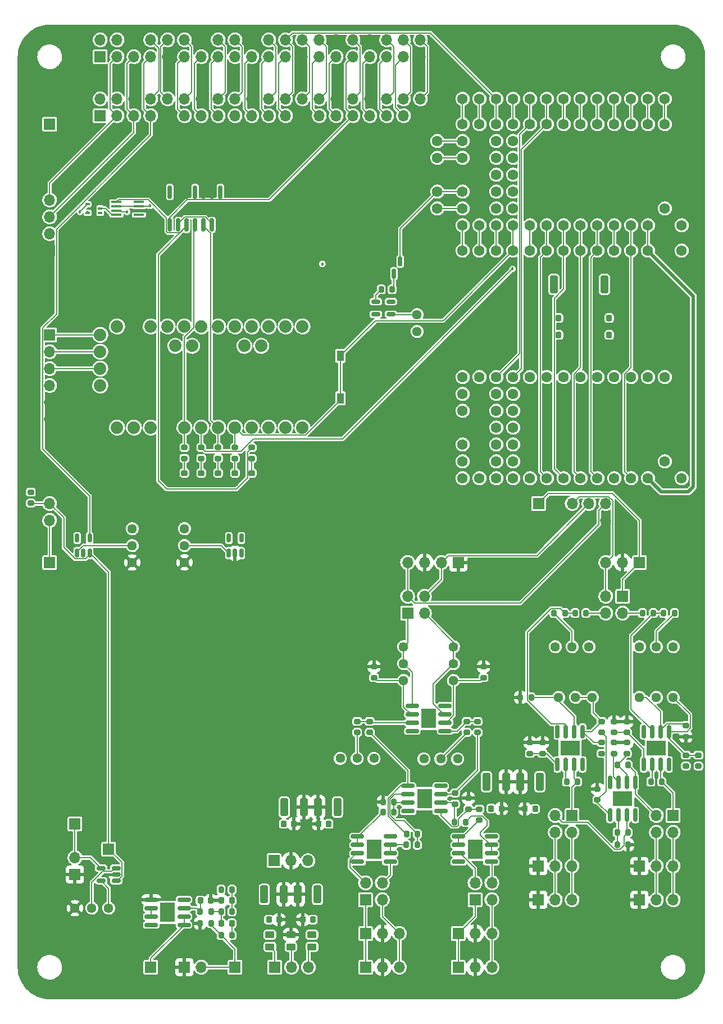
<source format=gbr>
%TF.GenerationSoftware,KiCad,Pcbnew,(6.0.4)*%
%TF.CreationDate,2022-04-15T04:49:27-07:00*%
%TF.ProjectId,main_board,6d61696e-5f62-46f6-9172-642e6b696361,rev?*%
%TF.SameCoordinates,Original*%
%TF.FileFunction,Copper,L1,Top*%
%TF.FilePolarity,Positive*%
%FSLAX46Y46*%
G04 Gerber Fmt 4.6, Leading zero omitted, Abs format (unit mm)*
G04 Created by KiCad (PCBNEW (6.0.4)) date 2022-04-15 04:49:27*
%MOMM*%
%LPD*%
G01*
G04 APERTURE LIST*
G04 Aperture macros list*
%AMRoundRect*
0 Rectangle with rounded corners*
0 $1 Rounding radius*
0 $2 $3 $4 $5 $6 $7 $8 $9 X,Y pos of 4 corners*
0 Add a 4 corners polygon primitive as box body*
4,1,4,$2,$3,$4,$5,$6,$7,$8,$9,$2,$3,0*
0 Add four circle primitives for the rounded corners*
1,1,$1+$1,$2,$3*
1,1,$1+$1,$4,$5*
1,1,$1+$1,$6,$7*
1,1,$1+$1,$8,$9*
0 Add four rect primitives between the rounded corners*
20,1,$1+$1,$2,$3,$4,$5,0*
20,1,$1+$1,$4,$5,$6,$7,0*
20,1,$1+$1,$6,$7,$8,$9,0*
20,1,$1+$1,$8,$9,$2,$3,0*%
G04 Aperture macros list end*
%TA.AperFunction,ComponentPad*%
%ADD10C,1.440000*%
%TD*%
%TA.AperFunction,SMDPad,CuDef*%
%ADD11RoundRect,0.200000X0.200000X0.275000X-0.200000X0.275000X-0.200000X-0.275000X0.200000X-0.275000X0*%
%TD*%
%TA.AperFunction,SMDPad,CuDef*%
%ADD12RoundRect,0.250000X-0.325000X-1.100000X0.325000X-1.100000X0.325000X1.100000X-0.325000X1.100000X0*%
%TD*%
%TA.AperFunction,SMDPad,CuDef*%
%ADD13RoundRect,0.200000X-0.200000X-0.275000X0.200000X-0.275000X0.200000X0.275000X-0.200000X0.275000X0*%
%TD*%
%TA.AperFunction,SMDPad,CuDef*%
%ADD14RoundRect,0.225000X-0.225000X-0.250000X0.225000X-0.250000X0.225000X0.250000X-0.225000X0.250000X0*%
%TD*%
%TA.AperFunction,SMDPad,CuDef*%
%ADD15RoundRect,0.200000X0.275000X-0.200000X0.275000X0.200000X-0.275000X0.200000X-0.275000X-0.200000X0*%
%TD*%
%TA.AperFunction,SMDPad,CuDef*%
%ADD16RoundRect,0.150000X-0.825000X-0.150000X0.825000X-0.150000X0.825000X0.150000X-0.825000X0.150000X0*%
%TD*%
%TA.AperFunction,SMDPad,CuDef*%
%ADD17R,2.290000X3.000000*%
%TD*%
%TA.AperFunction,SMDPad,CuDef*%
%ADD18RoundRect,0.200000X-0.275000X0.200000X-0.275000X-0.200000X0.275000X-0.200000X0.275000X0.200000X0*%
%TD*%
%TA.AperFunction,ComponentPad*%
%ADD19R,1.700000X1.700000*%
%TD*%
%TA.AperFunction,ComponentPad*%
%ADD20O,1.700000X1.700000*%
%TD*%
%TA.AperFunction,SMDPad,CuDef*%
%ADD21RoundRect,0.150000X0.150000X-0.825000X0.150000X0.825000X-0.150000X0.825000X-0.150000X-0.825000X0*%
%TD*%
%TA.AperFunction,SMDPad,CuDef*%
%ADD22RoundRect,0.150000X0.825000X0.150000X-0.825000X0.150000X-0.825000X-0.150000X0.825000X-0.150000X0*%
%TD*%
%TA.AperFunction,SMDPad,CuDef*%
%ADD23R,1.600000X0.300000*%
%TD*%
%TA.AperFunction,SMDPad,CuDef*%
%ADD24RoundRect,0.250000X0.325000X1.100000X-0.325000X1.100000X-0.325000X-1.100000X0.325000X-1.100000X0*%
%TD*%
%TA.AperFunction,SMDPad,CuDef*%
%ADD25RoundRect,0.150000X0.150000X-0.512500X0.150000X0.512500X-0.150000X0.512500X-0.150000X-0.512500X0*%
%TD*%
%TA.AperFunction,SMDPad,CuDef*%
%ADD26RoundRect,0.150000X-0.150000X0.825000X-0.150000X-0.825000X0.150000X-0.825000X0.150000X0.825000X0*%
%TD*%
%TA.AperFunction,SMDPad,CuDef*%
%ADD27R,3.000000X2.290000*%
%TD*%
%TA.AperFunction,SMDPad,CuDef*%
%ADD28RoundRect,0.218750X0.256250X-0.218750X0.256250X0.218750X-0.256250X0.218750X-0.256250X-0.218750X0*%
%TD*%
%TA.AperFunction,ComponentPad*%
%ADD29C,1.879600*%
%TD*%
%TA.AperFunction,SMDPad,CuDef*%
%ADD30RoundRect,0.150000X0.150000X-0.587500X0.150000X0.587500X-0.150000X0.587500X-0.150000X-0.587500X0*%
%TD*%
%TA.AperFunction,SMDPad,CuDef*%
%ADD31RoundRect,0.250000X-0.450000X0.262500X-0.450000X-0.262500X0.450000X-0.262500X0.450000X0.262500X0*%
%TD*%
%TA.AperFunction,SMDPad,CuDef*%
%ADD32RoundRect,0.150000X0.512500X0.150000X-0.512500X0.150000X-0.512500X-0.150000X0.512500X-0.150000X0*%
%TD*%
%TA.AperFunction,SMDPad,CuDef*%
%ADD33R,0.650000X0.400000*%
%TD*%
%TA.AperFunction,ComponentPad*%
%ADD34C,1.600000*%
%TD*%
%TA.AperFunction,SMDPad,CuDef*%
%ADD35RoundRect,0.225000X0.225000X0.250000X-0.225000X0.250000X-0.225000X-0.250000X0.225000X-0.250000X0*%
%TD*%
%TA.AperFunction,SMDPad,CuDef*%
%ADD36R,1.000000X1.600000*%
%TD*%
%TA.AperFunction,SMDPad,CuDef*%
%ADD37RoundRect,0.250000X0.450000X-0.262500X0.450000X0.262500X-0.450000X0.262500X-0.450000X-0.262500X0*%
%TD*%
%TA.AperFunction,ViaPad*%
%ADD38C,0.457200*%
%TD*%
%TA.AperFunction,Conductor*%
%ADD39C,0.127000*%
%TD*%
%TA.AperFunction,Conductor*%
%ADD40C,0.508000*%
%TD*%
G04 APERTURE END LIST*
D10*
%TO.P,InputB_Gain1,1,1*%
%TO.N,Net-(R13-Pad1)*%
X83718400Y-114300000D03*
%TO.P,InputB_Gain1,2,2*%
%TO.N,Net-(J18-Pad3)*%
X83718400Y-111760000D03*
%TO.P,InputB_Gain1,3,3*%
X83718400Y-109220000D03*
%TD*%
D11*
%TO.P,R5,1*%
%TO.N,Net-(R1-Pad2)*%
X74739000Y-132588000D03*
%TO.P,R5,2*%
%TO.N,GND*%
X73089000Y-132588000D03*
%TD*%
D12*
%TO.P,C20,1*%
%TO.N,+15V*%
X88695000Y-129540000D03*
%TO.P,C20,2*%
%TO.N,GND*%
X91645000Y-129540000D03*
%TD*%
D13*
%TO.P,R34,1*%
%TO.N,Net-(R24-Pad2)*%
X113475000Y-129540000D03*
%TO.P,R34,2*%
%TO.N,Net-(J24-Pad1)*%
X115125000Y-129540000D03*
%TD*%
D10*
%TO.P,GalvoB_Gain1,1,1*%
%TO.N,Net-(R20-Pad1)*%
X99558000Y-116840000D03*
%TO.P,GalvoB_Gain1,2,2*%
%TO.N,Net-(R30-Pad1)*%
X102098000Y-116840000D03*
%TO.P,GalvoB_Gain1,3,3*%
X104638000Y-116840000D03*
%TD*%
D14*
%TO.P,C6,1*%
%TO.N,Net-(C6-Pad1)*%
X45580991Y-147447000D03*
%TO.P,C6,2*%
%TO.N,GND*%
X47130991Y-147447000D03*
%TD*%
D15*
%TO.P,R14,1*%
%TO.N,Net-(R14-Pad1)*%
X71730006Y-113855000D03*
%TO.P,R14,2*%
%TO.N,GND*%
X71730006Y-112205000D03*
%TD*%
D16*
%TO.P,U7,1*%
%TO.N,Net-(J18-Pad1)*%
X77510006Y-118110000D03*
%TO.P,U7,2,-*%
%TO.N,Net-(R14-Pad1)*%
X77510006Y-119380000D03*
%TO.P,U7,3,+*%
%TO.N,Net-(R10-Pad1)*%
X77510006Y-120650000D03*
%TO.P,U7,4,V-*%
%TO.N,-15V*%
X77510006Y-121920000D03*
%TO.P,U7,5,+*%
%TO.N,Net-(R11-Pad2)*%
X82460006Y-121920000D03*
%TO.P,U7,6,_*%
%TO.N,Net-(R13-Pad1)*%
X82460006Y-120650000D03*
%TO.P,U7,7*%
%TO.N,Net-(J18-Pad3)*%
X82460006Y-119380000D03*
%TO.P,U7,8,V+*%
%TO.N,+15V*%
X82460006Y-118110000D03*
D17*
%TO.P,U7,9*%
%TO.N,N/C*%
X79985006Y-120015000D03*
%TD*%
D18*
%TO.P,R28,1*%
%TO.N,GND*%
X95250000Y-123635000D03*
%TO.P,R28,2*%
%TO.N,Net-(R28-Pad2)*%
X95250000Y-125285000D03*
%TD*%
D19*
%TO.P,J3,1,Pin_1*%
%TO.N,+3V3*%
X30480000Y-29215000D03*
D20*
%TO.P,J3,2,Pin_2*%
%TO.N,+5V*%
X30480000Y-26675000D03*
%TO.P,J3,3,Pin_3*%
%TO.N,Net-(J11-Pad4)*%
X33020000Y-29215000D03*
%TO.P,J3,4,Pin_4*%
%TO.N,+5V*%
X33020000Y-26675000D03*
%TO.P,J3,5,Pin_5*%
%TO.N,Net-(J11-Pad3)*%
X35560000Y-29215000D03*
%TO.P,J3,6,Pin_6*%
%TO.N,GND*%
X35560000Y-26675000D03*
%TO.P,J3,7,Pin_7*%
%TO.N,Net-(J27-Pad7)*%
X38100000Y-29215000D03*
%TO.P,J3,8,Pin_8*%
%TO.N,Net-(J27-Pad8)*%
X38100000Y-26675000D03*
%TO.P,J3,9,Pin_9*%
%TO.N,GND*%
X40640000Y-29215000D03*
%TO.P,J3,10,Pin_10*%
%TO.N,Net-(J27-Pad10)*%
X40640000Y-26675000D03*
%TO.P,J3,11,Pin_11*%
%TO.N,Net-(J27-Pad11)*%
X43180000Y-29215000D03*
%TO.P,J3,12,Pin_12*%
%TO.N,Net-(J27-Pad12)*%
X43180000Y-26675000D03*
%TO.P,J3,13,Pin_13*%
%TO.N,Net-(J27-Pad13)*%
X45720000Y-29215000D03*
%TO.P,J3,14,Pin_14*%
%TO.N,GND*%
X45720000Y-26675000D03*
%TO.P,J3,15,Pin_15*%
%TO.N,Net-(J27-Pad15)*%
X48260000Y-29215000D03*
%TO.P,J3,16,Pin_16*%
%TO.N,Net-(J27-Pad16)*%
X48260000Y-26675000D03*
%TO.P,J3,17,Pin_17*%
%TO.N,+3V3*%
X50800000Y-29215000D03*
%TO.P,J3,18,Pin_18*%
%TO.N,Net-(J27-Pad18)*%
X50800000Y-26675000D03*
%TO.P,J3,19,Pin_19*%
%TO.N,Net-(J27-Pad19)*%
X53340000Y-29215000D03*
%TO.P,J3,20,Pin_20*%
%TO.N,GND*%
X53340000Y-26675000D03*
%TO.P,J3,21,Pin_21*%
%TO.N,Net-(J27-Pad21)*%
X55880000Y-29215000D03*
%TO.P,J3,22,Pin_22*%
%TO.N,Net-(J27-Pad22)*%
X55880000Y-26675000D03*
%TO.P,J3,23,Pin_23*%
%TO.N,Net-(J27-Pad23)*%
X58420000Y-29215000D03*
%TO.P,J3,24,Pin_24*%
%TO.N,Net-(J27-Pad24)*%
X58420000Y-26675000D03*
%TO.P,J3,25,Pin_25*%
%TO.N,GND*%
X60960000Y-29215000D03*
%TO.P,J3,26,Pin_26*%
%TO.N,Net-(J27-Pad26)*%
X60960000Y-26675000D03*
%TO.P,J3,27,Pin_27*%
%TO.N,Net-(J27-Pad27)*%
X63500000Y-29215000D03*
%TO.P,J3,28,Pin_28*%
%TO.N,Net-(J27-Pad28)*%
X63500000Y-26675000D03*
%TO.P,J3,29,Pin_29*%
%TO.N,/Prog_Reset*%
X66040000Y-29215000D03*
%TO.P,J3,30,Pin_30*%
%TO.N,GND*%
X66040000Y-26675000D03*
%TO.P,J3,31,Pin_31*%
%TO.N,/Veapons Hot*%
X68580000Y-29215000D03*
%TO.P,J3,32,Pin_32*%
%TO.N,Net-(J27-Pad32)*%
X68580000Y-26675000D03*
%TO.P,J3,33,Pin_33*%
%TO.N,Net-(J27-Pad33)*%
X71120000Y-29215000D03*
%TO.P,J3,34,Pin_34*%
%TO.N,GND*%
X71120000Y-26675000D03*
%TO.P,J3,35,Pin_35*%
%TO.N,Net-(J27-Pad35)*%
X73660000Y-29215000D03*
%TO.P,J3,36,Pin_36*%
%TO.N,Net-(J27-Pad36)*%
X73660000Y-26675000D03*
%TO.P,J3,37,Pin_37*%
%TO.N,Net-(J27-Pad37)*%
X76200000Y-29215000D03*
%TO.P,J3,38,Pin_38*%
%TO.N,Net-(J27-Pad38)*%
X76200000Y-26675000D03*
%TO.P,J3,39,Pin_39*%
%TO.N,GND*%
X78740000Y-29215000D03*
%TO.P,J3,40,Pin_40*%
%TO.N,Net-(J27-Pad40)*%
X78740000Y-26675000D03*
%TD*%
D19*
%TO.P,TP2,1,1*%
%TO.N,LED_trigger*%
X31750000Y-139700000D03*
%TD*%
%TO.P,J20,1,Pin_1*%
%TO.N,Net-(J20-Pad1)*%
X111760000Y-96520000D03*
D20*
%TO.P,J20,2,Pin_2*%
%TO.N,GND*%
X109220000Y-96520000D03*
%TO.P,J20,3,Pin_3*%
%TO.N,Net-(J20-Pad3)*%
X106680000Y-96520000D03*
%TD*%
D21*
%TO.P,U15,1*%
%TO.N,/Veapons Hot*%
X40960000Y-45655000D03*
%TO.P,U15,2*%
%TO.N,Net-(U15-Pad2)*%
X42230000Y-45655000D03*
%TO.P,U15,3*%
%TO.N,Net-(U15-Pad3)*%
X43500000Y-45655000D03*
%TO.P,U15,4*%
%TO.N,/LAZOR?*%
X44770000Y-45655000D03*
%TO.P,U15,5*%
%TO.N,/LAZOR!!!*%
X46040000Y-45655000D03*
%TO.P,U15,6*%
%TO.N,Net-(U15-Pad2)*%
X47310000Y-45655000D03*
%TO.P,U15,7,GND*%
%TO.N,GND*%
X48580000Y-45655000D03*
%TO.P,U15,8*%
%TO.N,unconnected-(U15-Pad8)*%
X48580000Y-40705000D03*
%TO.P,U15,9*%
%TO.N,GND*%
X47310000Y-40705000D03*
%TO.P,U15,10*%
X46040000Y-40705000D03*
%TO.P,U15,11*%
%TO.N,unconnected-(U15-Pad11)*%
X44770000Y-40705000D03*
%TO.P,U15,12*%
%TO.N,GND*%
X43500000Y-40705000D03*
%TO.P,U15,13*%
X42230000Y-40705000D03*
%TO.P,U15,14,VCC*%
%TO.N,+3V3*%
X40960000Y-40705000D03*
%TD*%
D13*
%TO.P,R35,1*%
%TO.N,Net-(R27-Pad2)*%
X108395000Y-127000000D03*
%TO.P,R35,2*%
%TO.N,Net-(J24-Pad3)*%
X110045000Y-127000000D03*
%TD*%
D19*
%TO.P,J21,1,Pin_1*%
%TO.N,Net-(J20-Pad1)*%
X109220000Y-101600000D03*
D20*
%TO.P,J21,2,Pin_2*%
%TO.N,Net-(J21-Pad2)*%
X109220000Y-104140000D03*
%TO.P,J21,3,Pin_3*%
%TO.N,Net-(J20-Pad3)*%
X106680000Y-101600000D03*
%TO.P,J21,4,Pin_4*%
%TO.N,Net-(J21-Pad4)*%
X106680000Y-104140000D03*
%TD*%
D10*
%TO.P,GalvoA_Offset1,1,1*%
%TO.N,+15V*%
X111760000Y-109220000D03*
%TO.P,GalvoA_Offset1,2,2*%
%TO.N,Net-(R17-Pad2)*%
X114300000Y-109220000D03*
%TO.P,GalvoA_Offset1,3,3*%
%TO.N,-15V*%
X116840000Y-109220000D03*
%TD*%
D13*
%TO.P,R16,1*%
%TO.N,Net-(J21-Pad2)*%
X112205000Y-104140000D03*
%TO.P,R16,2*%
%TO.N,Net-(R16-Pad2)*%
X113855000Y-104140000D03*
%TD*%
D22*
%TO.P,U14,1*%
%TO.N,Net-(C7-Pad1)*%
X43115000Y-151130000D03*
%TO.P,U14,2,-*%
X43115000Y-149860000D03*
%TO.P,U14,3,+*%
%TO.N,Net-(C6-Pad1)*%
X43115000Y-148590000D03*
%TO.P,U14,4,V-*%
%TO.N,-15V*%
X43115000Y-147320000D03*
%TO.P,U14,5,+*%
%TO.N,GND*%
X38165000Y-147320000D03*
%TO.P,U14,6,_*%
%TO.N,Net-(U14-Pad6)*%
X38165000Y-148590000D03*
%TO.P,U14,7*%
X38165000Y-149860000D03*
%TO.P,U14,8,V+*%
%TO.N,+15V*%
X38165000Y-151130000D03*
D17*
%TO.P,U14,9*%
%TO.N,N/C*%
X40640000Y-149225000D03*
%TD*%
D14*
%TO.P,C12,1*%
%TO.N,+3V3*%
X99555000Y-62230000D03*
%TO.P,C12,2*%
%TO.N,GND*%
X101105000Y-62230000D03*
%TD*%
D19*
%TO.P,J7,1,Pin_1*%
%TO.N,GND*%
X26670000Y-143510000D03*
D20*
%TO.P,J7,2,Pin_2*%
%TO.N,Net-(J7-Pad2)*%
X26670000Y-140970000D03*
%TD*%
D19*
%TO.P,J23,1,Pin_1*%
%TO.N,Net-(J23-Pad1)*%
X101600000Y-134620000D03*
D20*
%TO.P,J23,2,Pin_2*%
%TO.N,Net-(J10-Pad3)*%
X101600000Y-137160000D03*
%TO.P,J23,3,Pin_3*%
%TO.N,Net-(J23-Pad3)*%
X99060000Y-134620000D03*
%TO.P,J23,4,Pin_4*%
%TO.N,Net-(J10-Pad2)*%
X99060000Y-137160000D03*
%TD*%
D23*
%TO.P,U18,1,B2*%
%TO.N,unconnected-(U18-Pad1)*%
X36310000Y-44155000D03*
%TO.P,U18,2,GND*%
%TO.N,GND*%
X36310000Y-43505000D03*
%TO.P,U18,3,VCCA*%
%TO.N,+3V3*%
X36310000Y-42855000D03*
%TO.P,U18,4,A2*%
%TO.N,unconnected-(U18-Pad4)*%
X36310000Y-42205000D03*
%TO.P,U18,5,A1*%
%TO.N,Net-(U15-Pad3)*%
X32910000Y-42205000D03*
%TO.P,U18,6,OE*%
%TO.N,+3V3*%
X32910000Y-42855000D03*
%TO.P,U18,7,VCCB*%
%TO.N,+5V*%
X32910000Y-43505000D03*
%TO.P,U18,8,B1*%
%TO.N,Net-(U18-Pad8)*%
X32910000Y-44155000D03*
%TD*%
D19*
%TO.P,J22,1,Pin_1*%
%TO.N,-15V*%
X56695000Y-141440000D03*
D20*
%TO.P,J22,2,Pin_2*%
%TO.N,GND*%
X59235000Y-141440000D03*
%TO.P,J22,3,Pin_3*%
%TO.N,+15V*%
X61775000Y-141440000D03*
%TD*%
D19*
%TO.P,J24,1,Pin_1*%
%TO.N,Net-(J24-Pad1)*%
X116840000Y-134620000D03*
D20*
%TO.P,J24,2,Pin_2*%
%TO.N,Net-(J24-Pad2)*%
X116840000Y-137160000D03*
%TO.P,J24,3,Pin_3*%
%TO.N,Net-(J24-Pad3)*%
X114300000Y-134620000D03*
%TO.P,J24,4,Pin_4*%
%TO.N,Net-(J24-Pad4)*%
X114300000Y-137160000D03*
%TD*%
D24*
%TO.P,C18,1*%
%TO.N,+15V*%
X63235000Y-146520000D03*
%TO.P,C18,2*%
%TO.N,GND*%
X60285000Y-146520000D03*
%TD*%
D10*
%TO.P,Cam_Input1,1,1*%
%TO.N,+5V*%
X43180000Y-91430000D03*
%TO.P,Cam_Input1,2,2*%
%TO.N,Net-(Cam_Input1-Pad2)*%
X43180000Y-93970000D03*
%TO.P,Cam_Input1,3,3*%
%TO.N,GND*%
X43180000Y-96510000D03*
%TD*%
D25*
%TO.P,U9,1,-*%
%TO.N,Net-(Cam_Output1-Pad2)*%
X26990000Y-95117500D03*
%TO.P,U9,2,V-*%
%TO.N,GND*%
X27940000Y-95117500D03*
%TO.P,U9,3,+*%
%TO.N,LED_trigger*%
X28890000Y-95117500D03*
%TO.P,U9,4*%
%TO.N,Net-(J27-Pad7)*%
X28890000Y-92842500D03*
%TO.P,U9,5,V+*%
%TO.N,+3V3*%
X26990000Y-92842500D03*
%TD*%
D15*
%TO.P,R44,1*%
%TO.N,Net-(D1-Pad2)*%
X53340000Y-80835000D03*
%TO.P,R44,2*%
%TO.N,Net-(U15-Pad3)*%
X53340000Y-79185000D03*
%TD*%
D26*
%TO.P,U5,1*%
%TO.N,Net-(J24-Pad3)*%
X111125000Y-129605000D03*
%TO.P,U5,2,-*%
%TO.N,Net-(R27-Pad2)*%
X109855000Y-129605000D03*
%TO.P,U5,3,+*%
%TO.N,Net-(R25-Pad2)*%
X108585000Y-129605000D03*
%TO.P,U5,4,V-*%
%TO.N,-15V*%
X107315000Y-129605000D03*
%TO.P,U5,5,+*%
%TO.N,Net-(R31-Pad2)*%
X107315000Y-134555000D03*
%TO.P,U5,6,_*%
%TO.N,Net-(R33-Pad2)*%
X108585000Y-134555000D03*
%TO.P,U5,7*%
%TO.N,Net-(J23-Pad3)*%
X109855000Y-134555000D03*
%TO.P,U5,8,V+*%
%TO.N,+15V*%
X111125000Y-134555000D03*
D27*
%TO.P,U5,9*%
%TO.N,N/C*%
X109220000Y-132080000D03*
%TD*%
D10*
%TO.P,Cam_Output1,1,1*%
%TO.N,+3V3*%
X35306000Y-91440000D03*
%TO.P,Cam_Output1,2,2*%
%TO.N,Net-(Cam_Output1-Pad2)*%
X35306000Y-93980000D03*
%TO.P,Cam_Output1,3,3*%
%TO.N,GND*%
X35306000Y-96520000D03*
%TD*%
%TO.P,InputA_Gain1,1,1*%
%TO.N,Net-(R14-Pad1)*%
X76200000Y-114300000D03*
%TO.P,InputA_Gain1,2,2*%
%TO.N,Net-(J18-Pad1)*%
X76200000Y-111760000D03*
%TO.P,InputA_Gain1,3,3*%
X76200000Y-109220000D03*
%TD*%
D19*
%TO.P,J27,1,Pin_1*%
%TO.N,+3V3*%
X30480000Y-20320000D03*
D20*
%TO.P,J27,2,Pin_2*%
%TO.N,+5V*%
X30480000Y-17780000D03*
%TO.P,J27,3,Pin_3*%
%TO.N,Net-(J11-Pad4)*%
X33020000Y-20320000D03*
%TO.P,J27,4,Pin_4*%
%TO.N,+5V*%
X33020000Y-17780000D03*
%TO.P,J27,5,Pin_5*%
%TO.N,Net-(J11-Pad3)*%
X35560000Y-20320000D03*
%TO.P,J27,6,Pin_6*%
%TO.N,GND*%
X35560000Y-17780000D03*
%TO.P,J27,7,Pin_7*%
%TO.N,Net-(J27-Pad7)*%
X38100000Y-20320000D03*
%TO.P,J27,8,Pin_8*%
%TO.N,Net-(J27-Pad8)*%
X38100000Y-17780000D03*
%TO.P,J27,9,Pin_9*%
%TO.N,GND*%
X40640000Y-20320000D03*
%TO.P,J27,10,Pin_10*%
%TO.N,Net-(J27-Pad10)*%
X40640000Y-17780000D03*
%TO.P,J27,11,Pin_11*%
%TO.N,Net-(J27-Pad11)*%
X43180000Y-20320000D03*
%TO.P,J27,12,Pin_12*%
%TO.N,Net-(J27-Pad12)*%
X43180000Y-17780000D03*
%TO.P,J27,13,Pin_13*%
%TO.N,Net-(J27-Pad13)*%
X45720000Y-20320000D03*
%TO.P,J27,14,Pin_14*%
%TO.N,GND*%
X45720000Y-17780000D03*
%TO.P,J27,15,Pin_15*%
%TO.N,Net-(J27-Pad15)*%
X48260000Y-20320000D03*
%TO.P,J27,16,Pin_16*%
%TO.N,Net-(J27-Pad16)*%
X48260000Y-17780000D03*
%TO.P,J27,17,Pin_17*%
%TO.N,+3V3*%
X50800000Y-20320000D03*
%TO.P,J27,18,Pin_18*%
%TO.N,Net-(J27-Pad18)*%
X50800000Y-17780000D03*
%TO.P,J27,19,Pin_19*%
%TO.N,Net-(J27-Pad19)*%
X53340000Y-20320000D03*
%TO.P,J27,20,Pin_20*%
%TO.N,GND*%
X53340000Y-17780000D03*
%TO.P,J27,21,Pin_21*%
%TO.N,Net-(J27-Pad21)*%
X55880000Y-20320000D03*
%TO.P,J27,22,Pin_22*%
%TO.N,Net-(J27-Pad22)*%
X55880000Y-17780000D03*
%TO.P,J27,23,Pin_23*%
%TO.N,Net-(J27-Pad23)*%
X58420000Y-20320000D03*
%TO.P,J27,24,Pin_24*%
%TO.N,Net-(J27-Pad24)*%
X58420000Y-17780000D03*
%TO.P,J27,25,Pin_25*%
%TO.N,GND*%
X60960000Y-20320000D03*
%TO.P,J27,26,Pin_26*%
%TO.N,Net-(J27-Pad26)*%
X60960000Y-17780000D03*
%TO.P,J27,27,Pin_27*%
%TO.N,Net-(J27-Pad27)*%
X63500000Y-20320000D03*
%TO.P,J27,28,Pin_28*%
%TO.N,Net-(J27-Pad28)*%
X63500000Y-17780000D03*
%TO.P,J27,29,Pin_29*%
%TO.N,/Prog_Reset*%
X66040000Y-20320000D03*
%TO.P,J27,30,Pin_30*%
%TO.N,GND*%
X66040000Y-17780000D03*
%TO.P,J27,31,Pin_31*%
%TO.N,/Veapons Hot*%
X68580000Y-20320000D03*
%TO.P,J27,32,Pin_32*%
%TO.N,Net-(J27-Pad32)*%
X68580000Y-17780000D03*
%TO.P,J27,33,Pin_33*%
%TO.N,Net-(J27-Pad33)*%
X71120000Y-20320000D03*
%TO.P,J27,34,Pin_34*%
%TO.N,GND*%
X71120000Y-17780000D03*
%TO.P,J27,35,Pin_35*%
%TO.N,Net-(J27-Pad35)*%
X73660000Y-20320000D03*
%TO.P,J27,36,Pin_36*%
%TO.N,Net-(J27-Pad36)*%
X73660000Y-17780000D03*
%TO.P,J27,37,Pin_37*%
%TO.N,Net-(J27-Pad37)*%
X76200000Y-20320000D03*
%TO.P,J27,38,Pin_38*%
%TO.N,Net-(J27-Pad38)*%
X76200000Y-17780000D03*
%TO.P,J27,39,Pin_39*%
%TO.N,GND*%
X78740000Y-20320000D03*
%TO.P,J27,40,Pin_40*%
%TO.N,Net-(J27-Pad40)*%
X78740000Y-17780000D03*
%TD*%
D19*
%TO.P,TP5,1,1*%
%TO.N,Net-(J12-Pad2)*%
X50800000Y-157480000D03*
%TD*%
%TO.P,J14,1,Pin_1*%
%TO.N,Net-(J14-Pad1)*%
X70475000Y-152400000D03*
D20*
%TO.P,J14,2,Pin_2*%
%TO.N,GND*%
X73015000Y-152400000D03*
%TO.P,J14,3,Pin_3*%
%TO.N,Net-(J14-Pad3)*%
X75555000Y-152400000D03*
%TD*%
D14*
%TO.P,C2,1*%
%TO.N,GND*%
X63360000Y-135890000D03*
%TO.P,C2,2*%
%TO.N,-15V*%
X64910000Y-135890000D03*
%TD*%
D10*
%TO.P,GalvoB_Offset1,1,1*%
%TO.N,+15V*%
X99060000Y-109220000D03*
%TO.P,GalvoB_Offset1,2,2*%
%TO.N,Net-(R19-Pad1)*%
X101600000Y-109220000D03*
%TO.P,GalvoB_Offset1,3,3*%
%TO.N,-15V*%
X104140000Y-109220000D03*
%TD*%
D15*
%TO.P,R11,1*%
%TO.N,Net-(R11-Pad1)*%
X87376000Y-122110000D03*
%TO.P,R11,2*%
%TO.N,Net-(R11-Pad2)*%
X87376000Y-120460000D03*
%TD*%
D19*
%TO.P,J19,1,Pin_1*%
%TO.N,GND*%
X84430000Y-96520000D03*
D20*
%TO.P,J19,2,Pin_2*%
%TO.N,Net-(J18-Pad4)*%
X81890000Y-96520000D03*
%TO.P,J19,3,Pin_3*%
%TO.N,GND*%
X79350000Y-96520000D03*
%TO.P,J19,4,Pin_4*%
%TO.N,Net-(J18-Pad2)*%
X76810000Y-96520000D03*
%TD*%
D19*
%TO.P,J8,1,Pin_1*%
%TO.N,Net-(FB3-Pad2)*%
X56769000Y-157480000D03*
D20*
%TO.P,J8,2,Pin_2*%
%TO.N,Net-(FB2-Pad1)*%
X59309000Y-157480000D03*
%TO.P,J8,3,Pin_3*%
%TO.N,Net-(FB1-Pad2)*%
X61849000Y-157480000D03*
%TD*%
D18*
%TO.P,R32,1*%
%TO.N,GND*%
X105410000Y-130620000D03*
%TO.P,R32,2*%
%TO.N,Net-(R31-Pad2)*%
X105410000Y-132270000D03*
%TD*%
D16*
%TO.P,U2,1*%
%TO.N,Net-(R1-Pad1)*%
X69255006Y-137795000D03*
%TO.P,U2,2,-*%
X69255006Y-139065000D03*
%TO.P,U2,3,+*%
%TO.N,Net-(J16-Pad2)*%
X69255006Y-140335000D03*
%TO.P,U2,4,V-*%
%TO.N,-15V*%
X69255006Y-141605000D03*
%TO.P,U2,5,+*%
%TO.N,Net-(J16-Pad4)*%
X74205006Y-141605000D03*
%TO.P,U2,6,_*%
%TO.N,Net-(R2-Pad1)*%
X74205006Y-140335000D03*
%TO.P,U2,7*%
X74205006Y-139065000D03*
%TO.P,U2,8,V+*%
%TO.N,+15V*%
X74205006Y-137795000D03*
D17*
%TO.P,U2,9*%
%TO.N,N/C*%
X71730006Y-139700000D03*
%TD*%
D14*
%TO.P,C10,1*%
%TO.N,+5V*%
X107175000Y-59690000D03*
%TO.P,C10,2*%
%TO.N,GND*%
X108725000Y-59690000D03*
%TD*%
D12*
%TO.P,C14,1*%
%TO.N,+3V3*%
X98855000Y-54610000D03*
%TO.P,C14,2*%
%TO.N,GND*%
X101805000Y-54610000D03*
%TD*%
D13*
%TO.P,R39,1*%
%TO.N,PWM_DAC*%
X48705000Y-145796000D03*
%TO.P,R39,2*%
%TO.N,Net-(C5-Pad2)*%
X50355000Y-145796000D03*
%TD*%
D16*
%TO.P,U3,1*%
%TO.N,Net-(R3-Pad1)*%
X84495006Y-137795000D03*
%TO.P,U3,2,-*%
X84495006Y-139065000D03*
%TO.P,U3,3,+*%
%TO.N,Net-(J17-Pad2)*%
X84495006Y-140335000D03*
%TO.P,U3,4,V-*%
%TO.N,-15V*%
X84495006Y-141605000D03*
%TO.P,U3,5,+*%
%TO.N,Net-(J17-Pad4)*%
X89445006Y-141605000D03*
%TO.P,U3,6,_*%
%TO.N,Net-(R4-Pad1)*%
X89445006Y-140335000D03*
%TO.P,U3,7*%
X89445006Y-139065000D03*
%TO.P,U3,8,V+*%
%TO.N,+15V*%
X89445006Y-137795000D03*
D17*
%TO.P,U3,9*%
%TO.N,N/C*%
X86970006Y-139700000D03*
%TD*%
D28*
%TO.P,D3,1,K*%
%TO.N,GND*%
X43180000Y-84607500D03*
%TO.P,D3,2,A*%
%TO.N,Net-(D3-Pad2)*%
X43180000Y-83032500D03*
%TD*%
D14*
%TO.P,C5,1*%
%TO.N,GND*%
X48755000Y-147447000D03*
%TO.P,C5,2*%
%TO.N,Net-(C5-Pad2)*%
X50305000Y-147447000D03*
%TD*%
D19*
%TO.P,J26,1,Pin_1*%
%TO.N,GND*%
X96520000Y-147320000D03*
D20*
%TO.P,J26,2,Pin_2*%
%TO.N,Net-(J10-Pad2)*%
X99060000Y-147320000D03*
%TO.P,J26,3,Pin_3*%
%TO.N,Net-(J10-Pad3)*%
X101600000Y-147320000D03*
%TD*%
D11*
%TO.P,R18,1*%
%TO.N,Net-(J21-Pad4)*%
X103695000Y-104140000D03*
%TO.P,R18,2*%
%TO.N,Net-(R18-Pad2)*%
X102045000Y-104140000D03*
%TD*%
%TO.P,R43,1*%
%TO.N,Net-(J12-Pad2)*%
X47180991Y-150876000D03*
%TO.P,R43,2*%
%TO.N,GND*%
X45530991Y-150876000D03*
%TD*%
D18*
%TO.P,R22,1*%
%TO.N,GND*%
X107950000Y-120460000D03*
%TO.P,R22,2*%
%TO.N,Net-(R22-Pad2)*%
X107950000Y-122110000D03*
%TD*%
D29*
%TO.P,U16,JP1_1,DTR*%
%TO.N,Net-(U16-PadJP1_1)*%
X30480000Y-62230000D03*
%TO.P,U16,JP1_2,TXO*%
%TO.N,Net-(U16-PadJP1_2)*%
X30480000Y-64770000D03*
%TO.P,U16,JP1_3,RXI*%
%TO.N,Net-(U16-PadJP1_3)*%
X30480000Y-67310000D03*
%TO.P,U16,JP1_4,VCC*%
%TO.N,+3V3*%
X30480000Y-69850000D03*
%TO.P,U16,JP1_5,GND*%
%TO.N,GND*%
X30480000Y-72390000D03*
%TO.P,U16,JP1_6,GND*%
X30480000Y-74930000D03*
%TO.P,U16,JP2_1,A4*%
%TO.N,unconnected-(U16-PadJP2_1)*%
X44323000Y-63881000D03*
%TO.P,U16,JP2_2,A5*%
%TO.N,unconnected-(U16-PadJP2_2)*%
X41783000Y-63881000D03*
%TO.P,U16,JP3_1,A6*%
%TO.N,unconnected-(U16-PadJP3_1)*%
X54737000Y-63881000D03*
%TO.P,U16,JP3_2,A7*%
%TO.N,unconnected-(U16-PadJP3_2)*%
X52197000Y-63881000D03*
%TO.P,U16,JP6_1,RAW*%
%TO.N,unconnected-(U16-PadJP6_1)*%
X33020000Y-60960000D03*
%TO.P,U16,JP6_2,GND_1*%
%TO.N,GND*%
X35560000Y-60960000D03*
%TO.P,U16,JP6_3,RST_1*%
%TO.N,unconnected-(U16-PadJP6_3)*%
X38100000Y-60960000D03*
%TO.P,U16,JP6_4,VCC_1*%
%TO.N,+3V3*%
X40640000Y-60960000D03*
%TO.P,U16,JP6_5,A3*%
%TO.N,unconnected-(U16-PadJP6_5)*%
X43180000Y-60960000D03*
%TO.P,U16,JP6_6,A2*%
%TO.N,unconnected-(U16-PadJP6_6)*%
X45720000Y-60960000D03*
%TO.P,U16,JP6_7,A1*%
%TO.N,unconnected-(U16-PadJP6_7)*%
X48260000Y-60960000D03*
%TO.P,U16,JP6_8,A0*%
%TO.N,unconnected-(U16-PadJP6_8)*%
X50800000Y-60960000D03*
%TO.P,U16,JP6_9,SCK*%
%TO.N,unconnected-(U16-PadJP6_9)*%
X53340000Y-60960000D03*
%TO.P,U16,JP6_10,MISO*%
%TO.N,unconnected-(U16-PadJP6_10)*%
X55880000Y-60960000D03*
%TO.P,U16,JP6_11,MOSI*%
%TO.N,unconnected-(U16-PadJP6_11)*%
X58420000Y-60960000D03*
%TO.P,U16,JP6_12,D10*%
%TO.N,unconnected-(U16-PadJP6_12)*%
X60960000Y-60960000D03*
%TO.P,U16,JP7_1,D9*%
%TO.N,unconnected-(U16-PadJP7_1)*%
X60960000Y-76200000D03*
%TO.P,U16,JP7_2,D8*%
%TO.N,unconnected-(U16-PadJP7_2)*%
X58420000Y-76200000D03*
%TO.P,U16,JP7_3,D7*%
%TO.N,unconnected-(U16-PadJP7_3)*%
X55880000Y-76200000D03*
%TO.P,U16,JP7_4,D6*%
%TO.N,unconnected-(U16-PadJP7_4)*%
X53340000Y-76200000D03*
%TO.P,U16,JP7_5,D5*%
%TO.N,/Clear_Fault*%
X50800000Y-76200000D03*
%TO.P,U16,JP7_6,D4*%
%TO.N,/LAZOR!!!*%
X48260000Y-76200000D03*
%TO.P,U16,JP7_7,D3*%
%TO.N,/Fault*%
X45720000Y-76200000D03*
%TO.P,U16,JP7_8,D2*%
%TO.N,/LAZOR?*%
X43180000Y-76200000D03*
%TO.P,U16,JP7_9,GND_2*%
%TO.N,GND*%
X40640000Y-76200000D03*
%TO.P,U16,JP7_10,RST_2*%
%TO.N,unconnected-(U16-PadJP7_10)*%
X38100000Y-76200000D03*
%TO.P,U16,JP7_11,RXI_2*%
%TO.N,unconnected-(U16-PadJP7_11)*%
X35560000Y-76200000D03*
%TO.P,U16,JP7_12,TXO_2*%
%TO.N,unconnected-(U16-PadJP7_12)*%
X33020000Y-76200000D03*
%TD*%
D13*
%TO.P,R37,1*%
%TO.N,Net-(R33-Pad2)*%
X108395000Y-137160000D03*
%TO.P,R37,2*%
%TO.N,Net-(J23-Pad3)*%
X110045000Y-137160000D03*
%TD*%
D19*
%TO.P,J12,1,Pin_1*%
%TO.N,GND*%
X43180000Y-157480000D03*
D20*
%TO.P,J12,2,Pin_2*%
%TO.N,Net-(J12-Pad2)*%
X45720000Y-157480000D03*
%TD*%
D19*
%TO.P,J5,1,Pin_1*%
%TO.N,GND*%
X104140000Y-90170000D03*
D20*
%TO.P,J5,2,Pin_2*%
%TO.N,Net-(J18-Pad4)*%
X104140000Y-87630000D03*
%TO.P,J5,3,Pin_3*%
%TO.N,GND*%
X106680000Y-90170000D03*
%TO.P,J5,4,Pin_4*%
%TO.N,Net-(J18-Pad2)*%
X106680000Y-87630000D03*
%TD*%
D18*
%TO.P,R30,1*%
%TO.N,Net-(R30-Pad1)*%
X106045000Y-123635000D03*
%TO.P,R30,2*%
%TO.N,Net-(R30-Pad2)*%
X106045000Y-125285000D03*
%TD*%
D14*
%TO.P,C13,1*%
%TO.N,+5V*%
X107175000Y-62230000D03*
%TO.P,C13,2*%
%TO.N,GND*%
X108725000Y-62230000D03*
%TD*%
D19*
%TO.P,J18,1,Pin_1*%
%TO.N,Net-(J18-Pad1)*%
X76810006Y-104140000D03*
D20*
%TO.P,J18,2,Pin_2*%
%TO.N,Net-(J18-Pad2)*%
X76810006Y-101600000D03*
%TO.P,J18,3,Pin_3*%
%TO.N,Net-(J18-Pad3)*%
X79350006Y-104140000D03*
%TO.P,J18,4,Pin_4*%
%TO.N,Net-(J18-Pad4)*%
X79350006Y-101600000D03*
%TD*%
D15*
%TO.P,R13,1*%
%TO.N,Net-(R13-Pad1)*%
X88240006Y-113855000D03*
%TO.P,R13,2*%
%TO.N,GND*%
X88240006Y-112205000D03*
%TD*%
D25*
%TO.P,U8,1,-*%
%TO.N,Net-(Cam_Input1-Pad2)*%
X49850000Y-95117500D03*
%TO.P,U8,2,V-*%
%TO.N,GND*%
X50800000Y-95117500D03*
%TO.P,U8,3,+*%
%TO.N,Net-(J27-Pad15)*%
X51750000Y-95117500D03*
%TO.P,U8,4*%
%TO.N,/Cam_In*%
X51750000Y-92842500D03*
%TO.P,U8,5,V+*%
%TO.N,+5V*%
X49850000Y-92842500D03*
%TD*%
D19*
%TO.P,J25,1,Pin_1*%
%TO.N,GND*%
X111760000Y-142240000D03*
D20*
%TO.P,J25,2,Pin_2*%
%TO.N,Net-(J24-Pad4)*%
X114300000Y-142240000D03*
%TO.P,J25,3,Pin_3*%
%TO.N,Net-(J24-Pad2)*%
X116840000Y-142240000D03*
%TD*%
D28*
%TO.P,D4,1,K*%
%TO.N,GND*%
X48260000Y-84607500D03*
%TO.P,D4,2,A*%
%TO.N,Net-(D4-Pad2)*%
X48260000Y-83032500D03*
%TD*%
D13*
%TO.P,R36,1*%
%TO.N,Net-(R30-Pad2)*%
X100775000Y-129540000D03*
%TO.P,R36,2*%
%TO.N,Net-(J23-Pad1)*%
X102425000Y-129540000D03*
%TD*%
D19*
%TO.P,J6,1,Pin_1*%
%TO.N,Net-(J20-Pad1)*%
X96535000Y-87630000D03*
D20*
%TO.P,J6,2,Pin_2*%
%TO.N,GND*%
X99075000Y-87630000D03*
%TO.P,J6,3,Pin_3*%
%TO.N,Net-(J20-Pad3)*%
X101615000Y-87630000D03*
%TD*%
D15*
%TO.P,R8,1*%
%TO.N,Net-(R4-Pad2)*%
X83947000Y-132905000D03*
%TO.P,R8,2*%
%TO.N,Net-(R11-Pad1)*%
X83947000Y-131255000D03*
%TD*%
%TO.P,R46,1*%
%TO.N,Net-(D4-Pad2)*%
X48260000Y-80835000D03*
%TO.P,R46,2*%
%TO.N,/LAZOR!!!*%
X48260000Y-79185000D03*
%TD*%
D14*
%TO.P,C8,1*%
%TO.N,+15V*%
X89395000Y-133600012D03*
%TO.P,C8,2*%
%TO.N,GND*%
X90945000Y-133600012D03*
%TD*%
D30*
%TO.P,Q1,1,B*%
%TO.N,Net-(R38-Pad2)*%
X74742000Y-53007500D03*
%TO.P,Q1,2,E*%
%TO.N,GND*%
X76642000Y-53007500D03*
%TO.P,Q1,3,C*%
%TO.N,Net-(U10-Pad18)*%
X75692000Y-51132500D03*
%TD*%
D28*
%TO.P,D2,1,K*%
%TO.N,GND*%
X50800000Y-84607500D03*
%TO.P,D2,2,A*%
%TO.N,Net-(D2-Pad2)*%
X50800000Y-83032500D03*
%TD*%
D19*
%TO.P,J15,1,Pin_1*%
%TO.N,Net-(J1-Pad1)*%
X84430000Y-152400000D03*
D20*
%TO.P,J15,2,Pin_2*%
%TO.N,GND*%
X86970000Y-152400000D03*
%TO.P,J15,3,Pin_3*%
%TO.N,Net-(J1-Pad3)*%
X89510000Y-152400000D03*
%TD*%
D18*
%TO.P,R31,1*%
%TO.N,Net-(R30-Pad1)*%
X106045000Y-120460000D03*
%TO.P,R31,2*%
%TO.N,Net-(R31-Pad2)*%
X106045000Y-122110000D03*
%TD*%
D14*
%TO.P,C1,1*%
%TO.N,+15V*%
X58139995Y-135890000D03*
%TO.P,C1,2*%
%TO.N,GND*%
X59689995Y-135890000D03*
%TD*%
D18*
%TO.P,R10,1*%
%TO.N,Net-(R10-Pad1)*%
X69190006Y-120460000D03*
%TO.P,R10,2*%
%TO.N,Net-(R10-Pad2)*%
X69190006Y-122110000D03*
%TD*%
D10*
%TO.P,InputB_offset1,1,1*%
%TO.N,+15V*%
X84338000Y-126111000D03*
%TO.P,InputB_offset1,2,2*%
%TO.N,Net-(R12-Pad1)*%
X81798000Y-126111000D03*
%TO.P,InputB_offset1,3,3*%
%TO.N,-15V*%
X79258000Y-126111000D03*
%TD*%
D15*
%TO.P,R12,1*%
%TO.N,Net-(R12-Pad1)*%
X85725000Y-122110000D03*
%TO.P,R12,2*%
%TO.N,Net-(R11-Pad2)*%
X85725000Y-120460000D03*
%TD*%
D13*
%TO.P,R1,1*%
%TO.N,Net-(R1-Pad1)*%
X73089000Y-134112000D03*
%TO.P,R1,2*%
%TO.N,Net-(R1-Pad2)*%
X74739000Y-134112000D03*
%TD*%
D12*
%TO.P,C17,1*%
%TO.N,GND*%
X63295000Y-133350000D03*
%TO.P,C17,2*%
%TO.N,-15V*%
X66245000Y-133350000D03*
%TD*%
D19*
%TO.P,J16,1,Pin_1*%
%TO.N,Net-(J14-Pad1)*%
X70460006Y-147325004D03*
D20*
%TO.P,J16,2,Pin_2*%
%TO.N,Net-(J16-Pad2)*%
X70460006Y-144785004D03*
%TO.P,J16,3,Pin_3*%
%TO.N,Net-(J14-Pad3)*%
X73000006Y-147325004D03*
%TO.P,J16,4,Pin_4*%
%TO.N,Net-(J16-Pad4)*%
X73000006Y-144785004D03*
%TD*%
D19*
%TO.P,J13,1,Pin_1*%
%TO.N,Net-(J13-Pad1)*%
X22860000Y-30480000D03*
D20*
%TO.P,J13,2,Pin_2*%
%TO.N,GND*%
X22860000Y-33020000D03*
%TD*%
D19*
%TO.P,J28,1,Pin_1*%
%TO.N,Net-(U16-PadJP1_1)*%
X22860000Y-62230000D03*
D20*
%TO.P,J28,2,Pin_2*%
%TO.N,Net-(U16-PadJP1_2)*%
X22860000Y-64770000D03*
%TO.P,J28,3,Pin_3*%
%TO.N,Net-(U16-PadJP1_3)*%
X22860000Y-67310000D03*
%TO.P,J28,4,Pin_4*%
%TO.N,+3V3*%
X22860000Y-69850000D03*
%TO.P,J28,5,Pin_5*%
%TO.N,GND*%
X22860000Y-72390000D03*
%TO.P,J28,6,Pin_6*%
X22860000Y-74930000D03*
%TD*%
D31*
%TO.P,FB3,1*%
%TO.N,-15V*%
X56044998Y-152592502D03*
%TO.P,FB3,2*%
%TO.N,Net-(FB3-Pad2)*%
X56044998Y-154417502D03*
%TD*%
D18*
%TO.P,R25,1*%
%TO.N,Net-(R24-Pad1)*%
X118745000Y-125540000D03*
%TO.P,R25,2*%
%TO.N,Net-(R25-Pad2)*%
X118745000Y-127190000D03*
%TD*%
D32*
%TO.P,U12,1,-*%
%TO.N,LED_trigger*%
X32887500Y-144460000D03*
%TO.P,U12,2,V-*%
%TO.N,GND*%
X32887500Y-143510000D03*
%TO.P,U12,3,+*%
%TO.N,Net-(U12-Pad3)*%
X32887500Y-142560000D03*
%TO.P,U12,4*%
%TO.N,Net-(J7-Pad2)*%
X30612500Y-142560000D03*
%TO.P,U12,5,V+*%
%TO.N,+5V*%
X30612500Y-144460000D03*
%TD*%
D33*
%TO.P,U17,1*%
%TO.N,N/C*%
X30480000Y-43830000D03*
%TO.P,U17,2*%
%TO.N,Net-(U18-Pad8)*%
X30480000Y-43180000D03*
%TO.P,U17,3,GND*%
%TO.N,GND*%
X30480000Y-42530000D03*
%TO.P,U17,4*%
%TO.N,Net-(J13-Pad1)*%
X28580000Y-42530000D03*
%TO.P,U17,5,VCC*%
%TO.N,+5V*%
X28580000Y-43830000D03*
%TD*%
D11*
%TO.P,R40,1*%
%TO.N,Net-(C5-Pad2)*%
X50355000Y-149098000D03*
%TO.P,R40,2*%
%TO.N,Net-(C7-Pad2)*%
X48705000Y-149098000D03*
%TD*%
D18*
%TO.P,R15,1*%
%TO.N,+3V3*%
X20015200Y-85916000D03*
%TO.P,R15,2*%
%TO.N,LED_trigger*%
X20015200Y-87566000D03*
%TD*%
%TO.P,R29,1*%
%TO.N,GND*%
X97155000Y-123635000D03*
%TO.P,R29,2*%
%TO.N,Net-(R28-Pad2)*%
X97155000Y-125285000D03*
%TD*%
D11*
%TO.P,R4,1*%
%TO.N,Net-(R4-Pad1)*%
X85534000Y-135636000D03*
%TO.P,R4,2*%
%TO.N,Net-(R4-Pad2)*%
X83884000Y-135636000D03*
%TD*%
D18*
%TO.P,R21,1*%
%TO.N,Net-(R21-Pad1)*%
X118745000Y-121095000D03*
%TO.P,R21,2*%
%TO.N,GND*%
X118745000Y-122745000D03*
%TD*%
D10*
%TO.P,Prog1,1,1*%
%TO.N,+5V*%
X78232000Y-61722000D03*
%TO.P,Prog1,2,2*%
%TO.N,Net-(Prog1-Pad2)*%
X78232000Y-59182000D03*
%TO.P,Prog1,3,3*%
%TO.N,GND*%
X78232000Y-56642000D03*
%TD*%
D12*
%TO.P,C16,1*%
%TO.N,+15V*%
X58215000Y-133350000D03*
%TO.P,C16,2*%
%TO.N,GND*%
X61165000Y-133350000D03*
%TD*%
D19*
%TO.P,J11,1,Pin_1*%
%TO.N,GND*%
X22860000Y-49520000D03*
D20*
%TO.P,J11,2,Pin_2*%
%TO.N,+3V3*%
X22860000Y-46980000D03*
%TO.P,J11,3,Pin_3*%
%TO.N,Net-(J11-Pad3)*%
X22860000Y-44440000D03*
%TO.P,J11,4,Pin_4*%
%TO.N,Net-(J11-Pad4)*%
X22860000Y-41900000D03*
%TD*%
D19*
%TO.P,TP1,1,1*%
%TO.N,/Cam_In*%
X22860000Y-96520000D03*
%TD*%
%TO.P,TP3,1,1*%
%TO.N,Net-(J7-Pad2)*%
X26670000Y-135890000D03*
%TD*%
D34*
%TO.P,U11,1,GND*%
%TO.N,GND*%
X118110000Y-68580000D03*
%TO.P,U11,2,0_RX1_CRX2_CS1*%
%TO.N,unconnected-(U11-Pad2)*%
X115570000Y-68580000D03*
%TO.P,U11,3,1_TX1_CTX2_MISO1*%
%TO.N,unconnected-(U11-Pad3)*%
X113030000Y-68580000D03*
%TO.P,U11,4,2_OUT2*%
%TO.N,unconnected-(U11-Pad4)*%
X110490000Y-68580000D03*
%TO.P,U11,5,3_LRCLK2*%
%TO.N,unconnected-(U11-Pad5)*%
X107950000Y-68580000D03*
%TO.P,U11,6,4_BCLK2*%
%TO.N,unconnected-(U11-Pad6)*%
X105410000Y-68580000D03*
%TO.P,U11,7,5_IN2*%
%TO.N,unconnected-(U11-Pad7)*%
X102870000Y-68580000D03*
%TO.P,U11,8,6_OUT1D*%
%TO.N,unconnected-(U11-Pad8)*%
X100330000Y-68580000D03*
%TO.P,U11,9,7_RX2_OUT1A*%
%TO.N,unconnected-(U11-Pad9)*%
X97790000Y-68580000D03*
%TO.P,U11,10,8_TX2_IN1*%
%TO.N,unconnected-(U11-Pad10)*%
X95250000Y-68580000D03*
%TO.P,U11,11,9_OUT1C*%
%TO.N,SGT_TX*%
X92710000Y-68580000D03*
%TO.P,U11,12,10_CS_MQSR*%
%TO.N,SGT_RX*%
X90170000Y-68580000D03*
%TO.P,U11,13,11_MOSI_CTX1*%
%TO.N,unconnected-(U11-Pad13)*%
X87630000Y-68580000D03*
%TO.P,U11,14,12_MISO_MQSL*%
%TO.N,unconnected-(U11-Pad14)*%
X85090000Y-68580000D03*
%TO.P,U11,15,VBAT*%
%TO.N,unconnected-(U11-Pad15)*%
X85090000Y-71120000D03*
%TO.P,U11,16,3V3*%
%TO.N,unconnected-(U11-Pad16)*%
X85090000Y-73660000D03*
%TO.P,U11,17,GND*%
%TO.N,GND*%
X85090000Y-76200000D03*
%TO.P,U11,18,PROGRAM*%
%TO.N,unconnected-(U11-Pad18)*%
X85090000Y-78740000D03*
%TO.P,U11,19,ON_OFF*%
%TO.N,unconnected-(U11-Pad19)*%
X85090000Y-81280000D03*
%TO.P,U11,20,13_SCK_CRX1_LED*%
%TO.N,unconnected-(U11-Pad20)*%
X85090000Y-83820000D03*
%TO.P,U11,21,14_A0_TX3_SPDIF_OUT*%
%TO.N,unconnected-(U11-Pad21)*%
X87630000Y-83820000D03*
%TO.P,U11,22,15_A1_RX3_SPDIF_IN*%
%TO.N,unconnected-(U11-Pad22)*%
X90170000Y-83820000D03*
%TO.P,U11,23,16_A2_RX4_SCL1*%
%TO.N,unconnected-(U11-Pad23)*%
X92710000Y-83820000D03*
%TO.P,U11,24,17_A3_TX4_SDA1*%
%TO.N,unconnected-(U11-Pad24)*%
X95250000Y-83820000D03*
%TO.P,U11,25,18_A4_SDA0*%
%TO.N,SGT_SDA*%
X97790000Y-83820000D03*
%TO.P,U11,26,19_A5_SCL0*%
%TO.N,SGT_SCL*%
X100330000Y-83820000D03*
%TO.P,U11,27,20_A6_TX5_LRCLK1*%
%TO.N,SGT_LRCLK*%
X102870000Y-83820000D03*
%TO.P,U11,28,21_A7_RX5_BCLK1*%
%TO.N,SGT_BCLK*%
X105410000Y-83820000D03*
%TO.P,U11,29,22_A8_CTX1*%
%TO.N,unconnected-(U11-Pad29)*%
X107950000Y-83820000D03*
%TO.P,U11,30,23_A9_CRX1_MCLK1*%
%TO.N,SGT_MCLK*%
X110490000Y-83820000D03*
%TO.P,U11,31,3V3*%
%TO.N,SGT_3.3*%
X113030000Y-83820000D03*
%TO.P,U11,32,GND*%
%TO.N,GND*%
X115570000Y-83820000D03*
%TO.P,U11,33,VIN*%
%TO.N,unconnected-(U11-Pad33)*%
X118110000Y-83820000D03*
%TO.P,U11,34,VUSB*%
%TO.N,unconnected-(U11-Pad34)*%
X115570000Y-81280000D03*
%TO.P,U11,35,24_A10_TX6_SCL2*%
%TO.N,unconnected-(U11-Pad35)*%
X90170000Y-81280000D03*
%TO.P,U11,36,25_A11_RX6_SDA2*%
%TO.N,unconnected-(U11-Pad36)*%
X92710000Y-81280000D03*
%TO.P,U11,37,26_A12_MOSI1*%
%TO.N,unconnected-(U11-Pad37)*%
X90170000Y-78740000D03*
%TO.P,U11,38,27_A13_SCK1*%
%TO.N,unconnected-(U11-Pad38)*%
X92710000Y-78740000D03*
%TO.P,U11,39,28_RX7*%
%TO.N,unconnected-(U11-Pad39)*%
X90170000Y-76200000D03*
%TO.P,U11,40,29_TX7*%
%TO.N,unconnected-(U11-Pad40)*%
X92710000Y-76200000D03*
%TO.P,U11,41,30_CRX3*%
%TO.N,unconnected-(U11-Pad41)*%
X90170000Y-73660000D03*
%TO.P,U11,42,31_CTX3*%
%TO.N,unconnected-(U11-Pad42)*%
X92710000Y-73660000D03*
%TO.P,U11,43,32_OUT1B*%
%TO.N,unconnected-(U11-Pad43)*%
X90170000Y-71120000D03*
%TO.P,U11,44,33_MCLK2*%
%TO.N,unconnected-(U11-Pad44)*%
X92710000Y-71120000D03*
%TD*%
D35*
%TO.P,C7,1*%
%TO.N,Net-(C7-Pad1)*%
X50305000Y-150876000D03*
%TO.P,C7,2*%
%TO.N,Net-(C7-Pad2)*%
X48755000Y-150876000D03*
%TD*%
D13*
%TO.P,R17,1*%
%TO.N,Net-(R16-Pad2)*%
X115380000Y-104140000D03*
%TO.P,R17,2*%
%TO.N,Net-(R17-Pad2)*%
X117030000Y-104140000D03*
%TD*%
%TO.P,R2,1*%
%TO.N,Net-(R2-Pad1)*%
X76620006Y-139065000D03*
%TO.P,R2,2*%
%TO.N,Net-(R2-Pad2)*%
X78270006Y-139065000D03*
%TD*%
D15*
%TO.P,R9,1*%
%TO.N,Net-(R6-Pad2)*%
X71095006Y-122110000D03*
%TO.P,R9,2*%
%TO.N,Net-(R10-Pad1)*%
X71095006Y-120460000D03*
%TD*%
D13*
%TO.P,R19,1*%
%TO.N,Net-(R19-Pad1)*%
X98870000Y-104140000D03*
%TO.P,R19,2*%
%TO.N,Net-(R18-Pad2)*%
X100520000Y-104140000D03*
%TD*%
D11*
%TO.P,R41,1*%
%TO.N,Net-(C7-Pad2)*%
X47180991Y-149098000D03*
%TO.P,R41,2*%
%TO.N,Net-(C6-Pad1)*%
X45530991Y-149098000D03*
%TD*%
%TO.P,R42,1*%
%TO.N,Net-(C7-Pad1)*%
X50355000Y-152654000D03*
%TO.P,R42,2*%
%TO.N,Net-(J12-Pad2)*%
X48705000Y-152654000D03*
%TD*%
D15*
%TO.P,R7,1*%
%TO.N,Net-(R3-Pad2)*%
X85979000Y-133667000D03*
%TO.P,R7,2*%
%TO.N,GND*%
X85979000Y-132017000D03*
%TD*%
D19*
%TO.P,J9,1,Pin_1*%
%TO.N,GND*%
X111760000Y-147320000D03*
D20*
%TO.P,J9,2,Pin_2*%
%TO.N,Net-(J24-Pad4)*%
X114300000Y-147320000D03*
%TO.P,J9,3,Pin_3*%
%TO.N,Net-(J24-Pad2)*%
X116840000Y-147320000D03*
%TD*%
D32*
%TO.P,U13,1,-*%
%TO.N,Net-(Prog1-Pad2)*%
X74289500Y-59116000D03*
%TO.P,U13,2,V-*%
%TO.N,GND*%
X74289500Y-58166000D03*
%TO.P,U13,3,+*%
%TO.N,/Prog_Reset*%
X74289500Y-57216000D03*
%TO.P,U13,4*%
%TO.N,Net-(R38-Pad1)*%
X72014500Y-57216000D03*
%TO.P,U13,5,V+*%
%TO.N,+5V*%
X72014500Y-59116000D03*
%TD*%
D15*
%TO.P,R45,1*%
%TO.N,Net-(D2-Pad2)*%
X50800000Y-80835000D03*
%TO.P,R45,2*%
%TO.N,/Clear_Fault*%
X50800000Y-79185000D03*
%TD*%
D14*
%TO.P,C11,1*%
%TO.N,+3V3*%
X99555000Y-59690000D03*
%TO.P,C11,2*%
%TO.N,GND*%
X101105000Y-59690000D03*
%TD*%
D18*
%TO.P,R27,1*%
%TO.N,GND*%
X109855000Y-123635000D03*
%TO.P,R27,2*%
%TO.N,Net-(R27-Pad2)*%
X109855000Y-125285000D03*
%TD*%
D35*
%TO.P,C4,1*%
%TO.N,GND*%
X57454998Y-150330002D03*
%TO.P,C4,2*%
%TO.N,-15V*%
X55904998Y-150330002D03*
%TD*%
D19*
%TO.P,J17,1,Pin_1*%
%TO.N,Net-(J1-Pad1)*%
X86970006Y-147320000D03*
D20*
%TO.P,J17,2,Pin_2*%
%TO.N,Net-(J17-Pad2)*%
X86970006Y-144780000D03*
%TO.P,J17,3,Pin_3*%
%TO.N,Net-(J1-Pad3)*%
X89510006Y-147320000D03*
%TO.P,J17,4,Pin_4*%
%TO.N,Net-(J17-Pad4)*%
X89510006Y-144780000D03*
%TD*%
D12*
%TO.P,C15,1*%
%TO.N,+5V*%
X106475000Y-54610000D03*
%TO.P,C15,2*%
%TO.N,GND*%
X109425000Y-54610000D03*
%TD*%
D10*
%TO.P,LED_Trigger1,1,1*%
%TO.N,+5V*%
X31750000Y-148590000D03*
%TO.P,LED_Trigger1,2,2*%
%TO.N,Net-(U12-Pad3)*%
X29210000Y-148590000D03*
%TO.P,LED_Trigger1,3,3*%
%TO.N,GND*%
X26670000Y-148590000D03*
%TD*%
D18*
%TO.P,R24,1*%
%TO.N,Net-(R24-Pad1)*%
X120650000Y-125540000D03*
%TO.P,R24,2*%
%TO.N,Net-(R24-Pad2)*%
X120650000Y-127190000D03*
%TD*%
D11*
%TO.P,R6,1*%
%TO.N,Net-(R2-Pad2)*%
X78295000Y-137414000D03*
%TO.P,R6,2*%
%TO.N,Net-(R6-Pad2)*%
X76645000Y-137414000D03*
%TD*%
D24*
%TO.P,C19,1*%
%TO.N,GND*%
X58155000Y-146520000D03*
%TO.P,C19,2*%
%TO.N,-15V*%
X55205000Y-146520000D03*
%TD*%
D28*
%TO.P,D1,1,K*%
%TO.N,GND*%
X53340000Y-84607500D03*
%TO.P,D1,2,A*%
%TO.N,Net-(D1-Pad2)*%
X53340000Y-83032500D03*
%TD*%
D35*
%TO.P,C3,1*%
%TO.N,+15V*%
X62534998Y-150330002D03*
%TO.P,C3,2*%
%TO.N,GND*%
X60984998Y-150330002D03*
%TD*%
D31*
%TO.P,FB1,1*%
%TO.N,+15V*%
X62394998Y-152592502D03*
%TO.P,FB1,2*%
%TO.N,Net-(FB1-Pad2)*%
X62394998Y-154417502D03*
%TD*%
D15*
%TO.P,R56,1*%
%TO.N,Net-(D3-Pad2)*%
X43180000Y-80835000D03*
%TO.P,R56,2*%
%TO.N,/LAZOR?*%
X43180000Y-79185000D03*
%TD*%
D11*
%TO.P,R20,1*%
%TO.N,Net-(R20-Pad1)*%
X95440000Y-116840000D03*
%TO.P,R20,2*%
%TO.N,GND*%
X93790000Y-116840000D03*
%TD*%
D26*
%TO.P,U4,1*%
%TO.N,Net-(R30-Pad1)*%
X103185011Y-121985000D03*
%TO.P,U4,2,-*%
%TO.N,Net-(R20-Pad1)*%
X101915011Y-121985000D03*
%TO.P,U4,3,+*%
%TO.N,Net-(R18-Pad2)*%
X100645011Y-121985000D03*
%TO.P,U4,4,V-*%
%TO.N,-15V*%
X99375011Y-121985000D03*
%TO.P,U4,5,+*%
%TO.N,Net-(R28-Pad2)*%
X99375011Y-126935000D03*
%TO.P,U4,6,_*%
%TO.N,Net-(R30-Pad2)*%
X100645011Y-126935000D03*
%TO.P,U4,7*%
%TO.N,Net-(J23-Pad1)*%
X101915011Y-126935000D03*
%TO.P,U4,8,V+*%
%TO.N,+15V*%
X103185011Y-126935000D03*
D27*
%TO.P,U4,9*%
%TO.N,N/C*%
X101280011Y-124460000D03*
%TD*%
D10*
%TO.P,InputA_offset1,1,1*%
%TO.N,+15V*%
X71739600Y-126034800D03*
%TO.P,InputA_offset1,2,2*%
%TO.N,Net-(R10-Pad2)*%
X69199600Y-126034800D03*
%TO.P,InputA_offset1,3,3*%
%TO.N,-15V*%
X66659600Y-126034800D03*
%TD*%
D14*
%TO.P,C9,1*%
%TO.N,GND*%
X94475000Y-133639992D03*
%TO.P,C9,2*%
%TO.N,-15V*%
X96025000Y-133639992D03*
%TD*%
D19*
%TO.P,TP4,1,1*%
%TO.N,Net-(C7-Pad1)*%
X38100000Y-157480000D03*
%TD*%
D34*
%TO.P,U10,1,GND*%
%TO.N,GND*%
X118110000Y-26670000D03*
X118110000Y-30480000D03*
%TO.P,U10,2,0_RX1_CRX2_CS1*%
%TO.N,unconnected-(U10-Pad2)*%
X115570000Y-30480000D03*
X115570000Y-26670000D03*
%TO.P,U10,3,1_TX1_CTX2_MISO1*%
%TO.N,unconnected-(U10-Pad3)*%
X113030000Y-30480000D03*
X113030000Y-26670000D03*
%TO.P,U10,4,2_OUT2*%
%TO.N,PWM_DAC*%
X110490000Y-26670000D03*
X110490000Y-30480000D03*
%TO.P,U10,5,3_LRCLK2*%
%TO.N,Net-(J27-Pad15)*%
X107950000Y-30480000D03*
X107950000Y-26670000D03*
%TO.P,U10,6,4_BCLK2*%
%TO.N,Net-(J27-Pad7)*%
X105410000Y-26670000D03*
X105410000Y-30480000D03*
%TO.P,U10,7,5_IN2*%
%TO.N,Net-(J27-Pad32)*%
X102870000Y-26670000D03*
X102870000Y-30480000D03*
%TO.P,U10,8,6_OUT1D*%
%TO.N,Net-(J27-Pad33)*%
X100330000Y-26670000D03*
X100330000Y-30480000D03*
%TO.P,U10,9,7_RX2_OUT1A*%
%TO.N,SGT_TX*%
X97790000Y-26670000D03*
X97790000Y-30480000D03*
%TO.P,U10,10,8_TX2_IN1*%
%TO.N,SGT_RX*%
X95250000Y-26670000D03*
X95250000Y-30480000D03*
%TO.P,U10,11,9_OUT1C*%
%TO.N,unconnected-(U10-Pad11)*%
X92710000Y-30480000D03*
X92710000Y-26670000D03*
%TO.P,U10,12,10_CS_MQSR*%
%TO.N,Net-(J27-Pad24)*%
X90170000Y-30480000D03*
X90170000Y-26670000D03*
%TO.P,U10,13,11_MOSI_CTX1*%
%TO.N,Net-(J27-Pad21)*%
X87630000Y-30480000D03*
X87630000Y-26670000D03*
%TO.P,U10,14,12_MISO_MQSL*%
%TO.N,Net-(J27-Pad19)*%
X85090000Y-30480000D03*
X85090000Y-26670000D03*
%TO.P,U10,15,VBAT*%
%TO.N,unconnected-(U10-Pad15)*%
X81280000Y-33020000D03*
X85090000Y-33020000D03*
%TO.P,U10,16,3V3*%
%TO.N,unconnected-(U10-Pad16)*%
X81280000Y-35560000D03*
X85090000Y-35560000D03*
%TO.P,U10,17,GND*%
%TO.N,GND*%
X85090000Y-38100000D03*
X81280000Y-38100000D03*
%TO.P,U10,18,PROGRAM*%
%TO.N,Net-(U10-Pad18)*%
X81280000Y-40640000D03*
X85090000Y-40640000D03*
%TO.P,U10,19,ON_OFF*%
%TO.N,unconnected-(U10-Pad19)*%
X81280000Y-43180000D03*
X85090000Y-43180000D03*
%TO.P,U10,20,13_SCK_CRX1_LED*%
%TO.N,Net-(J27-Pad23)*%
X85090000Y-49530000D03*
X85090000Y-45720000D03*
%TO.P,U10,21,14_A0_TX3_SPDIF_OUT*%
%TO.N,unconnected-(U10-Pad21)*%
X87630000Y-45720000D03*
X87630000Y-49530000D03*
%TO.P,U10,22,15_A1_RX3_SPDIF_IN*%
%TO.N,/LAZOR?*%
X90170000Y-45720000D03*
X90170000Y-49530000D03*
%TO.P,U10,23,16_A2_RX4_SCL1*%
%TO.N,/Clear_Fault*%
X92710000Y-49530000D03*
X92710000Y-45720000D03*
%TO.P,U10,24,17_A3_TX4_SDA1*%
%TO.N,/Fault*%
X95250000Y-49530000D03*
X95250000Y-45720000D03*
%TO.P,U10,25,18_A4_SDA0*%
%TO.N,SGT_SDA*%
X97790000Y-49530000D03*
X97790000Y-45720000D03*
%TO.P,U10,26,19_A5_SCL0*%
%TO.N,SGT_SCL*%
X100330000Y-49530000D03*
X100330000Y-45720000D03*
%TO.P,U10,27,20_A6_TX5_LRCLK1*%
%TO.N,SGT_LRCLK*%
X102870000Y-45720000D03*
X102870000Y-49530000D03*
%TO.P,U10,28,21_A7_RX5_BCLK1*%
%TO.N,SGT_BCLK*%
X105410000Y-49530000D03*
X105410000Y-45720000D03*
%TO.P,U10,29,22_A8_CTX1*%
%TO.N,unconnected-(U10-Pad29)*%
X107950000Y-49530000D03*
X107950000Y-45720000D03*
%TO.P,U10,30,23_A9_CRX1_MCLK1*%
%TO.N,SGT_MCLK*%
X110490000Y-49530000D03*
X110490000Y-45720000D03*
%TO.P,U10,31,3V3*%
%TO.N,SGT_3.3*%
X113030000Y-45720000D03*
X113030000Y-49530000D03*
%TO.P,U10,32,GND*%
%TO.N,GND*%
X115570000Y-45720000D03*
X115570000Y-49530000D03*
%TO.P,U10,33,VIN*%
%TO.N,+5V*%
X118110000Y-45720000D03*
X118110000Y-49530000D03*
%TO.P,U10,34,VUSB*%
%TO.N,unconnected-(U10-Pad34)*%
X115570000Y-43180000D03*
%TO.P,U10,35,24_A10_TX6_SCL2*%
%TO.N,unconnected-(U10-Pad35)*%
X90170000Y-43180000D03*
%TO.P,U10,36,25_A11_RX6_SDA2*%
%TO.N,unconnected-(U10-Pad36)*%
X92710000Y-43180000D03*
%TO.P,U10,37,26_A12_MOSI1*%
%TO.N,unconnected-(U10-Pad37)*%
X90170000Y-40640000D03*
%TO.P,U10,38,27_A13_SCK1*%
%TO.N,unconnected-(U10-Pad38)*%
X92710000Y-40640000D03*
%TO.P,U10,39,28_RX7*%
%TO.N,unconnected-(U10-Pad39)*%
X90170000Y-38100000D03*
%TO.P,U10,40,29_TX7*%
%TO.N,unconnected-(U10-Pad40)*%
X92710000Y-38100000D03*
%TO.P,U10,41,30_CRX3*%
%TO.N,unconnected-(U10-Pad41)*%
X90170000Y-35560000D03*
%TO.P,U10,42,31_CTX3*%
%TO.N,unconnected-(U10-Pad42)*%
X92710000Y-35560000D03*
%TO.P,U10,43,32_OUT1B*%
%TO.N,unconnected-(U10-Pad43)*%
X90170000Y-33020000D03*
%TO.P,U10,44,33_MCLK2*%
%TO.N,unconnected-(U10-Pad44)*%
X92710000Y-33020000D03*
%TD*%
D10*
%TO.P,GalvoA_Gain1,1,1*%
%TO.N,Net-(R21-Pad1)*%
X111750000Y-116840000D03*
%TO.P,GalvoA_Gain1,2,2*%
%TO.N,Net-(R24-Pad1)*%
X114290000Y-116840000D03*
%TO.P,GalvoA_Gain1,3,3*%
X116830000Y-116840000D03*
%TD*%
D16*
%TO.P,U6,1*%
%TO.N,Net-(R6-Pad2)*%
X76875006Y-130175000D03*
%TO.P,U6,2,-*%
%TO.N,Net-(R2-Pad2)*%
X76875006Y-131445000D03*
%TO.P,U6,3,+*%
%TO.N,Net-(R1-Pad2)*%
X76875006Y-132715000D03*
%TO.P,U6,4,V-*%
%TO.N,-15V*%
X76875006Y-133985000D03*
%TO.P,U6,5,+*%
%TO.N,Net-(R3-Pad2)*%
X81825006Y-133985000D03*
%TO.P,U6,6,_*%
%TO.N,Net-(R4-Pad2)*%
X81825006Y-132715000D03*
%TO.P,U6,7*%
%TO.N,Net-(R11-Pad1)*%
X81825006Y-131445000D03*
%TO.P,U6,8,V+*%
%TO.N,+15V*%
X81825006Y-130175000D03*
D17*
%TO.P,U6,9*%
%TO.N,N/C*%
X79350006Y-132080000D03*
%TD*%
D15*
%TO.P,R3,1*%
%TO.N,Net-(R3-Pad1)*%
X87630000Y-135318000D03*
%TO.P,R3,2*%
%TO.N,Net-(R3-Pad2)*%
X87630000Y-133668000D03*
%TD*%
%TO.P,R47,1*%
%TO.N,Net-(D5-Pad2)*%
X45720000Y-80835000D03*
%TO.P,R47,2*%
%TO.N,/Fault*%
X45720000Y-79185000D03*
%TD*%
D12*
%TO.P,C21,1*%
%TO.N,GND*%
X93775000Y-129540000D03*
%TO.P,C21,2*%
%TO.N,-15V*%
X96725000Y-129540000D03*
%TD*%
D18*
%TO.P,R26,1*%
%TO.N,GND*%
X107950000Y-123635000D03*
%TO.P,R26,2*%
%TO.N,Net-(R25-Pad2)*%
X107950000Y-125285000D03*
%TD*%
D26*
%TO.P,U1,1*%
%TO.N,Net-(R24-Pad1)*%
X116205000Y-121985000D03*
%TO.P,U1,2,-*%
%TO.N,Net-(R21-Pad1)*%
X114935000Y-121985000D03*
%TO.P,U1,3,+*%
%TO.N,Net-(R16-Pad2)*%
X113665000Y-121985000D03*
%TO.P,U1,4,V-*%
%TO.N,-15V*%
X112395000Y-121985000D03*
%TO.P,U1,5,+*%
%TO.N,Net-(R22-Pad2)*%
X112395000Y-126935000D03*
%TO.P,U1,6,_*%
%TO.N,Net-(R24-Pad2)*%
X113665000Y-126935000D03*
%TO.P,U1,7*%
%TO.N,Net-(J24-Pad1)*%
X114935000Y-126935000D03*
%TO.P,U1,8,V+*%
%TO.N,+15V*%
X116205000Y-126935000D03*
D27*
%TO.P,U1,9*%
%TO.N,N/C*%
X114300000Y-124460000D03*
%TD*%
D13*
%TO.P,R38,1*%
%TO.N,Net-(R38-Pad1)*%
X72835000Y-55372000D03*
%TO.P,R38,2*%
%TO.N,Net-(R38-Pad2)*%
X74485000Y-55372000D03*
%TD*%
D36*
%TO.P,S1,1*%
%TO.N,GND*%
X70480000Y-65380000D03*
%TO.P,S1,2*%
X70480000Y-71780000D03*
%TO.P,S1,3*%
%TO.N,/Clear_Fault*%
X66680000Y-65380000D03*
%TO.P,S1,4*%
X66680000Y-71780000D03*
%TD*%
D18*
%TO.P,R23,1*%
%TO.N,GND*%
X109855000Y-120460000D03*
%TO.P,R23,2*%
%TO.N,Net-(R22-Pad2)*%
X109855000Y-122110000D03*
%TD*%
D19*
%TO.P,J4,1,Pin_1*%
%TO.N,GND*%
X22860000Y-82560000D03*
D20*
%TO.P,J4,2,Pin_2*%
X22860000Y-85100000D03*
%TO.P,J4,3,Pin_3*%
%TO.N,LED_trigger*%
X22860000Y-87640000D03*
%TO.P,J4,4,Pin_4*%
%TO.N,/Cam_In*%
X22860000Y-90180000D03*
%TD*%
D11*
%TO.P,R33,1*%
%TO.N,GND*%
X110045000Y-139065000D03*
%TO.P,R33,2*%
%TO.N,Net-(R33-Pad2)*%
X108395000Y-139065000D03*
%TD*%
D37*
%TO.P,FB2,1*%
%TO.N,Net-(FB2-Pad1)*%
X59219998Y-154417502D03*
%TO.P,FB2,2*%
%TO.N,GND*%
X59219998Y-152592502D03*
%TD*%
D28*
%TO.P,D5,1,K*%
%TO.N,GND*%
X45720000Y-84607500D03*
%TO.P,D5,2,A*%
%TO.N,Net-(D5-Pad2)*%
X45720000Y-83032500D03*
%TD*%
D19*
%TO.P,J1,1,Pin_1*%
%TO.N,Net-(J1-Pad1)*%
X84430000Y-157480000D03*
D20*
%TO.P,J1,2,Pin_2*%
%TO.N,GND*%
X86970000Y-157480000D03*
%TO.P,J1,3,Pin_3*%
%TO.N,Net-(J1-Pad3)*%
X89510000Y-157480000D03*
%TD*%
D19*
%TO.P,J10,1,Pin_1*%
%TO.N,GND*%
X96520000Y-142240000D03*
D20*
%TO.P,J10,2,Pin_2*%
%TO.N,Net-(J10-Pad2)*%
X99060000Y-142240000D03*
%TO.P,J10,3,Pin_3*%
%TO.N,Net-(J10-Pad3)*%
X101600000Y-142240000D03*
%TD*%
D19*
%TO.P,J2,1,Pin_1*%
%TO.N,Net-(J14-Pad1)*%
X70475000Y-157480000D03*
D20*
%TO.P,J2,2,Pin_2*%
%TO.N,GND*%
X73015000Y-157480000D03*
%TO.P,J2,3,Pin_3*%
%TO.N,Net-(J14-Pad3)*%
X75555000Y-157480000D03*
%TD*%
D38*
%TO.N,+3V3*%
X26924000Y-92837000D03*
X99568000Y-62103000D03*
X99441000Y-59690000D03*
X20015200Y-85928200D03*
X40944800Y-40716200D03*
X37973000Y-42799000D03*
X98806000Y-54610000D03*
%TO.N,+15V*%
X111125000Y-134620000D03*
X63246000Y-146558000D03*
X58166000Y-135890000D03*
X62357000Y-152527000D03*
X103251000Y-127000000D03*
X116205000Y-127000000D03*
X89408000Y-137795000D03*
X38227000Y-151130000D03*
X89281000Y-133604000D03*
X81915000Y-130175000D03*
X74295000Y-137795000D03*
X88519000Y-129413000D03*
X58166000Y-133350000D03*
X82423000Y-118110000D03*
X62484000Y-150241000D03*
%TO.N,-15V*%
X69215000Y-141605000D03*
X55880000Y-150368000D03*
X112395000Y-121920000D03*
X64897000Y-135890000D03*
X99314000Y-122047000D03*
X107315000Y-129540000D03*
X84455000Y-141605000D03*
X66294000Y-133350000D03*
X43180000Y-147320000D03*
X55245000Y-146558000D03*
X96139000Y-133604000D03*
X76835000Y-133985000D03*
X77470000Y-121920000D03*
X96774000Y-129413000D03*
X56007000Y-152654000D03*
%TO.N,+5V*%
X72009000Y-59055000D03*
X34544000Y-43688000D03*
X30612500Y-144460000D03*
X49911000Y-92837000D03*
X107061000Y-59690000D03*
X28575000Y-43815000D03*
X107188000Y-62357000D03*
X106426000Y-54610000D03*
%TO.N,Net-(J27-Pad15)*%
X63957200Y-51536600D03*
X51739800Y-95097600D03*
%TO.N,PWM_DAC*%
X48705000Y-145796000D03*
%TO.N,Net-(C7-Pad1)*%
X50305000Y-150876000D03*
X43115000Y-151130000D03*
%TO.N,Net-(R24-Pad2)*%
X120675400Y-127152400D03*
X113665000Y-126935000D03*
%TO.N,Net-(R30-Pad2)*%
X106095800Y-125298200D03*
X100609400Y-126949200D03*
%TO.N,Net-(R25-Pad2)*%
X118770400Y-127177800D03*
X108585000Y-129565400D03*
%TO.N,GND*%
X76708000Y-52959000D03*
X93726000Y-129540000D03*
X27940000Y-95123000D03*
X50800000Y-84582000D03*
X91059000Y-133604000D03*
X70485000Y-71755000D03*
X43180000Y-84582000D03*
X94488000Y-133604000D03*
X97155000Y-123698000D03*
X48260000Y-84582000D03*
X48615600Y-45618400D03*
X48768000Y-147447000D03*
X37973000Y-43434000D03*
X45720000Y-84582000D03*
X50800000Y-95123000D03*
X60325000Y-146558000D03*
X105410000Y-130683000D03*
X60960000Y-150241000D03*
X118745000Y-122809000D03*
X91567000Y-129540000D03*
X45466000Y-150876000D03*
X32766000Y-143510000D03*
X109855000Y-120523000D03*
X101854000Y-54610000D03*
X70485000Y-65405000D03*
X101092000Y-62230000D03*
X59182000Y-152654000D03*
X107950000Y-120523000D03*
X108712000Y-59690000D03*
X107823000Y-123571000D03*
X57404000Y-150368000D03*
X108712000Y-62230000D03*
X74295000Y-58166000D03*
X109855000Y-123571000D03*
X58166000Y-146558000D03*
X47117000Y-147447000D03*
X53340000Y-84582000D03*
X95377000Y-123698000D03*
X109474000Y-54483000D03*
X101092000Y-59690000D03*
%TO.N,Net-(J13-Pad1)*%
X27432000Y-43688000D03*
%TO.N,/LAZOR?*%
X44768000Y-45657000D03*
%TO.N,/Prog_Reset*%
X74289500Y-57216000D03*
%TO.N,/Cam_In*%
X51765200Y-92862400D03*
%TO.N,/Fault*%
X92633800Y-52273200D03*
%TD*%
D39*
%TO.N,Net-(J1-Pad1)*%
X86970000Y-147320000D02*
X86970000Y-149860000D01*
X86970000Y-149860000D02*
X84430000Y-152400000D01*
X84430000Y-157480000D02*
X84430000Y-152400000D01*
%TO.N,Net-(J1-Pad3)*%
X89510000Y-147320000D02*
X89510000Y-152400000D01*
X89510000Y-157480000D02*
X89510000Y-152400000D01*
%TO.N,Net-(C7-Pad2)*%
X48705000Y-150826000D02*
X48755000Y-150876000D01*
X48705000Y-149098000D02*
X47181000Y-149098000D01*
X48705000Y-149098000D02*
X48705000Y-150826000D01*
%TO.N,Net-(J14-Pad1)*%
X70460000Y-152385000D02*
X70475000Y-152400000D01*
X70475000Y-152400000D02*
X70475000Y-157480000D01*
X70460000Y-147325000D02*
X70460000Y-152385000D01*
%TO.N,Net-(J14-Pad3)*%
X73000000Y-147325000D02*
X73000000Y-149845000D01*
X75555000Y-152400000D02*
X75555000Y-157480000D01*
X73000000Y-149845000D02*
X75555000Y-152400000D01*
%TO.N,Net-(J11-Pad4)*%
X33020000Y-20320000D02*
X31979989Y-21360011D01*
X22860000Y-39375000D02*
X33020000Y-29215000D01*
X22860000Y-41900000D02*
X22860000Y-39375000D01*
X31979989Y-21360011D02*
X31979989Y-28174989D01*
X31979989Y-28174989D02*
X33020000Y-29215000D01*
%TO.N,Net-(FB3-Pad2)*%
X56769000Y-155141500D02*
X56045000Y-154417500D01*
X56769000Y-157480000D02*
X56769000Y-155141500D01*
%TO.N,Net-(FB2-Pad1)*%
X59309000Y-157480000D02*
X59309000Y-154506500D01*
X59309000Y-154506500D02*
X59220000Y-154417500D01*
%TO.N,Net-(FB1-Pad2)*%
X61849000Y-154963500D02*
X62395000Y-154417500D01*
X61849000Y-157480000D02*
X61849000Y-154963500D01*
%TO.N,Net-(J11-Pad3)*%
X35560000Y-20320000D02*
X34519989Y-21360011D01*
X34519989Y-28174989D02*
X35560000Y-29215000D01*
X22860000Y-44440000D02*
X35560000Y-31740000D01*
X35560000Y-31740000D02*
X35560000Y-29215000D01*
X34519989Y-21360011D02*
X34519989Y-28174989D01*
%TO.N,Net-(R1-Pad1)*%
X69255000Y-139065000D02*
X69255000Y-137795000D01*
X69255000Y-137795000D02*
X69406000Y-137795000D01*
X69406000Y-137795000D02*
X73089000Y-134112000D01*
%TO.N,Net-(R1-Pad2)*%
X74739000Y-132588000D02*
X74739000Y-134112000D01*
X76875000Y-132715000D02*
X74866000Y-132715000D01*
X74866000Y-132715000D02*
X74739000Y-132588000D01*
%TO.N,Net-(R2-Pad1)*%
X74205000Y-139065000D02*
X74205000Y-140335000D01*
X74205000Y-139065000D02*
X76620000Y-139065000D01*
%TO.N,Net-(R2-Pad2)*%
X75007829Y-135407400D02*
X76288400Y-135407400D01*
X76288400Y-135407400D02*
X78295000Y-137414000D01*
X74167511Y-133656918D02*
X74148980Y-133675449D01*
X78270000Y-139065000D02*
X78270000Y-137439000D01*
X76875000Y-131445000D02*
X74855429Y-131445000D01*
X74148980Y-132151449D02*
X74148980Y-133024551D01*
X74148980Y-134548551D02*
X75007829Y-135407400D01*
X78270000Y-137439000D02*
X78295000Y-137414000D01*
X74148980Y-133024551D02*
X74167511Y-133043082D01*
X74167511Y-133043082D02*
X74167511Y-133656918D01*
X74855429Y-131445000D02*
X74148980Y-132151449D01*
X74148980Y-133675449D02*
X74148980Y-134548551D01*
%TO.N,Net-(R3-Pad1)*%
X84495000Y-137795000D02*
X85153000Y-137795000D01*
X84495000Y-139065000D02*
X84495000Y-137795000D01*
X85153000Y-137795000D02*
X87630000Y-135318000D01*
%TO.N,Net-(R3-Pad2)*%
X84474020Y-135171980D02*
X84474020Y-136072551D01*
X84245551Y-136301020D02*
X83522449Y-136301020D01*
X83522449Y-136301020D02*
X81825000Y-134603571D01*
X87630000Y-133668000D02*
X85980000Y-133668000D01*
X84474020Y-136072551D02*
X84245551Y-136301020D01*
X85979000Y-133667000D02*
X84474020Y-135171980D01*
X85980000Y-133668000D02*
X85979000Y-133667000D01*
X81825000Y-134603571D02*
X81825000Y-133985000D01*
%TO.N,Net-(R4-Pad1)*%
X86442020Y-134727980D02*
X88066551Y-134727980D01*
X88773000Y-135434429D02*
X88773000Y-136144000D01*
X88773000Y-136144000D02*
X87757000Y-137160000D01*
X89259140Y-139065000D02*
X89445000Y-139065000D01*
X87757000Y-137160000D02*
X87757000Y-137562860D01*
X89445000Y-139065000D02*
X89445000Y-140335000D01*
X88066551Y-134727980D02*
X88773000Y-135434429D01*
X87757000Y-137562860D02*
X89259140Y-139065000D01*
X85534000Y-135636000D02*
X86442020Y-134727980D01*
%TO.N,Net-(R4-Pad2)*%
X83757000Y-132715000D02*
X83947000Y-132905000D01*
X81825000Y-132715000D02*
X83757000Y-132715000D01*
X83884000Y-132968000D02*
X83947000Y-132905000D01*
X83884000Y-135636000D02*
X83884000Y-132968000D01*
%TO.N,Net-(R11-Pad1)*%
X87376000Y-127826000D02*
X83947000Y-131255000D01*
X81825000Y-131445000D02*
X83757000Y-131445000D01*
X87376000Y-122110000D02*
X87376000Y-127826000D01*
X83757000Y-131445000D02*
X83947000Y-131255000D01*
%TO.N,Net-(R10-Pad1)*%
X69190000Y-120460000D02*
X71095000Y-120460000D01*
X77510000Y-120650000D02*
X71285000Y-120650000D01*
X71285000Y-120650000D02*
X71095000Y-120460000D01*
%TO.N,Net-(R10-Pad2)*%
X69190000Y-126030000D02*
X69190000Y-122110000D01*
%TO.N,Net-(R11-Pad2)*%
X87376000Y-120460000D02*
X85725000Y-120460000D01*
X84265000Y-121920000D02*
X85725000Y-120460000D01*
X82460000Y-121920000D02*
X84265000Y-121920000D01*
%TO.N,Net-(R12-Pad1)*%
X81890000Y-125980000D02*
X85725000Y-122145000D01*
X85725000Y-122145000D02*
X85725000Y-122110000D01*
%TO.N,Net-(R13-Pad1)*%
X82645860Y-120650000D02*
X83730000Y-119565860D01*
X87795000Y-114300000D02*
X88240000Y-113855000D01*
X83730000Y-114300000D02*
X87795000Y-114300000D01*
X82460000Y-120650000D02*
X82645860Y-120650000D01*
X83730000Y-119565860D02*
X83730000Y-114300000D01*
%TO.N,Net-(R14-Pad1)*%
X76200000Y-114300000D02*
X76200000Y-118255860D01*
X77324140Y-119380000D02*
X77510000Y-119380000D01*
X76200000Y-118255860D02*
X77324140Y-119380000D01*
X71730000Y-113855000D02*
X72175000Y-114300000D01*
X72175000Y-114300000D02*
X76200000Y-114300000D01*
%TO.N,+3V3*%
X37917000Y-42855000D02*
X37973000Y-42799000D01*
X36310000Y-42855000D02*
X37917000Y-42855000D01*
X36310000Y-42855000D02*
X32910000Y-42855000D01*
%TO.N,Net-(J27-Pad7)*%
X37059989Y-21360011D02*
X37059989Y-28174989D01*
X21819989Y-61161811D02*
X21819989Y-79439967D01*
X23900011Y-46304967D02*
X23900011Y-59081789D01*
X23900011Y-59081789D02*
X21819989Y-61161811D01*
X38100000Y-20320000D02*
X37059989Y-21360011D01*
X105410000Y-30480000D02*
X105410000Y-26670000D01*
X38100000Y-29215000D02*
X38100000Y-32104978D01*
X37059989Y-28174989D02*
X38100000Y-29215000D01*
X38100000Y-32104978D02*
X23900011Y-46304967D01*
X21819989Y-79439967D02*
X28890000Y-86509978D01*
X28890000Y-86509978D02*
X28890000Y-92842500D01*
%TO.N,Net-(R17-Pad2)*%
X117030000Y-104140000D02*
X114300000Y-106870000D01*
X114300000Y-106870000D02*
X114300000Y-109220000D01*
%TO.N,Net-(R19-Pad1)*%
X98870000Y-104140000D02*
X101600000Y-106870000D01*
X101600000Y-106870000D02*
X101600000Y-109220000D01*
%TO.N,Net-(J27-Pad8)*%
X39346478Y-19026478D02*
X39346478Y-25428522D01*
X39346478Y-25428522D02*
X38100000Y-26675000D01*
X38100000Y-17780000D02*
X39346478Y-19026478D01*
%TO.N,Net-(J27-Pad10)*%
X39599989Y-25634989D02*
X40640000Y-26675000D01*
X39599989Y-18820011D02*
X39599989Y-25634989D01*
X40640000Y-17780000D02*
X39599989Y-18820011D01*
%TO.N,Net-(J27-Pad11)*%
X42139989Y-28174989D02*
X43180000Y-29215000D01*
X42139989Y-21360011D02*
X42139989Y-28174989D01*
X43180000Y-20320000D02*
X42139989Y-21360011D01*
%TO.N,Net-(J27-Pad12)*%
X43180000Y-17780000D02*
X44220011Y-18820011D01*
X44220011Y-25634989D02*
X43180000Y-26675000D01*
X44220011Y-18820011D02*
X44220011Y-25634989D01*
%TO.N,+5V*%
X33560000Y-43505000D02*
X33743000Y-43688000D01*
X33743000Y-43688000D02*
X34544000Y-43688000D01*
X30612500Y-144460000D02*
X31750000Y-145597500D01*
X31750000Y-145597500D02*
X31750000Y-148590000D01*
X32910000Y-43505000D02*
X33560000Y-43505000D01*
%TO.N,Net-(J27-Pad13)*%
X44679989Y-28174989D02*
X45720000Y-29215000D01*
X45720000Y-20320000D02*
X44679989Y-21360011D01*
X44679989Y-21360011D02*
X44679989Y-28174989D01*
%TO.N,Net-(J27-Pad15)*%
X107950000Y-30480000D02*
X107950000Y-26670000D01*
X47219989Y-21360011D02*
X47219989Y-28174989D01*
X48260000Y-20320000D02*
X47219989Y-21360011D01*
X47219989Y-28174989D02*
X48260000Y-29215000D01*
%TO.N,Net-(J7-Pad2)*%
X26670000Y-140970000D02*
X29022500Y-140970000D01*
X29022500Y-140970000D02*
X30612500Y-142560000D01*
X26670000Y-135890000D02*
X26670000Y-140970000D01*
%TO.N,Net-(J27-Pad16)*%
X48260000Y-17780000D02*
X49300011Y-18820011D01*
X49300011Y-18820011D02*
X49300011Y-25634989D01*
X49300011Y-25634989D02*
X48260000Y-26675000D01*
%TO.N,Net-(J27-Pad18)*%
X50800000Y-17780000D02*
X51840011Y-18820011D01*
X51840011Y-18820011D02*
X51840011Y-25634989D01*
X51840011Y-25634989D02*
X50800000Y-26675000D01*
%TO.N,Net-(J27-Pad19)*%
X85090000Y-30480000D02*
X85090000Y-26670000D01*
X52299989Y-28174989D02*
X53340000Y-29215000D01*
X52299989Y-21360011D02*
X52299989Y-28174989D01*
X53340000Y-20320000D02*
X52299989Y-21360011D01*
%TO.N,Net-(J27-Pad21)*%
X54839989Y-21360011D02*
X54839989Y-28174989D01*
X87630000Y-30480000D02*
X87630000Y-26670000D01*
X55880000Y-20320000D02*
X54839989Y-21360011D01*
X54839989Y-28174989D02*
X55880000Y-29215000D01*
%TO.N,Net-(J27-Pad22)*%
X55880000Y-17780000D02*
X56920011Y-18820011D01*
X56920011Y-25634989D02*
X55880000Y-26675000D01*
X56920011Y-18820011D02*
X56920011Y-25634989D01*
%TO.N,Net-(J27-Pad23)*%
X85090000Y-49530000D02*
X85090000Y-45720000D01*
X57379989Y-28174989D02*
X58420000Y-29215000D01*
X58420000Y-20320000D02*
X57379989Y-21360011D01*
X57379989Y-21360011D02*
X57379989Y-28174989D01*
%TO.N,Net-(J27-Pad24)*%
X90170000Y-30480000D02*
X90170000Y-26670000D01*
X59460011Y-16739989D02*
X58420000Y-17780000D01*
X59460011Y-18820011D02*
X59460011Y-25634989D01*
X58420000Y-17780000D02*
X59460011Y-18820011D01*
X80239989Y-16739989D02*
X59460011Y-16739989D01*
X90170000Y-26670000D02*
X80239989Y-16739989D01*
X59460011Y-25634989D02*
X58420000Y-26675000D01*
%TO.N,Net-(J27-Pad26)*%
X62000011Y-18820011D02*
X62000011Y-25634989D01*
X62000011Y-25634989D02*
X60960000Y-26675000D01*
X60960000Y-17780000D02*
X62000011Y-18820011D01*
%TO.N,LED_trigger*%
X33740020Y-143800840D02*
X33740020Y-141690020D01*
X28230840Y-95970020D02*
X28890000Y-95310860D01*
X31750000Y-97977500D02*
X31750000Y-139700000D01*
X22860000Y-87640000D02*
X20089200Y-87640000D01*
X33080860Y-144460000D02*
X33740020Y-143800840D01*
X28890000Y-95310860D02*
X28890000Y-95117500D01*
X32887500Y-144460000D02*
X33080860Y-144460000D01*
X33740020Y-141690020D02*
X31750000Y-139700000D01*
X20089200Y-87640000D02*
X20015200Y-87566000D01*
X28890000Y-95117500D02*
X31750000Y-97977500D01*
X24993600Y-94264460D02*
X26699160Y-95970020D01*
X24993600Y-89773600D02*
X24993600Y-94264460D01*
X22860000Y-87640000D02*
X24993600Y-89773600D01*
X26699160Y-95970020D02*
X28230840Y-95970020D01*
%TO.N,PWM_DAC*%
X110490000Y-30480000D02*
X110490000Y-26670000D01*
%TO.N,Net-(J27-Pad27)*%
X62459989Y-21360011D02*
X62459989Y-28174989D01*
X63500000Y-20320000D02*
X62459989Y-21360011D01*
X62459989Y-28174989D02*
X63500000Y-29215000D01*
%TO.N,Net-(R38-Pad1)*%
X72014500Y-57216000D02*
X72014500Y-56192500D01*
X72014500Y-56192500D02*
X72835000Y-55372000D01*
%TO.N,Net-(C5-Pad2)*%
X50355000Y-147497000D02*
X50305000Y-147447000D01*
X50355000Y-149098000D02*
X50355000Y-147497000D01*
X50355000Y-147397000D02*
X50305000Y-147447000D01*
X50355000Y-145796000D02*
X50355000Y-147397000D01*
%TO.N,Net-(J27-Pad28)*%
X63500000Y-17780000D02*
X64540011Y-18820011D01*
X64540011Y-25634989D02*
X63500000Y-26675000D01*
X64540011Y-18820011D02*
X64540011Y-25634989D01*
%TO.N,Net-(C6-Pad1)*%
X45581000Y-147447000D02*
X45581000Y-149048000D01*
X43115000Y-148590000D02*
X45023000Y-148590000D01*
X45581000Y-149048000D02*
X45531000Y-149098000D01*
X45023000Y-148590000D02*
X45531000Y-149098000D01*
%TO.N,Net-(C7-Pad1)*%
X38100000Y-157480000D02*
X38100000Y-156145000D01*
X50355000Y-152654000D02*
X50355000Y-150926000D01*
X43115000Y-151130000D02*
X43115000Y-149860000D01*
X50355000Y-150926000D02*
X50305000Y-150876000D01*
X38100000Y-156145000D02*
X43115000Y-151130000D01*
%TO.N,Net-(J12-Pad2)*%
X47181000Y-150876000D02*
X47181000Y-151130000D01*
X50800000Y-157480000D02*
X50800000Y-154749000D01*
X45720000Y-157480000D02*
X50800000Y-157480000D01*
X50800000Y-154749000D02*
X48705000Y-152654000D01*
X47181000Y-151130000D02*
X48705000Y-152654000D01*
%TO.N,Net-(R6-Pad2)*%
X73888600Y-134721600D02*
X76581000Y-137414000D01*
X75766911Y-130175000D02*
X76875000Y-130175000D01*
X75766911Y-130175000D02*
X73888600Y-132053311D01*
X76875000Y-127890000D02*
X76875000Y-130175000D01*
X73888600Y-132053311D02*
X73888600Y-134721600D01*
X76581000Y-137414000D02*
X76645000Y-137414000D01*
X71095000Y-122110000D02*
X76875000Y-127890000D01*
%TO.N,Net-(D1-Pad2)*%
X53340000Y-83032500D02*
X53340000Y-80835000D01*
%TO.N,Net-(D2-Pad2)*%
X50800000Y-83032500D02*
X50800000Y-80835000D01*
%TO.N,Net-(D3-Pad2)*%
X43180000Y-83032500D02*
X43180000Y-80835000D01*
%TO.N,Net-(D4-Pad2)*%
X48260000Y-83032500D02*
X48260000Y-80835000D01*
%TO.N,Net-(D5-Pad2)*%
X45720000Y-83032500D02*
X45720000Y-80835000D01*
%TO.N,Net-(J27-Pad32)*%
X69620011Y-18820011D02*
X69620011Y-25634989D01*
X69620011Y-25634989D02*
X68580000Y-26675000D01*
X102870000Y-30480000D02*
X102870000Y-26670000D01*
X68580000Y-17780000D02*
X69620011Y-18820011D01*
%TO.N,Net-(J27-Pad33)*%
X70079989Y-21360011D02*
X70079989Y-28174989D01*
X70079989Y-28174989D02*
X71120000Y-29215000D01*
X71120000Y-20320000D02*
X70079989Y-21360011D01*
X100330000Y-30480000D02*
X100330000Y-26670000D01*
%TO.N,Net-(J27-Pad35)*%
X73660000Y-20320000D02*
X72619989Y-21360011D01*
X72619989Y-28174989D02*
X73660000Y-29215000D01*
X72619989Y-21360011D02*
X72619989Y-28174989D01*
%TO.N,Net-(J27-Pad36)*%
X74700011Y-25634989D02*
X73660000Y-26675000D01*
X74700011Y-18820011D02*
X74700011Y-25634989D01*
X73660000Y-17780000D02*
X74700011Y-18820011D01*
%TO.N,Net-(J27-Pad37)*%
X74953522Y-21566478D02*
X74953522Y-27968522D01*
X76200000Y-20320000D02*
X74953522Y-21566478D01*
X74953522Y-27968522D02*
X76200000Y-29215000D01*
%TO.N,Net-(J27-Pad38)*%
X77240011Y-18820011D02*
X77240011Y-25634989D01*
X77240011Y-25634989D02*
X76200000Y-26675000D01*
X76200000Y-17780000D02*
X77240011Y-18820011D01*
%TO.N,Net-(J27-Pad40)*%
X79780011Y-18820011D02*
X79780011Y-25634989D01*
X78740000Y-17780000D02*
X79780011Y-18820011D01*
X79780011Y-25634989D02*
X78740000Y-26675000D01*
%TO.N,Net-(J18-Pad4)*%
X104140000Y-87630000D02*
X96290011Y-95479989D01*
X81890000Y-99060000D02*
X79350000Y-101600000D01*
X96290011Y-95479989D02*
X82930011Y-95479989D01*
X82930011Y-95479989D02*
X81890000Y-96520000D01*
X81890000Y-96520000D02*
X81890000Y-99060000D01*
%TO.N,Net-(J10-Pad2)*%
X99060000Y-147320000D02*
X99060000Y-142240000D01*
X99060000Y-137160000D02*
X99060000Y-142240000D01*
%TO.N,Net-(J10-Pad3)*%
X101600000Y-142240000D02*
X101600000Y-137160000D01*
X101600000Y-147320000D02*
X101600000Y-142240000D01*
%TO.N,Net-(J18-Pad2)*%
X76810000Y-101599994D02*
X76810006Y-101600000D01*
X105639989Y-88670011D02*
X105639989Y-90750033D01*
X76810000Y-96520000D02*
X76810000Y-101599994D01*
X105639989Y-90750033D02*
X93750011Y-102640011D01*
X106680000Y-87630000D02*
X105639989Y-88670011D01*
X77850017Y-102640011D02*
X76810006Y-101600000D01*
X93750011Y-102640011D02*
X77850017Y-102640011D01*
%TO.N,Net-(J20-Pad1)*%
X109220000Y-101600000D02*
X109220000Y-99060000D01*
X98044000Y-86106000D02*
X107696000Y-86106000D01*
X111760000Y-90170000D02*
X111760000Y-96520000D01*
X107696000Y-86106000D02*
X111760000Y-90170000D01*
X96520000Y-87630000D02*
X98044000Y-86106000D01*
X109220000Y-99060000D02*
X111760000Y-96520000D01*
%TO.N,Net-(J20-Pad3)*%
X102640011Y-86589989D02*
X107110788Y-86589989D01*
X107720011Y-95479989D02*
X106680000Y-96520000D01*
X106680000Y-101600000D02*
X106680000Y-96520000D01*
X107720011Y-87199212D02*
X107720011Y-95479989D01*
X101600000Y-87630000D02*
X102640011Y-86589989D01*
X107110788Y-86589989D02*
X107720011Y-87199212D01*
%TO.N,Net-(J24-Pad4)*%
X114300000Y-147320000D02*
X114300000Y-142240000D01*
X114300000Y-137160000D02*
X114300000Y-142240000D01*
%TO.N,Net-(J24-Pad2)*%
X116840000Y-147320000D02*
X116840000Y-142240000D01*
X116840000Y-142240000D02*
X116840000Y-137160000D01*
%TO.N,Net-(J16-Pad2)*%
X68089980Y-141314160D02*
X68089980Y-142414980D01*
X69255000Y-140335000D02*
X69069140Y-140335000D01*
X68089980Y-142414980D02*
X70460000Y-144785000D01*
X69069140Y-140335000D02*
X68089980Y-141314160D01*
%TO.N,Net-(J16-Pad4)*%
X74205000Y-143580000D02*
X73000000Y-144785000D01*
X74205000Y-141605000D02*
X74205000Y-143580000D01*
%TO.N,Net-(J17-Pad2)*%
X84680860Y-140335000D02*
X86970000Y-142624140D01*
X86970000Y-142624140D02*
X86970000Y-144780000D01*
X84495000Y-140335000D02*
X84680860Y-140335000D01*
%TO.N,Net-(J17-Pad4)*%
X89510000Y-141670000D02*
X89510000Y-144780000D01*
X89445000Y-141605000D02*
X89510000Y-141670000D01*
%TO.N,Net-(J18-Pad1)*%
X77510000Y-113070000D02*
X77510000Y-118110000D01*
X76810000Y-108610000D02*
X76200000Y-109220000D01*
X76200000Y-111760000D02*
X76200000Y-109220000D01*
X76200000Y-111760000D02*
X77510000Y-113070000D01*
X76810000Y-104140000D02*
X76810000Y-108610000D01*
%TO.N,Net-(J18-Pad3)*%
X79350000Y-104140000D02*
X83730000Y-108520000D01*
X83730000Y-108520000D02*
X83730000Y-109220000D01*
X83730000Y-111760000D02*
X80645000Y-114845000D01*
X80645000Y-117750860D02*
X82274140Y-119380000D01*
X83730000Y-111760000D02*
X83730000Y-109220000D01*
X80645000Y-114845000D02*
X80645000Y-117750860D01*
X82274140Y-119380000D02*
X82460000Y-119380000D01*
%TO.N,Net-(J21-Pad2)*%
X109220000Y-104140000D02*
X112205000Y-104140000D01*
%TO.N,Net-(J21-Pad4)*%
X106680000Y-104140000D02*
X103695000Y-104140000D01*
%TO.N,Net-(J24-Pad1)*%
X115125000Y-129540000D02*
X116840000Y-131255000D01*
X116840000Y-131255000D02*
X116840000Y-134620000D01*
X114935000Y-126935000D02*
X114935000Y-129350000D01*
X114935000Y-129350000D02*
X115125000Y-129540000D01*
%TO.N,Net-(R16-Pad2)*%
X110490000Y-107505000D02*
X113855000Y-104140000D01*
X113665000Y-121985000D02*
X113665000Y-121799140D01*
X115380000Y-104140000D02*
X113855000Y-104140000D01*
X113665000Y-121799140D02*
X110490000Y-118624140D01*
X110490000Y-118624140D02*
X110490000Y-107505000D01*
%TO.N,Net-(R21-Pad1)*%
X115914160Y-120819980D02*
X114935000Y-121799140D01*
X114935000Y-118996767D02*
X114935000Y-121985000D01*
X118469980Y-120819980D02*
X115914160Y-120819980D01*
X112778233Y-116840000D02*
X114935000Y-118996767D01*
X114935000Y-121799140D02*
X114935000Y-121985000D01*
X118745000Y-121095000D02*
X118469980Y-120819980D01*
X111760000Y-116840000D02*
X112778233Y-116840000D01*
%TO.N,Net-(R22-Pad2)*%
X107950000Y-122110000D02*
X109855000Y-122110000D01*
X112395000Y-124650000D02*
X109855000Y-122110000D01*
X112395000Y-126935000D02*
X112395000Y-124650000D01*
%TO.N,Net-(R24-Pad1)*%
X120650000Y-125540000D02*
X118745000Y-125540000D01*
X119410020Y-121456551D02*
X119410020Y-119410020D01*
X118881571Y-121985000D02*
X119410020Y-121456551D01*
X119410020Y-119410020D02*
X116840000Y-116840000D01*
X116205000Y-123000000D02*
X118745000Y-125540000D01*
X116205000Y-121985000D02*
X118881571Y-121985000D01*
X116205000Y-121985000D02*
X116205000Y-123000000D01*
%TO.N,Net-(R24-Pad2)*%
X113665000Y-129350000D02*
X113475000Y-129540000D01*
X120650000Y-127190000D02*
X120650000Y-127177800D01*
X113665000Y-126935000D02*
X113665000Y-129350000D01*
X120650000Y-127177800D02*
X120675400Y-127152400D01*
%TO.N,Net-(J23-Pad1)*%
X101600000Y-134620000D02*
X101600000Y-130365000D01*
X101915000Y-126935000D02*
X101915000Y-129030000D01*
X101915000Y-129030000D02*
X102425000Y-129540000D01*
X101600000Y-130365000D02*
X102425000Y-129540000D01*
%TO.N,Net-(J23-Pad3)*%
X100100011Y-135660011D02*
X103963440Y-135660011D01*
X109855000Y-134555000D02*
X109855000Y-136970000D01*
X99060000Y-134620000D02*
X100100011Y-135660011D01*
X108033449Y-139730020D02*
X108859780Y-139730020D01*
X103963440Y-135660011D02*
X108033449Y-139730020D01*
X109855000Y-136970000D02*
X110045000Y-137160000D01*
X108859780Y-139730020D02*
X109454980Y-139134820D01*
X109454980Y-139134820D02*
X109454980Y-137750020D01*
X109454980Y-137750020D02*
X110045000Y-137160000D01*
%TO.N,Net-(R28-Pad2)*%
X97155000Y-125285000D02*
X97725000Y-125285000D01*
X97725000Y-125285000D02*
X99375000Y-126935000D01*
X95250000Y-125285000D02*
X97155000Y-125285000D01*
%TO.N,Net-(R30-Pad2)*%
X106045000Y-125285000D02*
X106082600Y-125285000D01*
X106082600Y-125285000D02*
X106095800Y-125298200D01*
X100775000Y-129540000D02*
X100645000Y-129410000D01*
X100645000Y-129410000D02*
X100645000Y-126935000D01*
%TO.N,Net-(R31-Pad2)*%
X105410000Y-132270000D02*
X106710020Y-130969980D01*
X105410000Y-132270000D02*
X105410000Y-132650000D01*
X105410000Y-132650000D02*
X107315000Y-134555000D01*
X106710020Y-130969980D02*
X106710020Y-122775020D01*
X106710020Y-122775020D02*
X106045000Y-122110000D01*
%TO.N,Net-(R33-Pad2)*%
X108585000Y-136970000D02*
X108395000Y-137160000D01*
X108395000Y-139065000D02*
X108395000Y-137160000D01*
X108585000Y-134555000D02*
X108585000Y-136970000D01*
%TO.N,Net-(J24-Pad3)*%
X110045000Y-127000000D02*
X111125000Y-128080000D01*
X111125000Y-129605000D02*
X111125000Y-131445000D01*
X111125000Y-131445000D02*
X114300000Y-134620000D01*
X111125000Y-128080000D02*
X111125000Y-129605000D01*
%TO.N,Net-(R18-Pad2)*%
X99854980Y-103474980D02*
X98404220Y-103474980D01*
X100474580Y-120819980D02*
X100645000Y-120990400D01*
X100520000Y-104140000D02*
X99854980Y-103474980D01*
X98404220Y-103474980D02*
X94849980Y-107029220D01*
X98393409Y-120819980D02*
X100474580Y-120819980D01*
X94849980Y-117276551D02*
X98393409Y-120819980D01*
X100645000Y-120990400D02*
X100645000Y-121985000D01*
X102045000Y-104140000D02*
X100520000Y-104140000D01*
X94849980Y-107029220D02*
X94849980Y-117276551D01*
%TO.N,Net-(R20-Pad1)*%
X101915000Y-119695000D02*
X101915000Y-121985000D01*
X95440000Y-116840000D02*
X99060000Y-116840000D01*
X99060000Y-116840000D02*
X101915000Y-119695000D01*
%TO.N,Net-(R25-Pad2)*%
X108585000Y-129540000D02*
X108585000Y-129565400D01*
X108585000Y-129565400D02*
X108585000Y-129605000D01*
X107950000Y-125285000D02*
X107804980Y-125430020D01*
X107804980Y-125430020D02*
X107804980Y-128759980D01*
X107804980Y-128759980D02*
X108585000Y-129540000D01*
%TO.N,Net-(R27-Pad2)*%
X109855000Y-128460000D02*
X109855000Y-129605000D01*
X108395000Y-127000000D02*
X109855000Y-128460000D01*
X109855000Y-125285000D02*
X109855000Y-125540000D01*
X109855000Y-125540000D02*
X108395000Y-127000000D01*
%TO.N,Net-(R30-Pad1)*%
X106045000Y-123635000D02*
X104835000Y-123635000D01*
X103185000Y-121985000D02*
X104520000Y-121985000D01*
X104495600Y-116840000D02*
X101600000Y-116840000D01*
X104749600Y-119164600D02*
X104749600Y-116586000D01*
X104749600Y-116586000D02*
X104495600Y-116840000D01*
X104835000Y-123635000D02*
X103185000Y-121985000D01*
X106045000Y-120460000D02*
X104749600Y-119164600D01*
X104520000Y-121985000D02*
X106045000Y-120460000D01*
%TO.N,Net-(U15-Pad3)*%
X40469980Y-46620840D02*
X40669160Y-46820020D01*
X42520840Y-46820020D02*
X43500000Y-45840860D01*
X50989588Y-85471000D02*
X40538400Y-85471000D01*
X40538400Y-85471000D02*
X39229811Y-84162411D01*
X52674980Y-79850020D02*
X52674980Y-83785608D01*
X53340000Y-79185000D02*
X52674980Y-79850020D01*
X39229811Y-50111049D02*
X43500000Y-45840860D01*
X32910000Y-42205000D02*
X33250011Y-41864989D01*
X40469980Y-44610180D02*
X40469980Y-46620840D01*
X40669160Y-46820020D02*
X42520840Y-46820020D01*
X43500000Y-45840860D02*
X43500000Y-45655000D01*
X33250011Y-41864989D02*
X37724789Y-41864989D01*
X37724789Y-41864989D02*
X40469980Y-44610180D01*
X52674980Y-83785608D02*
X50989588Y-85471000D01*
X39229811Y-84162411D02*
X39229811Y-50111049D01*
%TO.N,Net-(U16-PadJP1_1)*%
X30480000Y-62230000D02*
X22860000Y-62230000D01*
%TO.N,Net-(U16-PadJP1_2)*%
X22860000Y-64770000D02*
X30480000Y-64770000D01*
%TO.N,Net-(U16-PadJP1_3)*%
X22860000Y-67310000D02*
X30480000Y-67310000D01*
%TO.N,Net-(U15-Pad2)*%
X47310000Y-45469140D02*
X47310000Y-45655000D01*
X43209160Y-44489980D02*
X46330840Y-44489980D01*
X42230000Y-45469140D02*
X43209160Y-44489980D01*
X42230000Y-45655000D02*
X42230000Y-45469140D01*
X46330840Y-44489980D02*
X47310000Y-45469140D01*
%TO.N,unconnected-(U10-Pad2)*%
X115570000Y-30480000D02*
X115570000Y-26670000D01*
%TO.N,unconnected-(U10-Pad3)*%
X113030000Y-30480000D02*
X113030000Y-26670000D01*
%TO.N,unconnected-(U10-Pad11)*%
X92710000Y-30480000D02*
X92710000Y-26670000D01*
%TO.N,unconnected-(U10-Pad15)*%
X85090000Y-33020000D02*
X81280000Y-33020000D01*
%TO.N,unconnected-(U10-Pad16)*%
X85090000Y-35560000D02*
X81280000Y-35560000D01*
%TO.N,unconnected-(U10-Pad19)*%
X85090000Y-43180000D02*
X81280000Y-43180000D01*
%TO.N,unconnected-(U10-Pad21)*%
X87630000Y-49530000D02*
X87630000Y-45720000D01*
%TO.N,unconnected-(U10-Pad29)*%
X107950000Y-49530000D02*
X107950000Y-45720000D01*
%TO.N,Net-(U10-Pad18)*%
X75692000Y-46228000D02*
X81280000Y-40640000D01*
X75692000Y-51132500D02*
X75692000Y-46228000D01*
X85090000Y-40640000D02*
X81280000Y-40640000D01*
%TO.N,SGT_TX*%
X97790000Y-30480000D02*
X93953522Y-34316478D01*
X93953522Y-67336478D02*
X92710000Y-68580000D01*
X93953522Y-34316478D02*
X93953522Y-67336478D01*
X97790000Y-30480000D02*
X97790000Y-26670000D01*
%TO.N,SGT_RX*%
X93700011Y-65049989D02*
X90170000Y-68580000D01*
X95250000Y-30480000D02*
X93700011Y-32029989D01*
X95250000Y-30480000D02*
X95250000Y-26670000D01*
X93700011Y-32029989D02*
X93700011Y-65049989D01*
%TO.N,SGT_SDA*%
X96799989Y-50520011D02*
X97790000Y-49530000D01*
X96799989Y-82829989D02*
X96799989Y-50520011D01*
X97790000Y-49530000D02*
X97790000Y-45720000D01*
X97790000Y-83820000D02*
X96799989Y-82829989D01*
%TO.N,SGT_SCL*%
X100330000Y-55302242D02*
X100330000Y-49530000D01*
X100330000Y-49530000D02*
X100330000Y-45720000D01*
X100330000Y-83820000D02*
X98914980Y-82404980D01*
X98914980Y-82404980D02*
X98914980Y-56717262D01*
X98914980Y-56717262D02*
X100330000Y-55302242D01*
%TO.N,SGT_LRCLK*%
X102870000Y-49530000D02*
X102870000Y-67179912D01*
X101879989Y-82829989D02*
X102870000Y-83820000D01*
X102870000Y-49530000D02*
X102870000Y-45720000D01*
X101879989Y-68169923D02*
X101879989Y-82829989D01*
X102870000Y-67179912D02*
X101879989Y-68169923D01*
%TO.N,SGT_BCLK*%
X105410000Y-49530000D02*
X105410000Y-45720000D01*
X104419989Y-82829989D02*
X105410000Y-83820000D01*
X104419989Y-50520011D02*
X104419989Y-82829989D01*
X105410000Y-49530000D02*
X104419989Y-50520011D01*
%TO.N,SGT_MCLK*%
X110490000Y-49530000D02*
X110490000Y-67179912D01*
X109499989Y-68169923D02*
X109499989Y-82829989D01*
X110490000Y-67179912D02*
X109499989Y-68169923D01*
X109499989Y-82829989D02*
X110490000Y-83820000D01*
X110490000Y-49530000D02*
X110490000Y-45720000D01*
D40*
%TO.N,SGT_3.3*%
X115062000Y-85852000D02*
X113030000Y-83820000D01*
X119888000Y-85090000D02*
X119126000Y-85852000D01*
D39*
X113030000Y-49530000D02*
X113030000Y-45720000D01*
D40*
X119888000Y-56388000D02*
X119888000Y-85090000D01*
X119126000Y-85852000D02*
X115062000Y-85852000D01*
X113030000Y-49530000D02*
X119888000Y-56388000D01*
D39*
%TO.N,GND*%
X85090000Y-38100000D02*
X81280000Y-38100000D01*
X37902000Y-43505000D02*
X37973000Y-43434000D01*
X36310000Y-43505000D02*
X37902000Y-43505000D01*
%TO.N,Net-(J13-Pad1)*%
X28580000Y-42530000D02*
X28580000Y-42540000D01*
X28580000Y-42540000D02*
X27432000Y-43688000D01*
%TO.N,Net-(U18-Pad8)*%
X30480000Y-43180000D02*
X31254978Y-43180000D01*
X31254978Y-43180000D02*
X32229978Y-44155000D01*
X32229978Y-44155000D02*
X32910000Y-44155000D01*
%TO.N,/Veapons Hot*%
X43600980Y-41870020D02*
X40960000Y-44511000D01*
X67539989Y-28174989D02*
X68580000Y-29215000D01*
X68580000Y-20320000D02*
X67539989Y-21360011D01*
X55924980Y-41870020D02*
X43600980Y-41870020D01*
X67539989Y-21360011D02*
X67539989Y-28174989D01*
X40960000Y-44511000D02*
X40960000Y-45655000D01*
X68580000Y-29215000D02*
X55924980Y-41870020D01*
%TO.N,/LAZOR!!!*%
X47130189Y-75070189D02*
X47130189Y-46931049D01*
X48260000Y-79185000D02*
X48260000Y-76200000D01*
X46040000Y-45840860D02*
X46040000Y-45655000D01*
X48260000Y-76200000D02*
X47130189Y-75070189D01*
X47130189Y-46931049D02*
X46040000Y-45840860D01*
%TO.N,/LAZOR?*%
X43180000Y-62557795D02*
X44590189Y-61147606D01*
X44590189Y-45834811D02*
X44768000Y-45657000D01*
X44768000Y-45657000D02*
X44770000Y-45655000D01*
X90170000Y-49530000D02*
X90170000Y-45720000D01*
X44590189Y-61147606D02*
X44590189Y-45834811D01*
X43180000Y-79185000D02*
X43180000Y-76200000D01*
X43180000Y-76200000D02*
X43180000Y-62557795D01*
%TO.N,/Prog_Reset*%
X64999989Y-28174989D02*
X66040000Y-29215000D01*
X64999989Y-21360011D02*
X64999989Y-28174989D01*
X66040000Y-20320000D02*
X64999989Y-21360011D01*
%TO.N,/Cam_In*%
X22860000Y-96520000D02*
X22860000Y-90180000D01*
%TO.N,/Clear_Fault*%
X66680000Y-72080000D02*
X61417000Y-77343000D01*
X92710000Y-49530000D02*
X82147989Y-60092011D01*
X66680000Y-65380000D02*
X66680000Y-71780000D01*
X50800000Y-79185000D02*
X50800000Y-76200000D01*
X61417000Y-77343000D02*
X51943000Y-77343000D01*
X92710000Y-49530000D02*
X92710000Y-45720000D01*
X66680000Y-71780000D02*
X66680000Y-72080000D01*
X71967989Y-60092011D02*
X66680000Y-65380000D01*
X82147989Y-60092011D02*
X71967989Y-60092011D01*
X51943000Y-77343000D02*
X50800000Y-76200000D01*
%TO.N,/Fault*%
X53596629Y-77901800D02*
X58013600Y-77901800D01*
X58013600Y-77901800D02*
X67005200Y-77901800D01*
X67005200Y-77901800D02*
X92633800Y-52273200D01*
X45720000Y-79185000D02*
X45720000Y-76200000D01*
X46310020Y-79775020D02*
X51723409Y-79775020D01*
X95250000Y-49530000D02*
X95250000Y-45720000D01*
X51723409Y-79775020D02*
X53596629Y-77901800D01*
X45720000Y-79185000D02*
X46310020Y-79775020D01*
%TO.N,Net-(R38-Pad2)*%
X74485000Y-55372000D02*
X74742000Y-55115000D01*
X74742000Y-55115000D02*
X74742000Y-53007500D01*
%TO.N,Net-(Cam_Input1-Pad2)*%
X43180000Y-93980000D02*
X48712500Y-93980000D01*
X48712500Y-93980000D02*
X49850000Y-95117500D01*
%TO.N,Net-(Cam_Output1-Pad2)*%
X26990000Y-95117500D02*
X26990000Y-94924140D01*
X26990000Y-94924140D02*
X27934140Y-93980000D01*
X27934140Y-93980000D02*
X35560000Y-93980000D01*
%TO.N,Net-(U12-Pad3)*%
X29210000Y-148590000D02*
X29210000Y-144719140D01*
X32204120Y-143050020D02*
X32694140Y-142560000D01*
X32694140Y-142560000D02*
X32887500Y-142560000D01*
X30879120Y-143050020D02*
X32204120Y-143050020D01*
X29210000Y-144719140D02*
X30879120Y-143050020D01*
%TO.N,Net-(U14-Pad6)*%
X38165000Y-148590000D02*
X38165000Y-149860000D01*
%TO.N,Net-(Prog1-Pad2)*%
X74355500Y-59182000D02*
X74289500Y-59116000D01*
X78232000Y-59182000D02*
X74355500Y-59182000D01*
%TD*%
%TA.AperFunction,Conductor*%
%TO.N,GND*%
G36*
X22542000Y-95289501D02*
G01*
X22521998Y-95357622D01*
X22468342Y-95404115D01*
X22416000Y-95415501D01*
X21984934Y-95415501D01*
X21949182Y-95422612D01*
X21922874Y-95427844D01*
X21922872Y-95427845D01*
X21910699Y-95430266D01*
X21900379Y-95437161D01*
X21900378Y-95437162D01*
X21839985Y-95477516D01*
X21826516Y-95486516D01*
X21770266Y-95570699D01*
X21755500Y-95644933D01*
X21755501Y-97395066D01*
X21770266Y-97469301D01*
X21777161Y-97479620D01*
X21777162Y-97479622D01*
X21814918Y-97536127D01*
X21826516Y-97553484D01*
X21910699Y-97609734D01*
X21984933Y-97624500D01*
X22859858Y-97624500D01*
X23735066Y-97624499D01*
X23770818Y-97617388D01*
X23797126Y-97612156D01*
X23797128Y-97612155D01*
X23809301Y-97609734D01*
X23819621Y-97602839D01*
X23819622Y-97602838D01*
X23883168Y-97560377D01*
X23893484Y-97553484D01*
X23949734Y-97469301D01*
X23964500Y-97395067D01*
X23964499Y-95644934D01*
X23956105Y-95602731D01*
X23952156Y-95582874D01*
X23952155Y-95582872D01*
X23949734Y-95570699D01*
X23938145Y-95553354D01*
X23900377Y-95496832D01*
X23893484Y-95486516D01*
X23809301Y-95430266D01*
X23735067Y-95415500D01*
X23304000Y-95415500D01*
X23235879Y-95395498D01*
X23189386Y-95341842D01*
X23178000Y-95289500D01*
X23178000Y-93980000D01*
X24675600Y-93980000D01*
X24675600Y-94245068D01*
X24675121Y-94256050D01*
X24671923Y-94292603D01*
X24674777Y-94303254D01*
X24681418Y-94328041D01*
X24683796Y-94338770D01*
X24688252Y-94364039D01*
X24688254Y-94364044D01*
X24690168Y-94374900D01*
X24695681Y-94384447D01*
X24696760Y-94387413D01*
X24698094Y-94390274D01*
X24700948Y-94400926D01*
X24707271Y-94409956D01*
X24721992Y-94430980D01*
X24727897Y-94440250D01*
X24740726Y-94462471D01*
X24740729Y-94462475D01*
X24746240Y-94472020D01*
X24754687Y-94479108D01*
X24774345Y-94495603D01*
X24782449Y-94503029D01*
X26460591Y-96181171D01*
X26468017Y-96189275D01*
X26491600Y-96217380D01*
X26501145Y-96222891D01*
X26501149Y-96222894D01*
X26523370Y-96235723D01*
X26532640Y-96241628D01*
X26562694Y-96262672D01*
X26573346Y-96265526D01*
X26576207Y-96266860D01*
X26579173Y-96267939D01*
X26588720Y-96273452D01*
X26599576Y-96275366D01*
X26599581Y-96275368D01*
X26624850Y-96279824D01*
X26635579Y-96282202D01*
X26657294Y-96288020D01*
X26671017Y-96291697D01*
X26707570Y-96288499D01*
X26718552Y-96288020D01*
X28211448Y-96288020D01*
X28222430Y-96288499D01*
X28258983Y-96291697D01*
X28272706Y-96288020D01*
X28294421Y-96282202D01*
X28305150Y-96279824D01*
X28330419Y-96275368D01*
X28330424Y-96275366D01*
X28341280Y-96273452D01*
X28350827Y-96267939D01*
X28353793Y-96266860D01*
X28356654Y-96265526D01*
X28367306Y-96262672D01*
X28397360Y-96241628D01*
X28406630Y-96235723D01*
X28428851Y-96222894D01*
X28428855Y-96222891D01*
X28438400Y-96217380D01*
X28461983Y-96189275D01*
X28469409Y-96181171D01*
X28583274Y-96067306D01*
X28645586Y-96033280D01*
X28692081Y-96031953D01*
X28703266Y-96033725D01*
X28703280Y-96033726D01*
X28708166Y-96034500D01*
X29071834Y-96034500D01*
X29166555Y-96019498D01*
X29201397Y-96001745D01*
X29271173Y-95988640D01*
X29336958Y-96015339D01*
X29347696Y-96024916D01*
X31395095Y-98072315D01*
X31429121Y-98134627D01*
X31432000Y-98161410D01*
X31432000Y-138469501D01*
X31411998Y-138537622D01*
X31358342Y-138584115D01*
X31306000Y-138595501D01*
X30874934Y-138595501D01*
X30839182Y-138602612D01*
X30812874Y-138607844D01*
X30812872Y-138607845D01*
X30800699Y-138610266D01*
X30790379Y-138617161D01*
X30790378Y-138617162D01*
X30735773Y-138653649D01*
X30716516Y-138666516D01*
X30660266Y-138750699D01*
X30645500Y-138824933D01*
X30645501Y-140575066D01*
X30652612Y-140610818D01*
X30656825Y-140631998D01*
X30660266Y-140649301D01*
X30667161Y-140659621D01*
X30667162Y-140659622D01*
X30690036Y-140693855D01*
X30716516Y-140733484D01*
X30800699Y-140789734D01*
X30874933Y-140804500D01*
X31037071Y-140804500D01*
X32352589Y-140804499D01*
X32420710Y-140824501D01*
X32441684Y-140841404D01*
X33385115Y-141784835D01*
X33419141Y-141847147D01*
X33422020Y-141873930D01*
X33422020Y-141879500D01*
X33402018Y-141947621D01*
X33348362Y-141994114D01*
X33296020Y-142005500D01*
X32343166Y-142005500D01*
X32248445Y-142020502D01*
X32134277Y-142078674D01*
X32043674Y-142169277D01*
X31985502Y-142283445D01*
X31970500Y-142378166D01*
X31970500Y-142606020D01*
X31950498Y-142674141D01*
X31896842Y-142720634D01*
X31844500Y-142732020D01*
X31655500Y-142732020D01*
X31587379Y-142712018D01*
X31540886Y-142658362D01*
X31529500Y-142606020D01*
X31529500Y-142378166D01*
X31514498Y-142283445D01*
X31456326Y-142169277D01*
X31365723Y-142078674D01*
X31251555Y-142020502D01*
X31156834Y-142005500D01*
X30559910Y-142005500D01*
X30491789Y-141985498D01*
X30470815Y-141968595D01*
X29261069Y-140758849D01*
X29253643Y-140750745D01*
X29237148Y-140731087D01*
X29230060Y-140722640D01*
X29220515Y-140717129D01*
X29220511Y-140717126D01*
X29198290Y-140704297D01*
X29189020Y-140698392D01*
X29167996Y-140683671D01*
X29158966Y-140677348D01*
X29148314Y-140674494D01*
X29145453Y-140673160D01*
X29142487Y-140672081D01*
X29132940Y-140666568D01*
X29122084Y-140664654D01*
X29122079Y-140664652D01*
X29096810Y-140660196D01*
X29086081Y-140657818D01*
X29061294Y-140651177D01*
X29050643Y-140648323D01*
X29018022Y-140651177D01*
X29014090Y-140651521D01*
X29003108Y-140652000D01*
X27822110Y-140652000D01*
X27753989Y-140631998D01*
X27707496Y-140578342D01*
X27706619Y-140576252D01*
X27705557Y-140572487D01*
X27701833Y-140564934D01*
X27618331Y-140395609D01*
X27615776Y-140390428D01*
X27494320Y-140227779D01*
X27382356Y-140124280D01*
X27349503Y-140093911D01*
X27345258Y-140089987D01*
X27340375Y-140086906D01*
X27340371Y-140086903D01*
X27178464Y-139984748D01*
X27173581Y-139981667D01*
X27162836Y-139977380D01*
X27067309Y-139939268D01*
X27011450Y-139895447D01*
X26988000Y-139822238D01*
X26988000Y-137120499D01*
X27008002Y-137052378D01*
X27061658Y-137005885D01*
X27114000Y-136994499D01*
X27545066Y-136994499D01*
X27580818Y-136987388D01*
X27607126Y-136982156D01*
X27607128Y-136982155D01*
X27619301Y-136979734D01*
X27629621Y-136972839D01*
X27629622Y-136972838D01*
X27693168Y-136930377D01*
X27703484Y-136923484D01*
X27759734Y-136839301D01*
X27774500Y-136765067D01*
X27774499Y-135014934D01*
X27763650Y-134960387D01*
X27762156Y-134952874D01*
X27762155Y-134952872D01*
X27759734Y-134940699D01*
X27746270Y-134920548D01*
X27710377Y-134866832D01*
X27703484Y-134856516D01*
X27619301Y-134800266D01*
X27545067Y-134785500D01*
X26670142Y-134785500D01*
X25794934Y-134785501D01*
X25759182Y-134792612D01*
X25732874Y-134797844D01*
X25732872Y-134797845D01*
X25720699Y-134800266D01*
X25710379Y-134807161D01*
X25710378Y-134807162D01*
X25667299Y-134835947D01*
X25636516Y-134856516D01*
X25580266Y-134940699D01*
X25565500Y-135014933D01*
X25565501Y-136765066D01*
X25570783Y-136791623D01*
X25576738Y-136821561D01*
X25580266Y-136839301D01*
X25587161Y-136849620D01*
X25587162Y-136849622D01*
X25602558Y-136872663D01*
X25636516Y-136923484D01*
X25720699Y-136979734D01*
X25794933Y-136994500D01*
X26226000Y-136994500D01*
X26294121Y-137014502D01*
X26340614Y-137068158D01*
X26352000Y-137120500D01*
X26352000Y-139822150D01*
X26331998Y-139890271D01*
X26278342Y-139936764D01*
X26269614Y-139940361D01*
X26192463Y-139968824D01*
X26018010Y-140072612D01*
X26013670Y-140076418D01*
X26013666Y-140076421D01*
X25931734Y-140148274D01*
X25865392Y-140206455D01*
X25739720Y-140365869D01*
X25737031Y-140370980D01*
X25737029Y-140370983D01*
X25726137Y-140391685D01*
X25645203Y-140545515D01*
X25585007Y-140739378D01*
X25561148Y-140940964D01*
X25574424Y-141143522D01*
X25575845Y-141149118D01*
X25575846Y-141149123D01*
X25611028Y-141287648D01*
X25624392Y-141340269D01*
X25626809Y-141345512D01*
X25688639Y-141479632D01*
X25709377Y-141524616D01*
X25729828Y-141553554D01*
X25798856Y-141651226D01*
X25826533Y-141690389D01*
X25971938Y-141832035D01*
X25976742Y-141835245D01*
X26105436Y-141921236D01*
X26150964Y-141975713D01*
X26159812Y-142046156D01*
X26129170Y-142110200D01*
X26068768Y-142147512D01*
X26035434Y-142152001D01*
X25775331Y-142152001D01*
X25768510Y-142152371D01*
X25717648Y-142157895D01*
X25702396Y-142161521D01*
X25581946Y-142206676D01*
X25566351Y-142215214D01*
X25464276Y-142291715D01*
X25451715Y-142304276D01*
X25375214Y-142406351D01*
X25366676Y-142421946D01*
X25321522Y-142542394D01*
X25317895Y-142557649D01*
X25312369Y-142608514D01*
X25312000Y-142615328D01*
X25312000Y-143237885D01*
X25316475Y-143253124D01*
X25317865Y-143254329D01*
X25325548Y-143256000D01*
X28009884Y-143256000D01*
X28025123Y-143251525D01*
X28026328Y-143250135D01*
X28027999Y-143242452D01*
X28027999Y-142615331D01*
X28027629Y-142608510D01*
X28022105Y-142557648D01*
X28018479Y-142542396D01*
X27973324Y-142421946D01*
X27964786Y-142406351D01*
X27888285Y-142304276D01*
X27875724Y-142291715D01*
X27773649Y-142215214D01*
X27758054Y-142206676D01*
X27637606Y-142161522D01*
X27622351Y-142157895D01*
X27571486Y-142152369D01*
X27564672Y-142152000D01*
X27302846Y-142152000D01*
X27234725Y-142131998D01*
X27188232Y-142078342D01*
X27178128Y-142008068D01*
X27207622Y-141943488D01*
X27241275Y-141916069D01*
X27298276Y-141884147D01*
X27303864Y-141879500D01*
X27449913Y-141758031D01*
X27454345Y-141754345D01*
X27524831Y-141669595D01*
X27580453Y-141602718D01*
X27580455Y-141602715D01*
X27584147Y-141598276D01*
X27664486Y-141454821D01*
X27680510Y-141426208D01*
X27680511Y-141426206D01*
X27683334Y-141421165D01*
X27699515Y-141373497D01*
X27740350Y-141315423D01*
X27806103Y-141288644D01*
X27818827Y-141288000D01*
X28838590Y-141288000D01*
X28906711Y-141308002D01*
X28927685Y-141324905D01*
X29705084Y-142102304D01*
X29739110Y-142164616D01*
X29734045Y-142235431D01*
X29728255Y-142248603D01*
X29710502Y-142283445D01*
X29695500Y-142378166D01*
X29695500Y-142741834D01*
X29710502Y-142836555D01*
X29768674Y-142950723D01*
X29859277Y-143041326D01*
X29973445Y-143099498D01*
X30068166Y-143114500D01*
X30071562Y-143114500D01*
X30137502Y-143139634D01*
X30179640Y-143196773D01*
X30184197Y-143267623D01*
X30150367Y-143329053D01*
X28998849Y-144480571D01*
X28990745Y-144487997D01*
X28962640Y-144511580D01*
X28957129Y-144521125D01*
X28957126Y-144521129D01*
X28944297Y-144543350D01*
X28938392Y-144552620D01*
X28917348Y-144582674D01*
X28914494Y-144593326D01*
X28913160Y-144596187D01*
X28912081Y-144599153D01*
X28906568Y-144608700D01*
X28904654Y-144619556D01*
X28904652Y-144619561D01*
X28900196Y-144644830D01*
X28897818Y-144655559D01*
X28891891Y-144677682D01*
X28888323Y-144690997D01*
X28889284Y-144701979D01*
X28891521Y-144727550D01*
X28892000Y-144738532D01*
X28892000Y-147580257D01*
X28871998Y-147648378D01*
X28824375Y-147691919D01*
X28673818Y-147770628D01*
X28669018Y-147774488D01*
X28669017Y-147774488D01*
X28626815Y-147808419D01*
X28524879Y-147890378D01*
X28402036Y-148036776D01*
X28399068Y-148042174D01*
X28399065Y-148042179D01*
X28336757Y-148155519D01*
X28309969Y-148204246D01*
X28308108Y-148210113D01*
X28308107Y-148210115D01*
X28254045Y-148380540D01*
X28252183Y-148386410D01*
X28230880Y-148576328D01*
X28237199Y-148651577D01*
X28246304Y-148759998D01*
X28246872Y-148766767D01*
X28299549Y-148950473D01*
X28302367Y-148955955D01*
X28302368Y-148955959D01*
X28384085Y-149114963D01*
X28384088Y-149114967D01*
X28386905Y-149120449D01*
X28505612Y-149270220D01*
X28510306Y-149274215D01*
X28644533Y-149388451D01*
X28651149Y-149394082D01*
X28656527Y-149397088D01*
X28656529Y-149397089D01*
X28715891Y-149430265D01*
X28817972Y-149487316D01*
X28999728Y-149546372D01*
X29189493Y-149569000D01*
X29195628Y-149568528D01*
X29195630Y-149568528D01*
X29259393Y-149563622D01*
X29380039Y-149554339D01*
X29564108Y-149502945D01*
X29569612Y-149500165D01*
X29729189Y-149419558D01*
X29729191Y-149419557D01*
X29734690Y-149416779D01*
X29885286Y-149299120D01*
X29889312Y-149294456D01*
X29889315Y-149294453D01*
X30006134Y-149159116D01*
X30010161Y-149154451D01*
X30104557Y-148988283D01*
X30110011Y-148971890D01*
X30134617Y-148897921D01*
X30164881Y-148806944D01*
X30188833Y-148617341D01*
X30189215Y-148590000D01*
X30170566Y-148399803D01*
X30115329Y-148216850D01*
X30066226Y-148124500D01*
X30028503Y-148053553D01*
X30028501Y-148053550D01*
X30025609Y-148048111D01*
X30021719Y-148043341D01*
X30021716Y-148043337D01*
X29908717Y-147904787D01*
X29908714Y-147904784D01*
X29904822Y-147900012D01*
X29892545Y-147889855D01*
X29794113Y-147808425D01*
X29757570Y-147778194D01*
X29752153Y-147775265D01*
X29752147Y-147775261D01*
X29594072Y-147689791D01*
X29543663Y-147639796D01*
X29528000Y-147578955D01*
X29528000Y-144903202D01*
X29548002Y-144835081D01*
X29601658Y-144788588D01*
X29671932Y-144778484D01*
X29736512Y-144807978D01*
X29757339Y-144834591D01*
X29758341Y-144833863D01*
X29764173Y-144841890D01*
X29768674Y-144850723D01*
X29859277Y-144941326D01*
X29973445Y-144999498D01*
X30068166Y-145014500D01*
X30665090Y-145014500D01*
X30733211Y-145034502D01*
X30754185Y-145051405D01*
X31395095Y-145692315D01*
X31429121Y-145754627D01*
X31432000Y-145781410D01*
X31432000Y-147580257D01*
X31411998Y-147648378D01*
X31364375Y-147691919D01*
X31213818Y-147770628D01*
X31209018Y-147774488D01*
X31209017Y-147774488D01*
X31166815Y-147808419D01*
X31064879Y-147890378D01*
X30942036Y-148036776D01*
X30939068Y-148042174D01*
X30939065Y-148042179D01*
X30876757Y-148155519D01*
X30849969Y-148204246D01*
X30848108Y-148210113D01*
X30848107Y-148210115D01*
X30794045Y-148380540D01*
X30792183Y-148386410D01*
X30770880Y-148576328D01*
X30777199Y-148651577D01*
X30786304Y-148759998D01*
X30786872Y-148766767D01*
X30839549Y-148950473D01*
X30842367Y-148955955D01*
X30842368Y-148955959D01*
X30924085Y-149114963D01*
X30924088Y-149114967D01*
X30926905Y-149120449D01*
X31045612Y-149270220D01*
X31050306Y-149274215D01*
X31184533Y-149388451D01*
X31191149Y-149394082D01*
X31196527Y-149397088D01*
X31196529Y-149397089D01*
X31255891Y-149430265D01*
X31357972Y-149487316D01*
X31539728Y-149546372D01*
X31729493Y-149569000D01*
X31735628Y-149568528D01*
X31735630Y-149568528D01*
X31799393Y-149563622D01*
X31920039Y-149554339D01*
X32104108Y-149502945D01*
X32109612Y-149500165D01*
X32269189Y-149419558D01*
X32269191Y-149419557D01*
X32274690Y-149416779D01*
X32425286Y-149299120D01*
X32429312Y-149294456D01*
X32429315Y-149294453D01*
X32546134Y-149159116D01*
X32550161Y-149154451D01*
X32644557Y-148988283D01*
X32650011Y-148971890D01*
X32674617Y-148897921D01*
X32704881Y-148806944D01*
X32728833Y-148617341D01*
X32729215Y-148590000D01*
X32710566Y-148399803D01*
X32655329Y-148216850D01*
X32606226Y-148124500D01*
X32568503Y-148053553D01*
X32568501Y-148053550D01*
X32565609Y-148048111D01*
X32561719Y-148043341D01*
X32561716Y-148043337D01*
X32448717Y-147904787D01*
X32448714Y-147904784D01*
X32444822Y-147900012D01*
X32432545Y-147889855D01*
X32334113Y-147808425D01*
X32297570Y-147778194D01*
X32292153Y-147775265D01*
X32292147Y-147775261D01*
X32134072Y-147689791D01*
X32083663Y-147639796D01*
X32069780Y-147585871D01*
X36688456Y-147585871D01*
X36729107Y-147725790D01*
X36735352Y-147740221D01*
X36811911Y-147869678D01*
X36821551Y-147882104D01*
X36927896Y-147988449D01*
X36940323Y-147998089D01*
X36972525Y-148017133D01*
X37020978Y-148069026D01*
X37033683Y-148138877D01*
X37011582Y-148196369D01*
X37008674Y-148199277D01*
X37004172Y-148208113D01*
X37004171Y-148208114D01*
X37002493Y-148211408D01*
X36950502Y-148313445D01*
X36935500Y-148408166D01*
X36935500Y-148771834D01*
X36950502Y-148866555D01*
X37008674Y-148980723D01*
X37099277Y-149071326D01*
X37174687Y-149109750D01*
X37180542Y-149112733D01*
X37232157Y-149161482D01*
X37249223Y-149230397D01*
X37226322Y-149297598D01*
X37180542Y-149337267D01*
X37099277Y-149378674D01*
X37008674Y-149469277D01*
X36950502Y-149583445D01*
X36935500Y-149678166D01*
X36935500Y-150041834D01*
X36950502Y-150136555D01*
X37008674Y-150250723D01*
X37099277Y-150341326D01*
X37171936Y-150378348D01*
X37180542Y-150382733D01*
X37232157Y-150431482D01*
X37249223Y-150500397D01*
X37226322Y-150567598D01*
X37180542Y-150607267D01*
X37099277Y-150648674D01*
X37008674Y-150739277D01*
X36950502Y-150853445D01*
X36935500Y-150948166D01*
X36935500Y-151311834D01*
X36950502Y-151406555D01*
X37008674Y-151520723D01*
X37099277Y-151611326D01*
X37213445Y-151669498D01*
X37308166Y-151684500D01*
X39021834Y-151684500D01*
X39116555Y-151669498D01*
X39230723Y-151611326D01*
X39321326Y-151520723D01*
X39379498Y-151406555D01*
X39394500Y-151311834D01*
X39394500Y-151105499D01*
X39414502Y-151037379D01*
X39468158Y-150990886D01*
X39520500Y-150979500D01*
X40640011Y-150979499D01*
X41759500Y-150979499D01*
X41827621Y-150999501D01*
X41874114Y-151053157D01*
X41885500Y-151105499D01*
X41885500Y-151311834D01*
X41900502Y-151406555D01*
X41958674Y-151520723D01*
X42027521Y-151589570D01*
X42061547Y-151651882D01*
X42056482Y-151722697D01*
X42027523Y-151767757D01*
X37888849Y-155906431D01*
X37880745Y-155913857D01*
X37852640Y-155937440D01*
X37847129Y-155946985D01*
X37847126Y-155946989D01*
X37834297Y-155969210D01*
X37828392Y-155978480D01*
X37807348Y-156008534D01*
X37804494Y-156019186D01*
X37803160Y-156022047D01*
X37802081Y-156025013D01*
X37796568Y-156034560D01*
X37794654Y-156045416D01*
X37794652Y-156045421D01*
X37790196Y-156070690D01*
X37787818Y-156081419D01*
X37786230Y-156087346D01*
X37778323Y-156116857D01*
X37781260Y-156150432D01*
X37781521Y-156153410D01*
X37782000Y-156164392D01*
X37782000Y-156249501D01*
X37761998Y-156317622D01*
X37708342Y-156364115D01*
X37656000Y-156375501D01*
X37224934Y-156375501D01*
X37189182Y-156382612D01*
X37162874Y-156387844D01*
X37162872Y-156387845D01*
X37150699Y-156390266D01*
X37140379Y-156397161D01*
X37140378Y-156397162D01*
X37106249Y-156419967D01*
X37066516Y-156446516D01*
X37010266Y-156530699D01*
X36995500Y-156604933D01*
X36995501Y-158355066D01*
X37010266Y-158429301D01*
X37017161Y-158439620D01*
X37017162Y-158439622D01*
X37057516Y-158500015D01*
X37066516Y-158513484D01*
X37150699Y-158569734D01*
X37224933Y-158584500D01*
X38099858Y-158584500D01*
X38975066Y-158584499D01*
X39010818Y-158577388D01*
X39037126Y-158572156D01*
X39037128Y-158572155D01*
X39049301Y-158569734D01*
X39059621Y-158562839D01*
X39059622Y-158562838D01*
X39123168Y-158520377D01*
X39133484Y-158513484D01*
X39189734Y-158429301D01*
X39200601Y-158374669D01*
X41822001Y-158374669D01*
X41822371Y-158381490D01*
X41827895Y-158432352D01*
X41831521Y-158447604D01*
X41876676Y-158568054D01*
X41885214Y-158583649D01*
X41961715Y-158685724D01*
X41974276Y-158698285D01*
X42076351Y-158774786D01*
X42091946Y-158783324D01*
X42212394Y-158828478D01*
X42227649Y-158832105D01*
X42278514Y-158837631D01*
X42285328Y-158838000D01*
X42907885Y-158838000D01*
X42923124Y-158833525D01*
X42924329Y-158832135D01*
X42926000Y-158824452D01*
X42926000Y-157752115D01*
X42921525Y-157736876D01*
X42920135Y-157735671D01*
X42912452Y-157734000D01*
X41840116Y-157734000D01*
X41824877Y-157738475D01*
X41823672Y-157739865D01*
X41822001Y-157747548D01*
X41822001Y-158374669D01*
X39200601Y-158374669D01*
X39204500Y-158355067D01*
X39204499Y-157207885D01*
X41822000Y-157207885D01*
X41826475Y-157223124D01*
X41827865Y-157224329D01*
X41835548Y-157226000D01*
X42907885Y-157226000D01*
X42923124Y-157221525D01*
X42924329Y-157220135D01*
X42926000Y-157212452D01*
X42926000Y-156140116D01*
X42921525Y-156124877D01*
X42920135Y-156123672D01*
X42912452Y-156122001D01*
X42285331Y-156122001D01*
X42278510Y-156122371D01*
X42227648Y-156127895D01*
X42212396Y-156131521D01*
X42091946Y-156176676D01*
X42076351Y-156185214D01*
X41974276Y-156261715D01*
X41961715Y-156274276D01*
X41885214Y-156376351D01*
X41876676Y-156391946D01*
X41831522Y-156512394D01*
X41827895Y-156527649D01*
X41822369Y-156578514D01*
X41822000Y-156585328D01*
X41822000Y-157207885D01*
X39204499Y-157207885D01*
X39204499Y-156604934D01*
X39189734Y-156530699D01*
X39167478Y-156497390D01*
X39140377Y-156456832D01*
X39133484Y-156446516D01*
X39049301Y-156390266D01*
X38975067Y-156375500D01*
X38623410Y-156375500D01*
X38555289Y-156355498D01*
X38508796Y-156301842D01*
X38498692Y-156231568D01*
X38528186Y-156166988D01*
X38534315Y-156160405D01*
X42973315Y-151721405D01*
X43035627Y-151687379D01*
X43062410Y-151684500D01*
X43971834Y-151684500D01*
X44066555Y-151669498D01*
X44180723Y-151611326D01*
X44271326Y-151520723D01*
X44329498Y-151406555D01*
X44344500Y-151311834D01*
X44344500Y-151204705D01*
X44622992Y-151204705D01*
X44623255Y-151210454D01*
X44629123Y-151274315D01*
X44631734Y-151287351D01*
X44678706Y-151437243D01*
X44684912Y-151450988D01*
X44765815Y-151584574D01*
X44775122Y-151596443D01*
X44885548Y-151706869D01*
X44897417Y-151716176D01*
X45031003Y-151797079D01*
X45044748Y-151803285D01*
X45194635Y-151850256D01*
X45207685Y-151852869D01*
X45262577Y-151857913D01*
X45274115Y-151854525D01*
X45275320Y-151853135D01*
X45276991Y-151845452D01*
X45276991Y-151148115D01*
X45272516Y-151132876D01*
X45271126Y-151131671D01*
X45263443Y-151130000D01*
X44641107Y-151130000D01*
X44625868Y-151134475D01*
X44624663Y-151135865D01*
X44622992Y-151143548D01*
X44622992Y-151204705D01*
X44344500Y-151204705D01*
X44344500Y-150948166D01*
X44329498Y-150853445D01*
X44271326Y-150739277D01*
X44180723Y-150648674D01*
X44099458Y-150607267D01*
X44047843Y-150558518D01*
X44030777Y-150489603D01*
X44053678Y-150422402D01*
X44099458Y-150382733D01*
X44108064Y-150378348D01*
X44180723Y-150341326D01*
X44271326Y-150250723D01*
X44329498Y-150136555D01*
X44344500Y-150041834D01*
X44344500Y-149678166D01*
X44329498Y-149583445D01*
X44271326Y-149469277D01*
X44180723Y-149378674D01*
X44099458Y-149337267D01*
X44047843Y-149288518D01*
X44030777Y-149219603D01*
X44053678Y-149152402D01*
X44099458Y-149112733D01*
X44105313Y-149109750D01*
X44180723Y-149071326D01*
X44271326Y-148980723D01*
X44275829Y-148971885D01*
X44281657Y-148963864D01*
X44283960Y-148965537D01*
X44322076Y-148925181D01*
X44385593Y-148908000D01*
X44750491Y-148908000D01*
X44818612Y-148928002D01*
X44865105Y-148981658D01*
X44876491Y-149034000D01*
X44876492Y-149230397D01*
X44876492Y-149427314D01*
X44879498Y-149459127D01*
X44924782Y-149588076D01*
X45005981Y-149698010D01*
X45013552Y-149703602D01*
X45058421Y-149736743D01*
X45101331Y-149793304D01*
X45106851Y-149864086D01*
X45073227Y-149926615D01*
X45035408Y-149952933D01*
X45030999Y-149954924D01*
X44897417Y-150035824D01*
X44885548Y-150045131D01*
X44775122Y-150155557D01*
X44765815Y-150167426D01*
X44684912Y-150301012D01*
X44678706Y-150314757D01*
X44631735Y-150464644D01*
X44629122Y-150477694D01*
X44623257Y-150541521D01*
X44622991Y-150547309D01*
X44622991Y-150603885D01*
X44627466Y-150619124D01*
X44628856Y-150620329D01*
X44636539Y-150622000D01*
X45658991Y-150622000D01*
X45727112Y-150642002D01*
X45773605Y-150695658D01*
X45784991Y-150748000D01*
X45784991Y-151840884D01*
X45789466Y-151856123D01*
X45790856Y-151857328D01*
X45795285Y-151858291D01*
X45854306Y-151852868D01*
X45867342Y-151850257D01*
X46017234Y-151803285D01*
X46030979Y-151797079D01*
X46164565Y-151716176D01*
X46176434Y-151706869D01*
X46286860Y-151596443D01*
X46296167Y-151584574D01*
X46377070Y-151450988D01*
X46386400Y-151430323D01*
X46388847Y-151431428D01*
X46421236Y-151382963D01*
X46486336Y-151354633D01*
X46556417Y-151365996D01*
X46603378Y-151404792D01*
X46619336Y-151426397D01*
X46655981Y-151476010D01*
X46765915Y-151557209D01*
X46894864Y-151602493D01*
X46902506Y-151603215D01*
X46902509Y-151603216D01*
X46917412Y-151604624D01*
X46926676Y-151605500D01*
X46941729Y-151605500D01*
X47154590Y-151605499D01*
X47222710Y-151625501D01*
X47243685Y-151642404D01*
X48013595Y-152412314D01*
X48047621Y-152474626D01*
X48050500Y-152501409D01*
X48050501Y-152983314D01*
X48050780Y-152986262D01*
X48050780Y-152986271D01*
X48052353Y-153002916D01*
X48053507Y-153015127D01*
X48098791Y-153144076D01*
X48179990Y-153254010D01*
X48289924Y-153335209D01*
X48418873Y-153380493D01*
X48426515Y-153381215D01*
X48426518Y-153381216D01*
X48441421Y-153382624D01*
X48450685Y-153383500D01*
X48501464Y-153383500D01*
X48932589Y-153383499D01*
X49000710Y-153403501D01*
X49021684Y-153420404D01*
X50445095Y-154843814D01*
X50479120Y-154906126D01*
X50482000Y-154932909D01*
X50482000Y-156249501D01*
X50461998Y-156317622D01*
X50408342Y-156364115D01*
X50356000Y-156375501D01*
X49924934Y-156375501D01*
X49889182Y-156382612D01*
X49862874Y-156387844D01*
X49862872Y-156387845D01*
X49850699Y-156390266D01*
X49840379Y-156397161D01*
X49840378Y-156397162D01*
X49806249Y-156419967D01*
X49766516Y-156446516D01*
X49710266Y-156530699D01*
X49695500Y-156604933D01*
X49695500Y-157036000D01*
X49675498Y-157104121D01*
X49621842Y-157150614D01*
X49569500Y-157162000D01*
X46872110Y-157162000D01*
X46803989Y-157141998D01*
X46757496Y-157088342D01*
X46756619Y-157086252D01*
X46755557Y-157082487D01*
X46744978Y-157061033D01*
X46668331Y-156905609D01*
X46665776Y-156900428D01*
X46651897Y-156881841D01*
X46592761Y-156802649D01*
X46544320Y-156737779D01*
X46395258Y-156599987D01*
X46390375Y-156596906D01*
X46390371Y-156596903D01*
X46228464Y-156494748D01*
X46223581Y-156491667D01*
X46035039Y-156416446D01*
X46029379Y-156415320D01*
X46029375Y-156415319D01*
X45841613Y-156377971D01*
X45841610Y-156377971D01*
X45835946Y-156376844D01*
X45830171Y-156376768D01*
X45830167Y-156376768D01*
X45728793Y-156375441D01*
X45632971Y-156374187D01*
X45627274Y-156375166D01*
X45627273Y-156375166D01*
X45438607Y-156407585D01*
X45432910Y-156408564D01*
X45242463Y-156478824D01*
X45068010Y-156582612D01*
X45063670Y-156586418D01*
X45063666Y-156586421D01*
X44985360Y-156655094D01*
X44915392Y-156716455D01*
X44789720Y-156875869D01*
X44787031Y-156880980D01*
X44787029Y-156880983D01*
X44775507Y-156902883D01*
X44726087Y-156953856D01*
X44656955Y-156970018D01*
X44590059Y-156946239D01*
X44546638Y-156890068D01*
X44537999Y-156844215D01*
X44537999Y-156585331D01*
X44537629Y-156578510D01*
X44532105Y-156527648D01*
X44528479Y-156512396D01*
X44483324Y-156391946D01*
X44474786Y-156376351D01*
X44398285Y-156274276D01*
X44385724Y-156261715D01*
X44283649Y-156185214D01*
X44268054Y-156176676D01*
X44147606Y-156131522D01*
X44132351Y-156127895D01*
X44081486Y-156122369D01*
X44074672Y-156122000D01*
X43452115Y-156122000D01*
X43436876Y-156126475D01*
X43435671Y-156127865D01*
X43434000Y-156135548D01*
X43434000Y-158819884D01*
X43438475Y-158835123D01*
X43439865Y-158836328D01*
X43447548Y-158837999D01*
X44074669Y-158837999D01*
X44081490Y-158837629D01*
X44132352Y-158832105D01*
X44147604Y-158828479D01*
X44268054Y-158783324D01*
X44283649Y-158774786D01*
X44385724Y-158698285D01*
X44398285Y-158685724D01*
X44474786Y-158583649D01*
X44483324Y-158568054D01*
X44528478Y-158447606D01*
X44532105Y-158432351D01*
X44537631Y-158381486D01*
X44538000Y-158374672D01*
X44538000Y-158117976D01*
X44558002Y-158049855D01*
X44611658Y-158003362D01*
X44681932Y-157993258D01*
X44746512Y-158022752D01*
X44766895Y-158045254D01*
X44876533Y-158200389D01*
X45021938Y-158342035D01*
X45026742Y-158345245D01*
X45080980Y-158381486D01*
X45190720Y-158454812D01*
X45196023Y-158457090D01*
X45196026Y-158457092D01*
X45364014Y-158529265D01*
X45377228Y-158534942D01*
X45450244Y-158551464D01*
X45569579Y-158578467D01*
X45569584Y-158578468D01*
X45575216Y-158579742D01*
X45580987Y-158579969D01*
X45580989Y-158579969D01*
X45640756Y-158582317D01*
X45778053Y-158587712D01*
X45885348Y-158572155D01*
X45973231Y-158559413D01*
X45973236Y-158559412D01*
X45978945Y-158558584D01*
X45984409Y-158556729D01*
X45984414Y-158556728D01*
X46165693Y-158495192D01*
X46165698Y-158495190D01*
X46171165Y-158493334D01*
X46233250Y-158458565D01*
X46252822Y-158447604D01*
X46348276Y-158394147D01*
X46363495Y-158381490D01*
X46475696Y-158288172D01*
X46504345Y-158264345D01*
X46569488Y-158186020D01*
X46630453Y-158112718D01*
X46630455Y-158112715D01*
X46634147Y-158108276D01*
X46733334Y-157931165D01*
X46749515Y-157883497D01*
X46790350Y-157825423D01*
X46856103Y-157798644D01*
X46868827Y-157798000D01*
X49569501Y-157798000D01*
X49637622Y-157818002D01*
X49684115Y-157871658D01*
X49695501Y-157924000D01*
X49695501Y-158355066D01*
X49710266Y-158429301D01*
X49717161Y-158439620D01*
X49717162Y-158439622D01*
X49757516Y-158500015D01*
X49766516Y-158513484D01*
X49850699Y-158569734D01*
X49924933Y-158584500D01*
X50799858Y-158584500D01*
X51675066Y-158584499D01*
X51710818Y-158577388D01*
X51737126Y-158572156D01*
X51737128Y-158572155D01*
X51749301Y-158569734D01*
X51759621Y-158562839D01*
X51759622Y-158562838D01*
X51823168Y-158520377D01*
X51833484Y-158513484D01*
X51889734Y-158429301D01*
X51904500Y-158355067D01*
X51904499Y-156604934D01*
X51889734Y-156530699D01*
X51867478Y-156497390D01*
X51840377Y-156456832D01*
X51833484Y-156446516D01*
X51749301Y-156390266D01*
X51675067Y-156375500D01*
X51244000Y-156375500D01*
X51175879Y-156355498D01*
X51129386Y-156301842D01*
X51118000Y-156249500D01*
X51118000Y-154768392D01*
X51118479Y-154757410D01*
X51120716Y-154731839D01*
X51121073Y-154727758D01*
X55090498Y-154727758D01*
X55097200Y-154789450D01*
X55147927Y-154924766D01*
X55153307Y-154931945D01*
X55153309Y-154931948D01*
X55201317Y-154996004D01*
X55234594Y-155040406D01*
X55241774Y-155045787D01*
X55343052Y-155121691D01*
X55343055Y-155121693D01*
X55350234Y-155127073D01*
X55425771Y-155155390D01*
X55478155Y-155175028D01*
X55478157Y-155175028D01*
X55485550Y-155177800D01*
X55493400Y-155178653D01*
X55493401Y-155178653D01*
X55543845Y-155184133D01*
X55547242Y-155184502D01*
X56310092Y-155184502D01*
X56378213Y-155204504D01*
X56399187Y-155221407D01*
X56414095Y-155236315D01*
X56448121Y-155298627D01*
X56451000Y-155325410D01*
X56451000Y-156249501D01*
X56430998Y-156317622D01*
X56377342Y-156364115D01*
X56325000Y-156375501D01*
X55893934Y-156375501D01*
X55858182Y-156382612D01*
X55831874Y-156387844D01*
X55831872Y-156387845D01*
X55819699Y-156390266D01*
X55809379Y-156397161D01*
X55809378Y-156397162D01*
X55775249Y-156419967D01*
X55735516Y-156446516D01*
X55679266Y-156530699D01*
X55664500Y-156604933D01*
X55664501Y-158355066D01*
X55679266Y-158429301D01*
X55686161Y-158439620D01*
X55686162Y-158439622D01*
X55726516Y-158500015D01*
X55735516Y-158513484D01*
X55819699Y-158569734D01*
X55893933Y-158584500D01*
X56768858Y-158584500D01*
X57644066Y-158584499D01*
X57679818Y-158577388D01*
X57706126Y-158572156D01*
X57706128Y-158572155D01*
X57718301Y-158569734D01*
X57728621Y-158562839D01*
X57728622Y-158562838D01*
X57792168Y-158520377D01*
X57802484Y-158513484D01*
X57858734Y-158429301D01*
X57873500Y-158355067D01*
X57873499Y-156604934D01*
X57858734Y-156530699D01*
X57836478Y-156497390D01*
X57809377Y-156456832D01*
X57802484Y-156446516D01*
X57718301Y-156390266D01*
X57644067Y-156375500D01*
X57213000Y-156375500D01*
X57144879Y-156355498D01*
X57098386Y-156301842D01*
X57087000Y-156249500D01*
X57087000Y-155160894D01*
X57087479Y-155149913D01*
X57089717Y-155124333D01*
X57089717Y-155124332D01*
X57090677Y-155113357D01*
X57087825Y-155102712D01*
X57081182Y-155077919D01*
X57078804Y-155067190D01*
X57074348Y-155041921D01*
X57074346Y-155041916D01*
X57072432Y-155031060D01*
X57066919Y-155021513D01*
X57065840Y-155018547D01*
X57064506Y-155015686D01*
X57061652Y-155005034D01*
X57040608Y-154974980D01*
X57034703Y-154965710D01*
X57021874Y-154943489D01*
X57021871Y-154943485D01*
X57016360Y-154933940D01*
X57008842Y-154927632D01*
X56980677Y-154863275D01*
X56987680Y-154803097D01*
X56990024Y-154796844D01*
X56992796Y-154789450D01*
X56999498Y-154727758D01*
X56999498Y-154107246D01*
X56992796Y-154045554D01*
X56942069Y-153910238D01*
X56936689Y-153903059D01*
X56936687Y-153903056D01*
X56860783Y-153801778D01*
X56855402Y-153794598D01*
X56804456Y-153756416D01*
X56746944Y-153713313D01*
X56746941Y-153713311D01*
X56739762Y-153707931D01*
X56629065Y-153666433D01*
X56611841Y-153659976D01*
X56611839Y-153659976D01*
X56604446Y-153657204D01*
X56596596Y-153656351D01*
X56596595Y-153656351D01*
X56546151Y-153650871D01*
X56546150Y-153650871D01*
X56542754Y-153650502D01*
X55547242Y-153650502D01*
X55543846Y-153650871D01*
X55543845Y-153650871D01*
X55493401Y-153656351D01*
X55493400Y-153656351D01*
X55485550Y-153657204D01*
X55478157Y-153659976D01*
X55478155Y-153659976D01*
X55460931Y-153666433D01*
X55350234Y-153707931D01*
X55343055Y-153713311D01*
X55343052Y-153713313D01*
X55285540Y-153756416D01*
X55234594Y-153794598D01*
X55229213Y-153801778D01*
X55153309Y-153903056D01*
X55153307Y-153903059D01*
X55147927Y-153910238D01*
X55097200Y-154045554D01*
X55090498Y-154107246D01*
X55090498Y-154727758D01*
X51121073Y-154727758D01*
X51121677Y-154720857D01*
X51118823Y-154710205D01*
X51112183Y-154685422D01*
X51109805Y-154674694D01*
X51105348Y-154649417D01*
X51105345Y-154649409D01*
X51103432Y-154638560D01*
X51097923Y-154629017D01*
X51096843Y-154626051D01*
X51095504Y-154623179D01*
X51092651Y-154612534D01*
X51086329Y-154603505D01*
X51086327Y-154603501D01*
X51071609Y-154582481D01*
X51065704Y-154573213D01*
X51052871Y-154550986D01*
X51047360Y-154541440D01*
X51019249Y-154517852D01*
X51011145Y-154510426D01*
X50099313Y-153598594D01*
X50065288Y-153536283D01*
X50070353Y-153465468D01*
X50112900Y-153408632D01*
X50179420Y-153383821D01*
X50188409Y-153383500D01*
X50592669Y-153383499D01*
X50609314Y-153383499D01*
X50612262Y-153383220D01*
X50612271Y-153383220D01*
X50633478Y-153381216D01*
X50633480Y-153381216D01*
X50641127Y-153380493D01*
X50770076Y-153335209D01*
X50880010Y-153254010D01*
X50961209Y-153144076D01*
X51006493Y-153015127D01*
X51009500Y-152983315D01*
X51009500Y-152902758D01*
X55090498Y-152902758D01*
X55097200Y-152964450D01*
X55099972Y-152971843D01*
X55099972Y-152971845D01*
X55107084Y-152990816D01*
X55147927Y-153099766D01*
X55153307Y-153106945D01*
X55153309Y-153106948D01*
X55210876Y-153183759D01*
X55234594Y-153215406D01*
X55241774Y-153220787D01*
X55343052Y-153296691D01*
X55343055Y-153296693D01*
X55350234Y-153302073D01*
X55423698Y-153329613D01*
X55478155Y-153350028D01*
X55478157Y-153350028D01*
X55485550Y-153352800D01*
X55493400Y-153353653D01*
X55493401Y-153353653D01*
X55543845Y-153359133D01*
X55547242Y-153359502D01*
X56542754Y-153359502D01*
X56546151Y-153359133D01*
X56596595Y-153353653D01*
X56596596Y-153353653D01*
X56604446Y-153352800D01*
X56611839Y-153350028D01*
X56611841Y-153350028D01*
X56666298Y-153329613D01*
X56739762Y-153302073D01*
X56746941Y-153296693D01*
X56746944Y-153296691D01*
X56848222Y-153220787D01*
X56855402Y-153215406D01*
X56879120Y-153183759D01*
X56936687Y-153106948D01*
X56936689Y-153106945D01*
X56942069Y-153099766D01*
X56982912Y-152990816D01*
X56990024Y-152971845D01*
X56990024Y-152971843D01*
X56992796Y-152964450D01*
X56999498Y-152902758D01*
X56999498Y-152902097D01*
X58011999Y-152902097D01*
X58012336Y-152908616D01*
X58022255Y-153004208D01*
X58025147Y-153017602D01*
X58076586Y-153171786D01*
X58082759Y-153184964D01*
X58168061Y-153322809D01*
X58177097Y-153334210D01*
X58291827Y-153448741D01*
X58303238Y-153457753D01*
X58447473Y-153546660D01*
X58446315Y-153548538D01*
X58491503Y-153588334D01*
X58510957Y-153656613D01*
X58490408Y-153724571D01*
X58460530Y-153756424D01*
X58409594Y-153794598D01*
X58404213Y-153801778D01*
X58328309Y-153903056D01*
X58328307Y-153903059D01*
X58322927Y-153910238D01*
X58272200Y-154045554D01*
X58265498Y-154107246D01*
X58265498Y-154727758D01*
X58272200Y-154789450D01*
X58322927Y-154924766D01*
X58328307Y-154931945D01*
X58328309Y-154931948D01*
X58376317Y-154996004D01*
X58409594Y-155040406D01*
X58416774Y-155045787D01*
X58518052Y-155121691D01*
X58518055Y-155121693D01*
X58525234Y-155127073D01*
X58600771Y-155155390D01*
X58653155Y-155175028D01*
X58653157Y-155175028D01*
X58660550Y-155177800D01*
X58668400Y-155178653D01*
X58668401Y-155178653D01*
X58718845Y-155184133D01*
X58722242Y-155184502D01*
X58865000Y-155184502D01*
X58933121Y-155204504D01*
X58979614Y-155258160D01*
X58991000Y-155310502D01*
X58991000Y-156332150D01*
X58970998Y-156400271D01*
X58917342Y-156446764D01*
X58908614Y-156450361D01*
X58831463Y-156478824D01*
X58657010Y-156582612D01*
X58652670Y-156586418D01*
X58652666Y-156586421D01*
X58574360Y-156655094D01*
X58504392Y-156716455D01*
X58378720Y-156875869D01*
X58376031Y-156880980D01*
X58376029Y-156880983D01*
X58364833Y-156902264D01*
X58284203Y-157055515D01*
X58224007Y-157249378D01*
X58200148Y-157450964D01*
X58213424Y-157653522D01*
X58214845Y-157659118D01*
X58214846Y-157659123D01*
X58246955Y-157785548D01*
X58263392Y-157850269D01*
X58265809Y-157855512D01*
X58303010Y-157936208D01*
X58348377Y-158034616D01*
X58465533Y-158200389D01*
X58610938Y-158342035D01*
X58615742Y-158345245D01*
X58669980Y-158381486D01*
X58779720Y-158454812D01*
X58785023Y-158457090D01*
X58785026Y-158457092D01*
X58953014Y-158529265D01*
X58966228Y-158534942D01*
X59039244Y-158551464D01*
X59158579Y-158578467D01*
X59158584Y-158578468D01*
X59164216Y-158579742D01*
X59169987Y-158579969D01*
X59169989Y-158579969D01*
X59229756Y-158582317D01*
X59367053Y-158587712D01*
X59474348Y-158572155D01*
X59562231Y-158559413D01*
X59562236Y-158559412D01*
X59567945Y-158558584D01*
X59573409Y-158556729D01*
X59573414Y-158556728D01*
X59754693Y-158495192D01*
X59754698Y-158495190D01*
X59760165Y-158493334D01*
X59822250Y-158458565D01*
X59841822Y-158447604D01*
X59937276Y-158394147D01*
X59952495Y-158381490D01*
X60064696Y-158288172D01*
X60093345Y-158264345D01*
X60158488Y-158186020D01*
X60219453Y-158112718D01*
X60219455Y-158112715D01*
X60223147Y-158108276D01*
X60322334Y-157931165D01*
X60324190Y-157925698D01*
X60324192Y-157925693D01*
X60385728Y-157744414D01*
X60385729Y-157744409D01*
X60387584Y-157738945D01*
X60388412Y-157733236D01*
X60388413Y-157733231D01*
X60416179Y-157541727D01*
X60416712Y-157538053D01*
X60418232Y-157480000D01*
X60415564Y-157450964D01*
X60740148Y-157450964D01*
X60753424Y-157653522D01*
X60754845Y-157659118D01*
X60754846Y-157659123D01*
X60786955Y-157785548D01*
X60803392Y-157850269D01*
X60805809Y-157855512D01*
X60843010Y-157936208D01*
X60888377Y-158034616D01*
X61005533Y-158200389D01*
X61150938Y-158342035D01*
X61155742Y-158345245D01*
X61209980Y-158381486D01*
X61319720Y-158454812D01*
X61325023Y-158457090D01*
X61325026Y-158457092D01*
X61493014Y-158529265D01*
X61506228Y-158534942D01*
X61579244Y-158551464D01*
X61698579Y-158578467D01*
X61698584Y-158578468D01*
X61704216Y-158579742D01*
X61709987Y-158579969D01*
X61709989Y-158579969D01*
X61769756Y-158582317D01*
X61907053Y-158587712D01*
X62014348Y-158572155D01*
X62102231Y-158559413D01*
X62102236Y-158559412D01*
X62107945Y-158558584D01*
X62113409Y-158556729D01*
X62113414Y-158556728D01*
X62294693Y-158495192D01*
X62294698Y-158495190D01*
X62300165Y-158493334D01*
X62362250Y-158458565D01*
X62381822Y-158447604D01*
X62477276Y-158394147D01*
X62492495Y-158381490D01*
X62604696Y-158288172D01*
X62633345Y-158264345D01*
X62698488Y-158186020D01*
X62759453Y-158112718D01*
X62759455Y-158112715D01*
X62763147Y-158108276D01*
X62862334Y-157931165D01*
X62864190Y-157925698D01*
X62864192Y-157925693D01*
X62925728Y-157744414D01*
X62925729Y-157744409D01*
X62927584Y-157738945D01*
X62928412Y-157733236D01*
X62928413Y-157733231D01*
X62956179Y-157541727D01*
X62956712Y-157538053D01*
X62958232Y-157480000D01*
X62939658Y-157277859D01*
X62934042Y-157257945D01*
X62886125Y-157088046D01*
X62886124Y-157088044D01*
X62884557Y-157082487D01*
X62873978Y-157061033D01*
X62797331Y-156905609D01*
X62794776Y-156900428D01*
X62780897Y-156881841D01*
X62721761Y-156802649D01*
X62673320Y-156737779D01*
X62524258Y-156599987D01*
X62519375Y-156596906D01*
X62519371Y-156596903D01*
X62357464Y-156494748D01*
X62352581Y-156491667D01*
X62341485Y-156487240D01*
X62246309Y-156449268D01*
X62190450Y-156405447D01*
X62167000Y-156332238D01*
X62167000Y-155310502D01*
X62187002Y-155242381D01*
X62240658Y-155195888D01*
X62293000Y-155184502D01*
X62892754Y-155184502D01*
X62896151Y-155184133D01*
X62946595Y-155178653D01*
X62946596Y-155178653D01*
X62954446Y-155177800D01*
X62961839Y-155175028D01*
X62961841Y-155175028D01*
X63014225Y-155155390D01*
X63089762Y-155127073D01*
X63096941Y-155121693D01*
X63096944Y-155121691D01*
X63198222Y-155045787D01*
X63205402Y-155040406D01*
X63238679Y-154996004D01*
X63286687Y-154931948D01*
X63286689Y-154931945D01*
X63292069Y-154924766D01*
X63342796Y-154789450D01*
X63349498Y-154727758D01*
X63349498Y-154107246D01*
X63342796Y-154045554D01*
X63292069Y-153910238D01*
X63286689Y-153903059D01*
X63286687Y-153903056D01*
X63210783Y-153801778D01*
X63205402Y-153794598D01*
X63154456Y-153756416D01*
X63096944Y-153713313D01*
X63096941Y-153713311D01*
X63089762Y-153707931D01*
X62979065Y-153666433D01*
X62961841Y-153659976D01*
X62961839Y-153659976D01*
X62954446Y-153657204D01*
X62946596Y-153656351D01*
X62946595Y-153656351D01*
X62896151Y-153650871D01*
X62896150Y-153650871D01*
X62892754Y-153650502D01*
X61897242Y-153650502D01*
X61893846Y-153650871D01*
X61893845Y-153650871D01*
X61843401Y-153656351D01*
X61843400Y-153656351D01*
X61835550Y-153657204D01*
X61828157Y-153659976D01*
X61828155Y-153659976D01*
X61810931Y-153666433D01*
X61700234Y-153707931D01*
X61693055Y-153713311D01*
X61693052Y-153713313D01*
X61635540Y-153756416D01*
X61584594Y-153794598D01*
X61579213Y-153801778D01*
X61503309Y-153903056D01*
X61503307Y-153903059D01*
X61497927Y-153910238D01*
X61447200Y-154045554D01*
X61440498Y-154107246D01*
X61440498Y-154727758D01*
X61447200Y-154789450D01*
X61497927Y-154924766D01*
X61504803Y-154933940D01*
X61505828Y-154935308D01*
X61507286Y-154939212D01*
X61507621Y-154939823D01*
X61507533Y-154939871D01*
X61530674Y-155001815D01*
X61531000Y-155010871D01*
X61531000Y-156332150D01*
X61510998Y-156400271D01*
X61457342Y-156446764D01*
X61448614Y-156450361D01*
X61371463Y-156478824D01*
X61197010Y-156582612D01*
X61192670Y-156586418D01*
X61192666Y-156586421D01*
X61114360Y-156655094D01*
X61044392Y-156716455D01*
X60918720Y-156875869D01*
X60916031Y-156880980D01*
X60916029Y-156880983D01*
X60904833Y-156902264D01*
X60824203Y-157055515D01*
X60764007Y-157249378D01*
X60740148Y-157450964D01*
X60415564Y-157450964D01*
X60399658Y-157277859D01*
X60394042Y-157257945D01*
X60346125Y-157088046D01*
X60346124Y-157088044D01*
X60344557Y-157082487D01*
X60333978Y-157061033D01*
X60257331Y-156905609D01*
X60254776Y-156900428D01*
X60240897Y-156881841D01*
X60181761Y-156802649D01*
X60133320Y-156737779D01*
X59984258Y-156599987D01*
X59979375Y-156596906D01*
X59979371Y-156596903D01*
X59817464Y-156494748D01*
X59812581Y-156491667D01*
X59801485Y-156487240D01*
X59706309Y-156449268D01*
X59650450Y-156405447D01*
X59627000Y-156332238D01*
X59627000Y-155307414D01*
X59647002Y-155239293D01*
X59700658Y-155192800D01*
X59739392Y-155182151D01*
X59761737Y-155179724D01*
X59771595Y-155178653D01*
X59771596Y-155178653D01*
X59779446Y-155177800D01*
X59786839Y-155175028D01*
X59786841Y-155175028D01*
X59839225Y-155155390D01*
X59914762Y-155127073D01*
X59921941Y-155121693D01*
X59921944Y-155121691D01*
X60023222Y-155045787D01*
X60030402Y-155040406D01*
X60063679Y-154996004D01*
X60111687Y-154931948D01*
X60111689Y-154931945D01*
X60117069Y-154924766D01*
X60167796Y-154789450D01*
X60174498Y-154727758D01*
X60174498Y-154107246D01*
X60167796Y-154045554D01*
X60117069Y-153910238D01*
X60111689Y-153903059D01*
X60111687Y-153903056D01*
X60035783Y-153801778D01*
X60030402Y-153794598D01*
X59979452Y-153756413D01*
X59936939Y-153699556D01*
X59931913Y-153628738D01*
X59965973Y-153566444D01*
X59994113Y-153546715D01*
X59993730Y-153546096D01*
X60137805Y-153456939D01*
X60149206Y-153447903D01*
X60263737Y-153333173D01*
X60272749Y-153321762D01*
X60357814Y-153183759D01*
X60363961Y-153170578D01*
X60415136Y-153016292D01*
X60418003Y-153002916D01*
X60427670Y-152908564D01*
X60427967Y-152902758D01*
X61440498Y-152902758D01*
X61447200Y-152964450D01*
X61449972Y-152971843D01*
X61449972Y-152971845D01*
X61457084Y-152990816D01*
X61497927Y-153099766D01*
X61503307Y-153106945D01*
X61503309Y-153106948D01*
X61560876Y-153183759D01*
X61584594Y-153215406D01*
X61591774Y-153220787D01*
X61693052Y-153296691D01*
X61693055Y-153296693D01*
X61700234Y-153302073D01*
X61773698Y-153329613D01*
X61828155Y-153350028D01*
X61828157Y-153350028D01*
X61835550Y-153352800D01*
X61843400Y-153353653D01*
X61843401Y-153353653D01*
X61893845Y-153359133D01*
X61897242Y-153359502D01*
X62892754Y-153359502D01*
X62896151Y-153359133D01*
X62946595Y-153353653D01*
X62946596Y-153353653D01*
X62954446Y-153352800D01*
X62961839Y-153350028D01*
X62961841Y-153350028D01*
X63016298Y-153329613D01*
X63089762Y-153302073D01*
X63096941Y-153296693D01*
X63096944Y-153296691D01*
X63198222Y-153220787D01*
X63205402Y-153215406D01*
X63229120Y-153183759D01*
X63286687Y-153106948D01*
X63286689Y-153106945D01*
X63292069Y-153099766D01*
X63332912Y-152990816D01*
X63340024Y-152971845D01*
X63340024Y-152971843D01*
X63342796Y-152964450D01*
X63349498Y-152902758D01*
X63349498Y-152282246D01*
X63342796Y-152220554D01*
X63292069Y-152085238D01*
X63286689Y-152078059D01*
X63286687Y-152078056D01*
X63210783Y-151976778D01*
X63205402Y-151969598D01*
X63145228Y-151924500D01*
X63096944Y-151888313D01*
X63096941Y-151888311D01*
X63089762Y-151882931D01*
X63000044Y-151849298D01*
X62961841Y-151834976D01*
X62961839Y-151834976D01*
X62954446Y-151832204D01*
X62946596Y-151831351D01*
X62946595Y-151831351D01*
X62896151Y-151825871D01*
X62896150Y-151825871D01*
X62892754Y-151825502D01*
X61897242Y-151825502D01*
X61893846Y-151825871D01*
X61893845Y-151825871D01*
X61843401Y-151831351D01*
X61843400Y-151831351D01*
X61835550Y-151832204D01*
X61828157Y-151834976D01*
X61828155Y-151834976D01*
X61789952Y-151849298D01*
X61700234Y-151882931D01*
X61693055Y-151888311D01*
X61693052Y-151888313D01*
X61644768Y-151924500D01*
X61584594Y-151969598D01*
X61579213Y-151976778D01*
X61503309Y-152078056D01*
X61503307Y-152078059D01*
X61497927Y-152085238D01*
X61447200Y-152220554D01*
X61440498Y-152282246D01*
X61440498Y-152902758D01*
X60427967Y-152902758D01*
X60427998Y-152902148D01*
X60427998Y-152864617D01*
X60423523Y-152849378D01*
X60422133Y-152848173D01*
X60414450Y-152846502D01*
X58030114Y-152846502D01*
X58014875Y-152850977D01*
X58013670Y-152852367D01*
X58011999Y-152860050D01*
X58011999Y-152902097D01*
X56999498Y-152902097D01*
X56999498Y-152320387D01*
X58011998Y-152320387D01*
X58016473Y-152335626D01*
X58017863Y-152336831D01*
X58025546Y-152338502D01*
X58947883Y-152338502D01*
X58963122Y-152334027D01*
X58964327Y-152332637D01*
X58965998Y-152324954D01*
X58965998Y-152320387D01*
X59473998Y-152320387D01*
X59478473Y-152335626D01*
X59479863Y-152336831D01*
X59487546Y-152338502D01*
X60409882Y-152338502D01*
X60425121Y-152334027D01*
X60426326Y-152332637D01*
X60427997Y-152324954D01*
X60427997Y-152282907D01*
X60427660Y-152276388D01*
X60417741Y-152180796D01*
X60414849Y-152167402D01*
X60363410Y-152013218D01*
X60357237Y-152000040D01*
X60271935Y-151862195D01*
X60262899Y-151850794D01*
X60148169Y-151736263D01*
X60136758Y-151727251D01*
X59998755Y-151642186D01*
X59985574Y-151636039D01*
X59831288Y-151584864D01*
X59817912Y-151581997D01*
X59723560Y-151572330D01*
X59717143Y-151572002D01*
X59492113Y-151572002D01*
X59476874Y-151576477D01*
X59475669Y-151577867D01*
X59473998Y-151585550D01*
X59473998Y-152320387D01*
X58965998Y-152320387D01*
X58965998Y-151590118D01*
X58961523Y-151574879D01*
X58960133Y-151573674D01*
X58952450Y-151572003D01*
X58722903Y-151572003D01*
X58716384Y-151572340D01*
X58620792Y-151582259D01*
X58607398Y-151585151D01*
X58453214Y-151636590D01*
X58440036Y-151642763D01*
X58302191Y-151728065D01*
X58290790Y-151737101D01*
X58176259Y-151851831D01*
X58167247Y-151863242D01*
X58082182Y-152001245D01*
X58076035Y-152014426D01*
X58024860Y-152168712D01*
X58021993Y-152182088D01*
X58012326Y-152276440D01*
X58011998Y-152282857D01*
X58011998Y-152320387D01*
X56999498Y-152320387D01*
X56999498Y-152282246D01*
X56992796Y-152220554D01*
X56942069Y-152085238D01*
X56936689Y-152078059D01*
X56936687Y-152078056D01*
X56860783Y-151976778D01*
X56855402Y-151969598D01*
X56795228Y-151924500D01*
X56746944Y-151888313D01*
X56746941Y-151888311D01*
X56739762Y-151882931D01*
X56650044Y-151849298D01*
X56611841Y-151834976D01*
X56611839Y-151834976D01*
X56604446Y-151832204D01*
X56596596Y-151831351D01*
X56596595Y-151831351D01*
X56546151Y-151825871D01*
X56546150Y-151825871D01*
X56542754Y-151825502D01*
X55547242Y-151825502D01*
X55543846Y-151825871D01*
X55543845Y-151825871D01*
X55493401Y-151831351D01*
X55493400Y-151831351D01*
X55485550Y-151832204D01*
X55478157Y-151834976D01*
X55478155Y-151834976D01*
X55439952Y-151849298D01*
X55350234Y-151882931D01*
X55343055Y-151888311D01*
X55343052Y-151888313D01*
X55294768Y-151924500D01*
X55234594Y-151969598D01*
X55229213Y-151976778D01*
X55153309Y-152078056D01*
X55153307Y-152078059D01*
X55147927Y-152085238D01*
X55097200Y-152220554D01*
X55090498Y-152282246D01*
X55090498Y-152902758D01*
X51009500Y-152902758D01*
X51009499Y-152324686D01*
X51006493Y-152292873D01*
X50961209Y-152163924D01*
X50880010Y-152053990D01*
X50770076Y-151972791D01*
X50757249Y-151968287D01*
X50753543Y-151965622D01*
X50752867Y-151965264D01*
X50752916Y-151965171D01*
X50699605Y-151926843D01*
X50673518Y-151860813D01*
X50673000Y-151849405D01*
X50673000Y-151671847D01*
X50693002Y-151603726D01*
X50746658Y-151557233D01*
X50754062Y-151554160D01*
X50754231Y-151554067D01*
X50762635Y-151550917D01*
X50769814Y-151545537D01*
X50769817Y-151545535D01*
X50865367Y-151473923D01*
X50872544Y-151468544D01*
X50893652Y-151440380D01*
X50949535Y-151365817D01*
X50949537Y-151365814D01*
X50954917Y-151358635D01*
X50962433Y-151338586D01*
X51000358Y-151237419D01*
X51000358Y-151237418D01*
X51003130Y-151230024D01*
X51005815Y-151205314D01*
X51009131Y-151174786D01*
X51009131Y-151174785D01*
X51009500Y-151171389D01*
X51009499Y-150580612D01*
X51008944Y-150575500D01*
X51003984Y-150529834D01*
X51003983Y-150529830D01*
X51003130Y-150521976D01*
X50954917Y-150393365D01*
X50949537Y-150386186D01*
X50949535Y-150386183D01*
X50877923Y-150290633D01*
X50872544Y-150283456D01*
X50828869Y-150250723D01*
X50769817Y-150206465D01*
X50769814Y-150206463D01*
X50762635Y-150201083D01*
X50754230Y-150197932D01*
X50641419Y-150155642D01*
X50641418Y-150155642D01*
X50634024Y-150152870D01*
X50626174Y-150152017D01*
X50626173Y-150152017D01*
X50578786Y-150146869D01*
X50578785Y-150146869D01*
X50575389Y-150146500D01*
X50305080Y-150146500D01*
X50034612Y-150146501D01*
X50031218Y-150146870D01*
X50031212Y-150146870D01*
X49983834Y-150152016D01*
X49983830Y-150152017D01*
X49975976Y-150152870D01*
X49883335Y-150187599D01*
X49856016Y-150197840D01*
X49847365Y-150201083D01*
X49840186Y-150206463D01*
X49840183Y-150206465D01*
X49781131Y-150250723D01*
X49737456Y-150283456D01*
X49732077Y-150290633D01*
X49660465Y-150386183D01*
X49660463Y-150386186D01*
X49655083Y-150393365D01*
X49649519Y-150408207D01*
X49647982Y-150412307D01*
X49605341Y-150469072D01*
X49538779Y-150493772D01*
X49469430Y-150478565D01*
X49419312Y-150428279D01*
X49412018Y-150412307D01*
X49410481Y-150408207D01*
X49404917Y-150393365D01*
X49399537Y-150386186D01*
X49399535Y-150386183D01*
X49327923Y-150290633D01*
X49322544Y-150283456D01*
X49278869Y-150250723D01*
X49219817Y-150206465D01*
X49219814Y-150206463D01*
X49212635Y-150201083D01*
X49104769Y-150160647D01*
X49048007Y-150118008D01*
X49023306Y-150051446D01*
X49023000Y-150042666D01*
X49023000Y-150034613D01*
X55200498Y-150034613D01*
X55200499Y-150625390D01*
X55200868Y-150628784D01*
X55200868Y-150628790D01*
X55203790Y-150655685D01*
X55206868Y-150684026D01*
X55255081Y-150812637D01*
X55260461Y-150819816D01*
X55260463Y-150819819D01*
X55319149Y-150898122D01*
X55337454Y-150922546D01*
X55344631Y-150927925D01*
X55440181Y-150999537D01*
X55440184Y-150999539D01*
X55447363Y-151004919D01*
X55455767Y-151008069D01*
X55455768Y-151008070D01*
X55568579Y-151050360D01*
X55568580Y-151050360D01*
X55575974Y-151053132D01*
X55583824Y-151053985D01*
X55583825Y-151053985D01*
X55631203Y-151059132D01*
X55634609Y-151059502D01*
X55904918Y-151059502D01*
X56175386Y-151059501D01*
X56178780Y-151059132D01*
X56178786Y-151059132D01*
X56226164Y-151053986D01*
X56226168Y-151053985D01*
X56234022Y-151053132D01*
X56362633Y-151004919D01*
X56369812Y-150999539D01*
X56369815Y-150999537D01*
X56422390Y-150960133D01*
X56435691Y-150950165D01*
X56502196Y-150925317D01*
X56571579Y-150940369D01*
X56618400Y-150984688D01*
X56647786Y-151032175D01*
X56656822Y-151043576D01*
X56767427Y-151153988D01*
X56778838Y-151163000D01*
X56911878Y-151245006D01*
X56925059Y-151251153D01*
X57073812Y-151300493D01*
X57087188Y-151303360D01*
X57178095Y-151312674D01*
X57183124Y-151312931D01*
X57198122Y-151308527D01*
X57199327Y-151307137D01*
X57200998Y-151299454D01*
X57200998Y-151294887D01*
X57708998Y-151294887D01*
X57713473Y-151310126D01*
X57714863Y-151311331D01*
X57722546Y-151313002D01*
X57725436Y-151313002D01*
X57731951Y-151312665D01*
X57824055Y-151303108D01*
X57837454Y-151300214D01*
X57986105Y-151250621D01*
X57999284Y-151244447D01*
X58132171Y-151162214D01*
X58143572Y-151153178D01*
X58253984Y-151042573D01*
X58262996Y-151031162D01*
X58345002Y-150898122D01*
X58351149Y-150884941D01*
X58400489Y-150736188D01*
X58403356Y-150722812D01*
X58412670Y-150631905D01*
X58412998Y-150625489D01*
X58412998Y-150625440D01*
X60026998Y-150625440D01*
X60027335Y-150631955D01*
X60036892Y-150724059D01*
X60039786Y-150737458D01*
X60089379Y-150886109D01*
X60095553Y-150899288D01*
X60177786Y-151032175D01*
X60186822Y-151043576D01*
X60297427Y-151153988D01*
X60308838Y-151163000D01*
X60441878Y-151245006D01*
X60455059Y-151251153D01*
X60603812Y-151300493D01*
X60617188Y-151303360D01*
X60708095Y-151312674D01*
X60713124Y-151312931D01*
X60728122Y-151308527D01*
X60729327Y-151307137D01*
X60730998Y-151299454D01*
X60730998Y-151294887D01*
X61238998Y-151294887D01*
X61243473Y-151310126D01*
X61244863Y-151311331D01*
X61252546Y-151313002D01*
X61255436Y-151313002D01*
X61261951Y-151312665D01*
X61354055Y-151303108D01*
X61367454Y-151300214D01*
X61516105Y-151250621D01*
X61529284Y-151244447D01*
X61662171Y-151162214D01*
X61673572Y-151153178D01*
X61783984Y-151042573D01*
X61792996Y-151031162D01*
X61821512Y-150984900D01*
X61874284Y-150937407D01*
X61944356Y-150925983D01*
X62004337Y-150950190D01*
X62070177Y-150999534D01*
X62070180Y-150999536D01*
X62077363Y-151004919D01*
X62085767Y-151008069D01*
X62085768Y-151008070D01*
X62198579Y-151050360D01*
X62198580Y-151050360D01*
X62205974Y-151053132D01*
X62213824Y-151053985D01*
X62213825Y-151053985D01*
X62261203Y-151059132D01*
X62264609Y-151059502D01*
X62534918Y-151059502D01*
X62805386Y-151059501D01*
X62808780Y-151059132D01*
X62808786Y-151059132D01*
X62856164Y-151053986D01*
X62856168Y-151053985D01*
X62864022Y-151053132D01*
X62992633Y-151004919D01*
X62999812Y-150999539D01*
X62999815Y-150999537D01*
X63095365Y-150927925D01*
X63102542Y-150922546D01*
X63120847Y-150898122D01*
X63179533Y-150819819D01*
X63179535Y-150819816D01*
X63184915Y-150812637D01*
X63218588Y-150722812D01*
X63230356Y-150691421D01*
X63230356Y-150691420D01*
X63233128Y-150684026D01*
X63237458Y-150644174D01*
X63239129Y-150628788D01*
X63239129Y-150628787D01*
X63239498Y-150625391D01*
X63239497Y-150034614D01*
X63239107Y-150031019D01*
X63233982Y-149983836D01*
X63233981Y-149983832D01*
X63233128Y-149975978D01*
X63184915Y-149847367D01*
X63179535Y-149840188D01*
X63179533Y-149840185D01*
X63107921Y-149744635D01*
X63102542Y-149737458D01*
X63070282Y-149713280D01*
X62999815Y-149660467D01*
X62999812Y-149660465D01*
X62992633Y-149655085D01*
X62984228Y-149651934D01*
X62871417Y-149609644D01*
X62871416Y-149609644D01*
X62864022Y-149606872D01*
X62856172Y-149606019D01*
X62856171Y-149606019D01*
X62808784Y-149600871D01*
X62808783Y-149600871D01*
X62805387Y-149600502D01*
X62535078Y-149600502D01*
X62264610Y-149600503D01*
X62261216Y-149600872D01*
X62261210Y-149600872D01*
X62213832Y-149606018D01*
X62213828Y-149606019D01*
X62205974Y-149606872D01*
X62077363Y-149655085D01*
X62070184Y-149660465D01*
X62070181Y-149660467D01*
X62004306Y-149709839D01*
X61937800Y-149734687D01*
X61868417Y-149719635D01*
X61821596Y-149675316D01*
X61792210Y-149627829D01*
X61783174Y-149616428D01*
X61672569Y-149506016D01*
X61661158Y-149497004D01*
X61528118Y-149414998D01*
X61514937Y-149408851D01*
X61366184Y-149359511D01*
X61352808Y-149356644D01*
X61261901Y-149347330D01*
X61256872Y-149347073D01*
X61241874Y-149351477D01*
X61240669Y-149352867D01*
X61238998Y-149360550D01*
X61238998Y-151294887D01*
X60730998Y-151294887D01*
X60730998Y-150602117D01*
X60726523Y-150586878D01*
X60725133Y-150585673D01*
X60717450Y-150584002D01*
X60045113Y-150584002D01*
X60029874Y-150588477D01*
X60028669Y-150589867D01*
X60026998Y-150597550D01*
X60026998Y-150625440D01*
X58412998Y-150625440D01*
X58412998Y-150602117D01*
X58408523Y-150586878D01*
X58407133Y-150585673D01*
X58399450Y-150584002D01*
X57727113Y-150584002D01*
X57711874Y-150588477D01*
X57710669Y-150589867D01*
X57708998Y-150597550D01*
X57708998Y-151294887D01*
X57200998Y-151294887D01*
X57200998Y-150057887D01*
X57708998Y-150057887D01*
X57713473Y-150073126D01*
X57714863Y-150074331D01*
X57722546Y-150076002D01*
X58394883Y-150076002D01*
X58410122Y-150071527D01*
X58411327Y-150070137D01*
X58412998Y-150062454D01*
X58412998Y-150057887D01*
X60026998Y-150057887D01*
X60031473Y-150073126D01*
X60032863Y-150074331D01*
X60040546Y-150076002D01*
X60712883Y-150076002D01*
X60728122Y-150071527D01*
X60729327Y-150070137D01*
X60730998Y-150062454D01*
X60730998Y-149365117D01*
X60726523Y-149349878D01*
X60725133Y-149348673D01*
X60717450Y-149347002D01*
X60714560Y-149347002D01*
X60708045Y-149347339D01*
X60615941Y-149356896D01*
X60602542Y-149359790D01*
X60453891Y-149409383D01*
X60440712Y-149415557D01*
X60307825Y-149497790D01*
X60296424Y-149506826D01*
X60186012Y-149617431D01*
X60177000Y-149628842D01*
X60094994Y-149761882D01*
X60088847Y-149775063D01*
X60039507Y-149923816D01*
X60036640Y-149937192D01*
X60027326Y-150028099D01*
X60026998Y-150034516D01*
X60026998Y-150057887D01*
X58412998Y-150057887D01*
X58412998Y-150034564D01*
X58412661Y-150028049D01*
X58403104Y-149935945D01*
X58400210Y-149922546D01*
X58350617Y-149773895D01*
X58344443Y-149760716D01*
X58262210Y-149627829D01*
X58253174Y-149616428D01*
X58142569Y-149506016D01*
X58131158Y-149497004D01*
X57998118Y-149414998D01*
X57984937Y-149408851D01*
X57836184Y-149359511D01*
X57822808Y-149356644D01*
X57731901Y-149347330D01*
X57726872Y-149347073D01*
X57711874Y-149351477D01*
X57710669Y-149352867D01*
X57708998Y-149360550D01*
X57708998Y-150057887D01*
X57200998Y-150057887D01*
X57200998Y-149365117D01*
X57196523Y-149349878D01*
X57195133Y-149348673D01*
X57187450Y-149347002D01*
X57184560Y-149347002D01*
X57178045Y-149347339D01*
X57085941Y-149356896D01*
X57072542Y-149359790D01*
X56923891Y-149409383D01*
X56910712Y-149415557D01*
X56777825Y-149497790D01*
X56766424Y-149506826D01*
X56656012Y-149617431D01*
X56647000Y-149628842D01*
X56618484Y-149675104D01*
X56565712Y-149722597D01*
X56495640Y-149734021D01*
X56435659Y-149709814D01*
X56369819Y-149660470D01*
X56369814Y-149660467D01*
X56362633Y-149655085D01*
X56354228Y-149651934D01*
X56241417Y-149609644D01*
X56241416Y-149609644D01*
X56234022Y-149606872D01*
X56226172Y-149606019D01*
X56226171Y-149606019D01*
X56178784Y-149600871D01*
X56178783Y-149600871D01*
X56175387Y-149600502D01*
X55905078Y-149600502D01*
X55634610Y-149600503D01*
X55631216Y-149600872D01*
X55631210Y-149600872D01*
X55583832Y-149606018D01*
X55583828Y-149606019D01*
X55575974Y-149606872D01*
X55447363Y-149655085D01*
X55440184Y-149660465D01*
X55440181Y-149660467D01*
X55369714Y-149713280D01*
X55337454Y-149737458D01*
X55332075Y-149744635D01*
X55260463Y-149840185D01*
X55260461Y-149840188D01*
X55255081Y-149847367D01*
X55251931Y-149855771D01*
X55251930Y-149855772D01*
X55214761Y-149954924D01*
X55206868Y-149975978D01*
X55200498Y-150034613D01*
X49023000Y-150034613D01*
X49023000Y-149902595D01*
X49043002Y-149834474D01*
X49096658Y-149787981D01*
X49107246Y-149783715D01*
X49120076Y-149779209D01*
X49230010Y-149698010D01*
X49311209Y-149588076D01*
X49356493Y-149459127D01*
X49359500Y-149427315D01*
X49359499Y-148768686D01*
X49358738Y-148760625D01*
X49357216Y-148744522D01*
X49357215Y-148744518D01*
X49356493Y-148736873D01*
X49311209Y-148607924D01*
X49305616Y-148600352D01*
X49305614Y-148600348D01*
X49263791Y-148543726D01*
X49239408Y-148477048D01*
X49254944Y-148407772D01*
X49298839Y-148361722D01*
X49432173Y-148279212D01*
X49443574Y-148270176D01*
X49553986Y-148159571D01*
X49562998Y-148148160D01*
X49591514Y-148101898D01*
X49644286Y-148054405D01*
X49714358Y-148042981D01*
X49774339Y-148067188D01*
X49840179Y-148116532D01*
X49840182Y-148116534D01*
X49847365Y-148121917D01*
X49955231Y-148162353D01*
X50011993Y-148204992D01*
X50036694Y-148271554D01*
X50037000Y-148280334D01*
X50037000Y-148293405D01*
X50016998Y-148361526D01*
X49963342Y-148408019D01*
X49952754Y-148412285D01*
X49939924Y-148416791D01*
X49829990Y-148497990D01*
X49748791Y-148607924D01*
X49703507Y-148736873D01*
X49700500Y-148768685D01*
X49700501Y-149427314D01*
X49703507Y-149459127D01*
X49748791Y-149588076D01*
X49829990Y-149698010D01*
X49939924Y-149779209D01*
X50068873Y-149824493D01*
X50076515Y-149825215D01*
X50076518Y-149825216D01*
X50091421Y-149826624D01*
X50100685Y-149827500D01*
X50354828Y-149827500D01*
X50609314Y-149827499D01*
X50612262Y-149827220D01*
X50612271Y-149827220D01*
X50633478Y-149825216D01*
X50633480Y-149825216D01*
X50641127Y-149824493D01*
X50770076Y-149779209D01*
X50880010Y-149698010D01*
X50961209Y-149588076D01*
X51006493Y-149459127D01*
X51009500Y-149427315D01*
X51009499Y-148768686D01*
X51008738Y-148760625D01*
X51007216Y-148744522D01*
X51007215Y-148744518D01*
X51006493Y-148736873D01*
X50961209Y-148607924D01*
X50880010Y-148497990D01*
X50770076Y-148416791D01*
X50757249Y-148412287D01*
X50753543Y-148409622D01*
X50752867Y-148409264D01*
X50752916Y-148409171D01*
X50699605Y-148370843D01*
X50673518Y-148304813D01*
X50673000Y-148293405D01*
X50673000Y-148242847D01*
X50693002Y-148174726D01*
X50746658Y-148128233D01*
X50754062Y-148125160D01*
X50754231Y-148125067D01*
X50762635Y-148121917D01*
X50769814Y-148116537D01*
X50769817Y-148116535D01*
X50865367Y-148044923D01*
X50872544Y-148039544D01*
X50889340Y-148017133D01*
X50949535Y-147936817D01*
X50949537Y-147936814D01*
X50954917Y-147929635D01*
X50967861Y-147895106D01*
X51000358Y-147808419D01*
X51000358Y-147808418D01*
X51003130Y-147801024D01*
X51004160Y-147791548D01*
X51009131Y-147745786D01*
X51009131Y-147745785D01*
X51009500Y-147742389D01*
X51009500Y-147667756D01*
X54375500Y-147667756D01*
X54375869Y-147671152D01*
X54375869Y-147671153D01*
X54379112Y-147701000D01*
X54382202Y-147729448D01*
X54384974Y-147736841D01*
X54384974Y-147736843D01*
X54395789Y-147765693D01*
X54432929Y-147864764D01*
X54438309Y-147871943D01*
X54438311Y-147871946D01*
X54495878Y-147948757D01*
X54519596Y-147980404D01*
X54533169Y-147990576D01*
X54628054Y-148061689D01*
X54628057Y-148061691D01*
X54635236Y-148067071D01*
X54718196Y-148098171D01*
X54763157Y-148115026D01*
X54763159Y-148115026D01*
X54770552Y-148117798D01*
X54778402Y-148118651D01*
X54778403Y-148118651D01*
X54808467Y-148121917D01*
X54832244Y-148124500D01*
X55577756Y-148124500D01*
X55601533Y-148121917D01*
X55631597Y-148118651D01*
X55631598Y-148118651D01*
X55639448Y-148117798D01*
X55646841Y-148115026D01*
X55646843Y-148115026D01*
X55691804Y-148098171D01*
X55774764Y-148067071D01*
X55781943Y-148061691D01*
X55781946Y-148061689D01*
X55876831Y-147990576D01*
X55890404Y-147980404D01*
X55914122Y-147948757D01*
X55971689Y-147871946D01*
X55971691Y-147871943D01*
X55977071Y-147864764D01*
X56014211Y-147765693D01*
X56025026Y-147736843D01*
X56025026Y-147736841D01*
X56027798Y-147729448D01*
X56030889Y-147701000D01*
X56034131Y-147671153D01*
X56034131Y-147671152D01*
X56034500Y-147667756D01*
X56034500Y-147667095D01*
X57072001Y-147667095D01*
X57072338Y-147673614D01*
X57082257Y-147769206D01*
X57085149Y-147782600D01*
X57136588Y-147936784D01*
X57142761Y-147949962D01*
X57228063Y-148087807D01*
X57237099Y-148099208D01*
X57351829Y-148213739D01*
X57363240Y-148222751D01*
X57501243Y-148307816D01*
X57514424Y-148313963D01*
X57668710Y-148365138D01*
X57682086Y-148368005D01*
X57776438Y-148377672D01*
X57782854Y-148378000D01*
X57882885Y-148378000D01*
X57898124Y-148373525D01*
X57899329Y-148372135D01*
X57901000Y-148364452D01*
X57901000Y-148359884D01*
X58409000Y-148359884D01*
X58413475Y-148375123D01*
X58414865Y-148376328D01*
X58422548Y-148377999D01*
X58527095Y-148377999D01*
X58533614Y-148377662D01*
X58629206Y-148367743D01*
X58642600Y-148364851D01*
X58796784Y-148313412D01*
X58809962Y-148307239D01*
X58947807Y-148221937D01*
X58959208Y-148212901D01*
X59073739Y-148098171D01*
X59082753Y-148086757D01*
X59112764Y-148038070D01*
X59165536Y-147990576D01*
X59235607Y-147979152D01*
X59300731Y-148007426D01*
X59327168Y-148037881D01*
X59358066Y-148087810D01*
X59367099Y-148099208D01*
X59481829Y-148213739D01*
X59493240Y-148222751D01*
X59631243Y-148307816D01*
X59644424Y-148313963D01*
X59798710Y-148365138D01*
X59812086Y-148368005D01*
X59906438Y-148377672D01*
X59912854Y-148378000D01*
X60012885Y-148378000D01*
X60028124Y-148373525D01*
X60029329Y-148372135D01*
X60031000Y-148364452D01*
X60031000Y-148359884D01*
X60539000Y-148359884D01*
X60543475Y-148375123D01*
X60544865Y-148376328D01*
X60552548Y-148377999D01*
X60657095Y-148377999D01*
X60663614Y-148377662D01*
X60759206Y-148367743D01*
X60772600Y-148364851D01*
X60926784Y-148313412D01*
X60939962Y-148307239D01*
X61077807Y-148221937D01*
X61089208Y-148212901D01*
X61203739Y-148098171D01*
X61212751Y-148086760D01*
X61297816Y-147948757D01*
X61303963Y-147935576D01*
X61355138Y-147781290D01*
X61358005Y-147767914D01*
X61367672Y-147673562D01*
X61367969Y-147667756D01*
X62405500Y-147667756D01*
X62405869Y-147671152D01*
X62405869Y-147671153D01*
X62409112Y-147701000D01*
X62412202Y-147729448D01*
X62414974Y-147736841D01*
X62414974Y-147736843D01*
X62425789Y-147765693D01*
X62462929Y-147864764D01*
X62468309Y-147871943D01*
X62468311Y-147871946D01*
X62525878Y-147948757D01*
X62549596Y-147980404D01*
X62563169Y-147990576D01*
X62658054Y-148061689D01*
X62658057Y-148061691D01*
X62665236Y-148067071D01*
X62748196Y-148098171D01*
X62793157Y-148115026D01*
X62793159Y-148115026D01*
X62800552Y-148117798D01*
X62808402Y-148118651D01*
X62808403Y-148118651D01*
X62838467Y-148121917D01*
X62862244Y-148124500D01*
X63607756Y-148124500D01*
X63631533Y-148121917D01*
X63661597Y-148118651D01*
X63661598Y-148118651D01*
X63669448Y-148117798D01*
X63676841Y-148115026D01*
X63676843Y-148115026D01*
X63721804Y-148098171D01*
X63804764Y-148067071D01*
X63811943Y-148061691D01*
X63811946Y-148061689D01*
X63906831Y-147990576D01*
X63920404Y-147980404D01*
X63944122Y-147948757D01*
X64001689Y-147871946D01*
X64001691Y-147871943D01*
X64007071Y-147864764D01*
X64044211Y-147765693D01*
X64055026Y-147736843D01*
X64055026Y-147736841D01*
X64057798Y-147729448D01*
X64060889Y-147701000D01*
X64064131Y-147671153D01*
X64064131Y-147671152D01*
X64064500Y-147667756D01*
X64064500Y-146449937D01*
X69355506Y-146449937D01*
X69355507Y-148200070D01*
X69359856Y-148221937D01*
X69366856Y-148257128D01*
X69370272Y-148274305D01*
X69377167Y-148284624D01*
X69377168Y-148284626D01*
X69396403Y-148313412D01*
X69426522Y-148358488D01*
X69510705Y-148414738D01*
X69584939Y-148429504D01*
X70016000Y-148429504D01*
X70084121Y-148449506D01*
X70130614Y-148503162D01*
X70142000Y-148555504D01*
X70142000Y-151169501D01*
X70121998Y-151237622D01*
X70068342Y-151284115D01*
X70016000Y-151295501D01*
X69599934Y-151295501D01*
X69564182Y-151302612D01*
X69537874Y-151307844D01*
X69537872Y-151307845D01*
X69525699Y-151310266D01*
X69515379Y-151317161D01*
X69515378Y-151317162D01*
X69481659Y-151339693D01*
X69441516Y-151366516D01*
X69385266Y-151450699D01*
X69370500Y-151524933D01*
X69370501Y-153275066D01*
X69374802Y-153296691D01*
X69379789Y-153321762D01*
X69385266Y-153349301D01*
X69392161Y-153359620D01*
X69392162Y-153359622D01*
X69432516Y-153420015D01*
X69441516Y-153433484D01*
X69525699Y-153489734D01*
X69599933Y-153504500D01*
X70031000Y-153504500D01*
X70099121Y-153524502D01*
X70145614Y-153578158D01*
X70157000Y-153630500D01*
X70157000Y-156249501D01*
X70136998Y-156317622D01*
X70083342Y-156364115D01*
X70031000Y-156375501D01*
X69599934Y-156375501D01*
X69564182Y-156382612D01*
X69537874Y-156387844D01*
X69537872Y-156387845D01*
X69525699Y-156390266D01*
X69515379Y-156397161D01*
X69515378Y-156397162D01*
X69481249Y-156419967D01*
X69441516Y-156446516D01*
X69385266Y-156530699D01*
X69370500Y-156604933D01*
X69370501Y-158355066D01*
X69385266Y-158429301D01*
X69392161Y-158439620D01*
X69392162Y-158439622D01*
X69432516Y-158500015D01*
X69441516Y-158513484D01*
X69525699Y-158569734D01*
X69599933Y-158584500D01*
X70474858Y-158584500D01*
X71350066Y-158584499D01*
X71385818Y-158577388D01*
X71412126Y-158572156D01*
X71412128Y-158572155D01*
X71424301Y-158569734D01*
X71434621Y-158562839D01*
X71434622Y-158562838D01*
X71498168Y-158520377D01*
X71508484Y-158513484D01*
X71564734Y-158429301D01*
X71579500Y-158355067D01*
X71579500Y-158183428D01*
X71599502Y-158115307D01*
X71653158Y-158068814D01*
X71723432Y-158058710D01*
X71788012Y-158088204D01*
X71812933Y-158117593D01*
X71912694Y-158280388D01*
X71918777Y-158288699D01*
X72058213Y-158449667D01*
X72065580Y-158456883D01*
X72229434Y-158592916D01*
X72237881Y-158598831D01*
X72421756Y-158706279D01*
X72431042Y-158710729D01*
X72630001Y-158786703D01*
X72639899Y-158789579D01*
X72743250Y-158810606D01*
X72757299Y-158809410D01*
X72761000Y-158799065D01*
X72761000Y-156163102D01*
X72757082Y-156149758D01*
X72742806Y-156147771D01*
X72704324Y-156153660D01*
X72694288Y-156156051D01*
X72491868Y-156222212D01*
X72482359Y-156226209D01*
X72293463Y-156324542D01*
X72284738Y-156330036D01*
X72114433Y-156457905D01*
X72106726Y-156464748D01*
X71959590Y-156618717D01*
X71953104Y-156626727D01*
X71833098Y-156802649D01*
X71828000Y-156811623D01*
X71819787Y-156829316D01*
X71772963Y-156882683D01*
X71704720Y-156902264D01*
X71636724Y-156881841D01*
X71590564Y-156827899D01*
X71579499Y-156776266D01*
X71579499Y-156604934D01*
X71564734Y-156530699D01*
X71542478Y-156497390D01*
X71515377Y-156456832D01*
X71508484Y-156446516D01*
X71424301Y-156390266D01*
X71350067Y-156375500D01*
X70919000Y-156375500D01*
X70850879Y-156355498D01*
X70804386Y-156301842D01*
X70793000Y-156249500D01*
X70793000Y-153630499D01*
X70813002Y-153562378D01*
X70866658Y-153515885D01*
X70919000Y-153504499D01*
X71350066Y-153504499D01*
X71385818Y-153497388D01*
X71412126Y-153492156D01*
X71412128Y-153492155D01*
X71424301Y-153489734D01*
X71434621Y-153482839D01*
X71434622Y-153482838D01*
X71498168Y-153440377D01*
X71508484Y-153433484D01*
X71564734Y-153349301D01*
X71579500Y-153275067D01*
X71579500Y-153103428D01*
X71599502Y-153035307D01*
X71653158Y-152988814D01*
X71723432Y-152978710D01*
X71788012Y-153008204D01*
X71812933Y-153037593D01*
X71912694Y-153200388D01*
X71918777Y-153208699D01*
X72058213Y-153369667D01*
X72065580Y-153376883D01*
X72229434Y-153512916D01*
X72237881Y-153518831D01*
X72421756Y-153626279D01*
X72431042Y-153630729D01*
X72630001Y-153706703D01*
X72639899Y-153709579D01*
X72743250Y-153730606D01*
X72757299Y-153729410D01*
X72761000Y-153719065D01*
X72761000Y-151083102D01*
X72757082Y-151069758D01*
X72742806Y-151067771D01*
X72704324Y-151073660D01*
X72694288Y-151076051D01*
X72491868Y-151142212D01*
X72482359Y-151146209D01*
X72293463Y-151244542D01*
X72284738Y-151250036D01*
X72114433Y-151377905D01*
X72106726Y-151384748D01*
X71959590Y-151538717D01*
X71953104Y-151546727D01*
X71833098Y-151722649D01*
X71828000Y-151731623D01*
X71819787Y-151749316D01*
X71772963Y-151802683D01*
X71704720Y-151822264D01*
X71636724Y-151801841D01*
X71590564Y-151747899D01*
X71579499Y-151696266D01*
X71579499Y-151524934D01*
X71572388Y-151489182D01*
X71567156Y-151462874D01*
X71567155Y-151462872D01*
X71564734Y-151450699D01*
X71551858Y-151431428D01*
X71515377Y-151376832D01*
X71508484Y-151366516D01*
X71424301Y-151310266D01*
X71350067Y-151295500D01*
X70904000Y-151295500D01*
X70835879Y-151275498D01*
X70789386Y-151221842D01*
X70778000Y-151169500D01*
X70778000Y-148555503D01*
X70798002Y-148487382D01*
X70851658Y-148440889D01*
X70904000Y-148429503D01*
X71335072Y-148429503D01*
X71370850Y-148422387D01*
X71397132Y-148417160D01*
X71397134Y-148417159D01*
X71409307Y-148414738D01*
X71419627Y-148407843D01*
X71419628Y-148407842D01*
X71483174Y-148365381D01*
X71493490Y-148358488D01*
X71534839Y-148296606D01*
X71542845Y-148284624D01*
X71549740Y-148274305D01*
X71564506Y-148200071D01*
X71564505Y-147295968D01*
X71891154Y-147295968D01*
X71904430Y-147498526D01*
X71905851Y-147504122D01*
X71905852Y-147504127D01*
X71948272Y-147671153D01*
X71954398Y-147695273D01*
X71956815Y-147700516D01*
X71991709Y-147776208D01*
X72039383Y-147879620D01*
X72046616Y-147889855D01*
X72153003Y-148040389D01*
X72156539Y-148045393D01*
X72160681Y-148049428D01*
X72214683Y-148102034D01*
X72301944Y-148187039D01*
X72306748Y-148190249D01*
X72345491Y-148216136D01*
X72470726Y-148299816D01*
X72476029Y-148302094D01*
X72476032Y-148302096D01*
X72605738Y-148357822D01*
X72660431Y-148403090D01*
X72682000Y-148473590D01*
X72682000Y-149825608D01*
X72681521Y-149836590D01*
X72678323Y-149873143D01*
X72681177Y-149883794D01*
X72687818Y-149908581D01*
X72690196Y-149919310D01*
X72694652Y-149944579D01*
X72694654Y-149944584D01*
X72696568Y-149955440D01*
X72702081Y-149964987D01*
X72703160Y-149967953D01*
X72704494Y-149970814D01*
X72707348Y-149981466D01*
X72713671Y-149990496D01*
X72728392Y-150011520D01*
X72734297Y-150020790D01*
X72747126Y-150043011D01*
X72747129Y-150043015D01*
X72752640Y-150052560D01*
X72761087Y-150059648D01*
X72780745Y-150076143D01*
X72788849Y-150083569D01*
X73626968Y-150921688D01*
X73660994Y-150984000D01*
X73655929Y-151054815D01*
X73613382Y-151111651D01*
X73546862Y-151136462D01*
X73495813Y-151129556D01*
X73367959Y-151084280D01*
X73357988Y-151081646D01*
X73286837Y-151068972D01*
X73273540Y-151070432D01*
X73269000Y-151084989D01*
X73269000Y-153718517D01*
X73273064Y-153732359D01*
X73286478Y-153734393D01*
X73293184Y-153733534D01*
X73303262Y-153731392D01*
X73507255Y-153670191D01*
X73516842Y-153666433D01*
X73708095Y-153572739D01*
X73716945Y-153567464D01*
X73890328Y-153443792D01*
X73898200Y-153437139D01*
X74049052Y-153286812D01*
X74055730Y-153278965D01*
X74180003Y-153106020D01*
X74185313Y-153097183D01*
X74279670Y-152906267D01*
X74283469Y-152896672D01*
X74300066Y-152842047D01*
X74339007Y-152782683D01*
X74403862Y-152753796D01*
X74474038Y-152764558D01*
X74527256Y-152811551D01*
X74535048Y-152825922D01*
X74594377Y-152954616D01*
X74711533Y-153120389D01*
X74856938Y-153262035D01*
X75025720Y-153374812D01*
X75031023Y-153377090D01*
X75031026Y-153377092D01*
X75115383Y-153413334D01*
X75153041Y-153429513D01*
X75160738Y-153432820D01*
X75215431Y-153478088D01*
X75237000Y-153548588D01*
X75237000Y-156332150D01*
X75216998Y-156400271D01*
X75163342Y-156446764D01*
X75154614Y-156450361D01*
X75077463Y-156478824D01*
X74903010Y-156582612D01*
X74898670Y-156586418D01*
X74898666Y-156586421D01*
X74820360Y-156655094D01*
X74750392Y-156716455D01*
X74624720Y-156875869D01*
X74622031Y-156880980D01*
X74622029Y-156880983D01*
X74532589Y-157050980D01*
X74483170Y-157101952D01*
X74414037Y-157118115D01*
X74347141Y-157094336D01*
X74307003Y-157039973D01*
X74304955Y-157040863D01*
X74217972Y-156840814D01*
X74213105Y-156831739D01*
X74097426Y-156652926D01*
X74091136Y-156644757D01*
X73947806Y-156487240D01*
X73940273Y-156480215D01*
X73773139Y-156348222D01*
X73764552Y-156342517D01*
X73578117Y-156239599D01*
X73568705Y-156235369D01*
X73367959Y-156164280D01*
X73357988Y-156161646D01*
X73286837Y-156148972D01*
X73273540Y-156150432D01*
X73269000Y-156164989D01*
X73269000Y-158798517D01*
X73273064Y-158812359D01*
X73286478Y-158814393D01*
X73293184Y-158813534D01*
X73303262Y-158811392D01*
X73507255Y-158750191D01*
X73516842Y-158746433D01*
X73708095Y-158652739D01*
X73716945Y-158647464D01*
X73890328Y-158523792D01*
X73898200Y-158517139D01*
X74049052Y-158366812D01*
X74055730Y-158358965D01*
X74180003Y-158186020D01*
X74185313Y-158177183D01*
X74279670Y-157986267D01*
X74283469Y-157976672D01*
X74300066Y-157922047D01*
X74339007Y-157862683D01*
X74403862Y-157833796D01*
X74474038Y-157844558D01*
X74527256Y-157891551D01*
X74535048Y-157905922D01*
X74594377Y-158034616D01*
X74711533Y-158200389D01*
X74856938Y-158342035D01*
X74861742Y-158345245D01*
X74915980Y-158381486D01*
X75025720Y-158454812D01*
X75031023Y-158457090D01*
X75031026Y-158457092D01*
X75199014Y-158529265D01*
X75212228Y-158534942D01*
X75285244Y-158551464D01*
X75404579Y-158578467D01*
X75404584Y-158578468D01*
X75410216Y-158579742D01*
X75415987Y-158579969D01*
X75415989Y-158579969D01*
X75475756Y-158582317D01*
X75613053Y-158587712D01*
X75720348Y-158572155D01*
X75808231Y-158559413D01*
X75808236Y-158559412D01*
X75813945Y-158558584D01*
X75819409Y-158556729D01*
X75819414Y-158556728D01*
X76000693Y-158495192D01*
X76000698Y-158495190D01*
X76006165Y-158493334D01*
X76068250Y-158458565D01*
X76087822Y-158447604D01*
X76183276Y-158394147D01*
X76198495Y-158381490D01*
X76310696Y-158288172D01*
X76339345Y-158264345D01*
X76404488Y-158186020D01*
X76465453Y-158112718D01*
X76465455Y-158112715D01*
X76469147Y-158108276D01*
X76568334Y-157931165D01*
X76570190Y-157925698D01*
X76570192Y-157925693D01*
X76631728Y-157744414D01*
X76631729Y-157744409D01*
X76633584Y-157738945D01*
X76634412Y-157733236D01*
X76634413Y-157733231D01*
X76662179Y-157541727D01*
X76662712Y-157538053D01*
X76664232Y-157480000D01*
X76645658Y-157277859D01*
X76640042Y-157257945D01*
X76592125Y-157088046D01*
X76592124Y-157088044D01*
X76590557Y-157082487D01*
X76579978Y-157061033D01*
X76503331Y-156905609D01*
X76500776Y-156900428D01*
X76486897Y-156881841D01*
X76427761Y-156802649D01*
X76379320Y-156737779D01*
X76235609Y-156604933D01*
X83325500Y-156604933D01*
X83325501Y-158355066D01*
X83340266Y-158429301D01*
X83347161Y-158439620D01*
X83347162Y-158439622D01*
X83387516Y-158500015D01*
X83396516Y-158513484D01*
X83480699Y-158569734D01*
X83554933Y-158584500D01*
X84429858Y-158584500D01*
X85305066Y-158584499D01*
X85340818Y-158577388D01*
X85367126Y-158572156D01*
X85367128Y-158572155D01*
X85379301Y-158569734D01*
X85389621Y-158562839D01*
X85389622Y-158562838D01*
X85453168Y-158520377D01*
X85463484Y-158513484D01*
X85519734Y-158429301D01*
X85534500Y-158355067D01*
X85534500Y-158183428D01*
X85554502Y-158115307D01*
X85608158Y-158068814D01*
X85678432Y-158058710D01*
X85743012Y-158088204D01*
X85767933Y-158117593D01*
X85867694Y-158280388D01*
X85873777Y-158288699D01*
X86013213Y-158449667D01*
X86020580Y-158456883D01*
X86184434Y-158592916D01*
X86192881Y-158598831D01*
X86376756Y-158706279D01*
X86386042Y-158710729D01*
X86585001Y-158786703D01*
X86594899Y-158789579D01*
X86698250Y-158810606D01*
X86712299Y-158809410D01*
X86716000Y-158799065D01*
X86716000Y-158798517D01*
X87224000Y-158798517D01*
X87228064Y-158812359D01*
X87241478Y-158814393D01*
X87248184Y-158813534D01*
X87258262Y-158811392D01*
X87462255Y-158750191D01*
X87471842Y-158746433D01*
X87663095Y-158652739D01*
X87671945Y-158647464D01*
X87845328Y-158523792D01*
X87853200Y-158517139D01*
X88004052Y-158366812D01*
X88010730Y-158358965D01*
X88135003Y-158186020D01*
X88140313Y-158177183D01*
X88234670Y-157986267D01*
X88238469Y-157976672D01*
X88255066Y-157922047D01*
X88294007Y-157862683D01*
X88358862Y-157833796D01*
X88429038Y-157844558D01*
X88482256Y-157891551D01*
X88490048Y-157905922D01*
X88549377Y-158034616D01*
X88666533Y-158200389D01*
X88811938Y-158342035D01*
X88816742Y-158345245D01*
X88870980Y-158381486D01*
X88980720Y-158454812D01*
X88986023Y-158457090D01*
X88986026Y-158457092D01*
X89154014Y-158529265D01*
X89167228Y-158534942D01*
X89240244Y-158551464D01*
X89359579Y-158578467D01*
X89359584Y-158578468D01*
X89365216Y-158579742D01*
X89370987Y-158579969D01*
X89370989Y-158579969D01*
X89430756Y-158582317D01*
X89568053Y-158587712D01*
X89675348Y-158572155D01*
X89763231Y-158559413D01*
X89763236Y-158559412D01*
X89768945Y-158558584D01*
X89774409Y-158556729D01*
X89774414Y-158556728D01*
X89955693Y-158495192D01*
X89955698Y-158495190D01*
X89961165Y-158493334D01*
X90023250Y-158458565D01*
X90042822Y-158447604D01*
X90138276Y-158394147D01*
X90153495Y-158381490D01*
X90265696Y-158288172D01*
X90294345Y-158264345D01*
X90359488Y-158186020D01*
X90420453Y-158112718D01*
X90420455Y-158112715D01*
X90424147Y-158108276D01*
X90523334Y-157931165D01*
X90525190Y-157925698D01*
X90525192Y-157925693D01*
X90586728Y-157744414D01*
X90586729Y-157744409D01*
X90588584Y-157738945D01*
X90589412Y-157733236D01*
X90589413Y-157733231D01*
X90617179Y-157541727D01*
X90617712Y-157538053D01*
X90618127Y-157522186D01*
X114981018Y-157522186D01*
X115006579Y-157790100D01*
X115007664Y-157794534D01*
X115007665Y-157794540D01*
X115041097Y-157931165D01*
X115070547Y-158051518D01*
X115171583Y-158300963D01*
X115239599Y-158417126D01*
X115302055Y-158523792D01*
X115307569Y-158533210D01*
X115398940Y-158647464D01*
X115459796Y-158723560D01*
X115475658Y-158743395D01*
X115672327Y-158927113D01*
X115893457Y-159080516D01*
X116134416Y-159200391D01*
X116138750Y-159201812D01*
X116138753Y-159201813D01*
X116385823Y-159282807D01*
X116385829Y-159282808D01*
X116390156Y-159284227D01*
X116394647Y-159285007D01*
X116394648Y-159285007D01*
X116651538Y-159329611D01*
X116651546Y-159329612D01*
X116655319Y-159330267D01*
X116659156Y-159330458D01*
X116738777Y-159334422D01*
X116738785Y-159334422D01*
X116740348Y-159334500D01*
X116908374Y-159334500D01*
X116910642Y-159334335D01*
X116910654Y-159334335D01*
X117041457Y-159324844D01*
X117108425Y-159319985D01*
X117112880Y-159319001D01*
X117112883Y-159319001D01*
X117366770Y-159262947D01*
X117366772Y-159262946D01*
X117371226Y-159261963D01*
X117622900Y-159166613D01*
X117688064Y-159130418D01*
X117854179Y-159038149D01*
X117854180Y-159038148D01*
X117858172Y-159035931D01*
X118004842Y-158923996D01*
X118068491Y-158875421D01*
X118068495Y-158875417D01*
X118072116Y-158872654D01*
X118105993Y-158838000D01*
X118257063Y-158683462D01*
X118260249Y-158680203D01*
X118327571Y-158587712D01*
X118415942Y-158466304D01*
X118415947Y-158466297D01*
X118418630Y-158462610D01*
X118543941Y-158224433D01*
X118633557Y-157970662D01*
X118663646Y-157818002D01*
X118684720Y-157711083D01*
X118684721Y-157711077D01*
X118685601Y-157706611D01*
X118694782Y-157522186D01*
X118698755Y-157442383D01*
X118698755Y-157442377D01*
X118698982Y-157437814D01*
X118673421Y-157169900D01*
X118666594Y-157141998D01*
X118610539Y-156912920D01*
X118609453Y-156908482D01*
X118508417Y-156659037D01*
X118372431Y-156426790D01*
X118204342Y-156216605D01*
X118007673Y-156032887D01*
X117786543Y-155879484D01*
X117545584Y-155759609D01*
X117541250Y-155758188D01*
X117541247Y-155758187D01*
X117294177Y-155677193D01*
X117294171Y-155677192D01*
X117289844Y-155675773D01*
X117285352Y-155674993D01*
X117028462Y-155630389D01*
X117028454Y-155630388D01*
X117024681Y-155629733D01*
X117014718Y-155629237D01*
X116941223Y-155625578D01*
X116941215Y-155625578D01*
X116939652Y-155625500D01*
X116771626Y-155625500D01*
X116769358Y-155625665D01*
X116769346Y-155625665D01*
X116638543Y-155635156D01*
X116571575Y-155640015D01*
X116567120Y-155640999D01*
X116567117Y-155640999D01*
X116313230Y-155697053D01*
X116313228Y-155697054D01*
X116308774Y-155698037D01*
X116057100Y-155793387D01*
X115821828Y-155924069D01*
X115818196Y-155926841D01*
X115611509Y-156084579D01*
X115611505Y-156084583D01*
X115607884Y-156087346D01*
X115604699Y-156090604D01*
X115604698Y-156090605D01*
X115537950Y-156158885D01*
X115419751Y-156279797D01*
X115417066Y-156283486D01*
X115264058Y-156493696D01*
X115264053Y-156493703D01*
X115261370Y-156497390D01*
X115136059Y-156735567D01*
X115046443Y-156989338D01*
X115021312Y-157116844D01*
X115000127Y-157224329D01*
X114994399Y-157253389D01*
X114994172Y-157257942D01*
X114994172Y-157257945D01*
X114982095Y-157500555D01*
X114981018Y-157522186D01*
X90618127Y-157522186D01*
X90619232Y-157480000D01*
X90600658Y-157277859D01*
X90595042Y-157257945D01*
X90547125Y-157088046D01*
X90547124Y-157088044D01*
X90545557Y-157082487D01*
X90534978Y-157061033D01*
X90458331Y-156905609D01*
X90455776Y-156900428D01*
X90441897Y-156881841D01*
X90382761Y-156802649D01*
X90334320Y-156737779D01*
X90185258Y-156599987D01*
X90180375Y-156596906D01*
X90180371Y-156596903D01*
X90018464Y-156494748D01*
X90013581Y-156491667D01*
X90002485Y-156487240D01*
X89907309Y-156449268D01*
X89851450Y-156405447D01*
X89828000Y-156332238D01*
X89828000Y-153548827D01*
X89848002Y-153480706D01*
X89901658Y-153434213D01*
X89913484Y-153429519D01*
X89961165Y-153413334D01*
X90014438Y-153383500D01*
X90039138Y-153369667D01*
X90138276Y-153314147D01*
X90152794Y-153302073D01*
X90265696Y-153208172D01*
X90294345Y-153184345D01*
X90359488Y-153106020D01*
X90420453Y-153032718D01*
X90420455Y-153032715D01*
X90424147Y-153028276D01*
X90518358Y-152860050D01*
X90520510Y-152856208D01*
X90520511Y-152856206D01*
X90523334Y-152851165D01*
X90525190Y-152845698D01*
X90525192Y-152845693D01*
X90586728Y-152664414D01*
X90586729Y-152664409D01*
X90588584Y-152658945D01*
X90589412Y-152653236D01*
X90589413Y-152653231D01*
X90617179Y-152461727D01*
X90617712Y-152458053D01*
X90619232Y-152400000D01*
X90603465Y-152228405D01*
X90601187Y-152203613D01*
X90601186Y-152203610D01*
X90600658Y-152197859D01*
X90593594Y-152172812D01*
X90547125Y-152008046D01*
X90547124Y-152008044D01*
X90545557Y-152002487D01*
X90533673Y-151978387D01*
X90458331Y-151825609D01*
X90455776Y-151820428D01*
X90441897Y-151801841D01*
X90386197Y-151727251D01*
X90334320Y-151657779D01*
X90222226Y-151554160D01*
X90189503Y-151523911D01*
X90185258Y-151519987D01*
X90180375Y-151516906D01*
X90180371Y-151516903D01*
X90018464Y-151414748D01*
X90013581Y-151411667D01*
X89996349Y-151404792D01*
X89907309Y-151369268D01*
X89851450Y-151325447D01*
X89828000Y-151252238D01*
X89828000Y-148468830D01*
X89848002Y-148400709D01*
X89901658Y-148354216D01*
X89913498Y-148349517D01*
X89954746Y-148335515D01*
X89961171Y-148333334D01*
X89982217Y-148321548D01*
X90021022Y-148299816D01*
X90138282Y-148234147D01*
X90148569Y-148225592D01*
X90161702Y-148214669D01*
X95162001Y-148214669D01*
X95162371Y-148221490D01*
X95167895Y-148272352D01*
X95171521Y-148287604D01*
X95216676Y-148408054D01*
X95225214Y-148423649D01*
X95301715Y-148525724D01*
X95314276Y-148538285D01*
X95416351Y-148614786D01*
X95431946Y-148623324D01*
X95552394Y-148668478D01*
X95567649Y-148672105D01*
X95618514Y-148677631D01*
X95625328Y-148678000D01*
X96247885Y-148678000D01*
X96263124Y-148673525D01*
X96264329Y-148672135D01*
X96266000Y-148664452D01*
X96266000Y-148659884D01*
X96774000Y-148659884D01*
X96778475Y-148675123D01*
X96779865Y-148676328D01*
X96787548Y-148677999D01*
X97414669Y-148677999D01*
X97421490Y-148677629D01*
X97472352Y-148672105D01*
X97487604Y-148668479D01*
X97608054Y-148623324D01*
X97623649Y-148614786D01*
X97725724Y-148538285D01*
X97738285Y-148525724D01*
X97814786Y-148423649D01*
X97823324Y-148408054D01*
X97868478Y-148287606D01*
X97872105Y-148272351D01*
X97877631Y-148221486D01*
X97878000Y-148214672D01*
X97878000Y-147957976D01*
X97898002Y-147889855D01*
X97951658Y-147843362D01*
X98021932Y-147833258D01*
X98086512Y-147862752D01*
X98106895Y-147885254D01*
X98151774Y-147948757D01*
X98210864Y-148032367D01*
X98216533Y-148040389D01*
X98220675Y-148044424D01*
X98264135Y-148086760D01*
X98361938Y-148182035D01*
X98366742Y-148185245D01*
X98412974Y-148216136D01*
X98530720Y-148294812D01*
X98536023Y-148297090D01*
X98536026Y-148297092D01*
X98711921Y-148372662D01*
X98717228Y-148374942D01*
X98790244Y-148391464D01*
X98909579Y-148418467D01*
X98909584Y-148418468D01*
X98915216Y-148419742D01*
X98920987Y-148419969D01*
X98920989Y-148419969D01*
X98980756Y-148422317D01*
X99118053Y-148427712D01*
X99225348Y-148412155D01*
X99313231Y-148399413D01*
X99313236Y-148399412D01*
X99318945Y-148398584D01*
X99324409Y-148396729D01*
X99324414Y-148396728D01*
X99505693Y-148335192D01*
X99505698Y-148335190D01*
X99511165Y-148333334D01*
X99532211Y-148321548D01*
X99606403Y-148279998D01*
X99688276Y-148234147D01*
X99698563Y-148225592D01*
X99839913Y-148108031D01*
X99844345Y-148104345D01*
X99932718Y-147998089D01*
X99970453Y-147952718D01*
X99970455Y-147952715D01*
X99974147Y-147948276D01*
X100056612Y-147801024D01*
X100070510Y-147776208D01*
X100070511Y-147776206D01*
X100073334Y-147771165D01*
X100075190Y-147765698D01*
X100075192Y-147765693D01*
X100136728Y-147584414D01*
X100136729Y-147584409D01*
X100138584Y-147578945D01*
X100139412Y-147573236D01*
X100139413Y-147573231D01*
X100162700Y-147412621D01*
X100167712Y-147378053D01*
X100169232Y-147320000D01*
X100154073Y-147155028D01*
X100151187Y-147123613D01*
X100151186Y-147123610D01*
X100150658Y-147117859D01*
X100149090Y-147112299D01*
X100097125Y-146928046D01*
X100097124Y-146928044D01*
X100095557Y-146922487D01*
X100091476Y-146914210D01*
X100008331Y-146745609D01*
X100005776Y-146740428D01*
X99999221Y-146731649D01*
X99918703Y-146623824D01*
X99884320Y-146577779D01*
X99735258Y-146439987D01*
X99730375Y-146436906D01*
X99730371Y-146436903D01*
X99568464Y-146334748D01*
X99563581Y-146331667D01*
X99538925Y-146321830D01*
X99457309Y-146289268D01*
X99401450Y-146245447D01*
X99378000Y-146172238D01*
X99378000Y-143388827D01*
X99398002Y-143320706D01*
X99451658Y-143274213D01*
X99463484Y-143269519D01*
X99511165Y-143253334D01*
X99516878Y-143250135D01*
X99620058Y-143192351D01*
X99688276Y-143154147D01*
X99703495Y-143141490D01*
X99839913Y-143028031D01*
X99844345Y-143024345D01*
X99974147Y-142868276D01*
X100073334Y-142691165D01*
X100075190Y-142685698D01*
X100075192Y-142685693D01*
X100136728Y-142504414D01*
X100136729Y-142504409D01*
X100138584Y-142498945D01*
X100139412Y-142493236D01*
X100139413Y-142493231D01*
X100165245Y-142315066D01*
X100167712Y-142298053D01*
X100169232Y-142240000D01*
X100155525Y-142090826D01*
X100151187Y-142043613D01*
X100151186Y-142043610D01*
X100150658Y-142037859D01*
X100145257Y-142018710D01*
X100097125Y-141848046D01*
X100097124Y-141848044D01*
X100095557Y-141842487D01*
X100084978Y-141821033D01*
X100008331Y-141665609D01*
X100005776Y-141660428D01*
X99976429Y-141621127D01*
X99959365Y-141598276D01*
X99884320Y-141497779D01*
X99735258Y-141359987D01*
X99730375Y-141356906D01*
X99730371Y-141356903D01*
X99568464Y-141254748D01*
X99563581Y-141251667D01*
X99558220Y-141249528D01*
X99457309Y-141209268D01*
X99401450Y-141165447D01*
X99378000Y-141092238D01*
X99378000Y-138308827D01*
X99398002Y-138240706D01*
X99451658Y-138194213D01*
X99463484Y-138189519D01*
X99511165Y-138173334D01*
X99539134Y-138157671D01*
X99619326Y-138112761D01*
X99688276Y-138074147D01*
X99703168Y-138061762D01*
X99839913Y-137948031D01*
X99844345Y-137944345D01*
X99901463Y-137875669D01*
X99970453Y-137792718D01*
X99970455Y-137792715D01*
X99974147Y-137788276D01*
X100057421Y-137639580D01*
X100070510Y-137616208D01*
X100070511Y-137616206D01*
X100073334Y-137611165D01*
X100075190Y-137605698D01*
X100075192Y-137605693D01*
X100136728Y-137424414D01*
X100136729Y-137424409D01*
X100138584Y-137418945D01*
X100139412Y-137413236D01*
X100139413Y-137413231D01*
X100159713Y-137273220D01*
X100167712Y-137218053D01*
X100169232Y-137160000D01*
X100153517Y-136988973D01*
X100151187Y-136963613D01*
X100151186Y-136963610D01*
X100150658Y-136957859D01*
X100147131Y-136945352D01*
X100097125Y-136768046D01*
X100097124Y-136768044D01*
X100095557Y-136762487D01*
X100084978Y-136741033D01*
X100008331Y-136585609D01*
X100005776Y-136580428D01*
X99999952Y-136572628D01*
X99969402Y-136531717D01*
X99884320Y-136417779D01*
X99778901Y-136320330D01*
X99739503Y-136283911D01*
X99735258Y-136279987D01*
X99730375Y-136276906D01*
X99730371Y-136276903D01*
X99568464Y-136174748D01*
X99563581Y-136171667D01*
X99375039Y-136096446D01*
X99369379Y-136095320D01*
X99369375Y-136095319D01*
X99181613Y-136057971D01*
X99181610Y-136057971D01*
X99175946Y-136056844D01*
X99170171Y-136056768D01*
X99170167Y-136056768D01*
X99068793Y-136055441D01*
X98972971Y-136054187D01*
X98967274Y-136055166D01*
X98967273Y-136055166D01*
X98795321Y-136084713D01*
X98772910Y-136088564D01*
X98582463Y-136158824D01*
X98408010Y-136262612D01*
X98403670Y-136266418D01*
X98403666Y-136266421D01*
X98274364Y-136379817D01*
X98255392Y-136396455D01*
X98129720Y-136555869D01*
X98127031Y-136560980D01*
X98127029Y-136560983D01*
X98096436Y-136619131D01*
X98035203Y-136735515D01*
X97975007Y-136929378D01*
X97951148Y-137130964D01*
X97964424Y-137333522D01*
X97965845Y-137339118D01*
X97965846Y-137339123D01*
X97986119Y-137418945D01*
X98014392Y-137530269D01*
X98016809Y-137535512D01*
X98052608Y-137613166D01*
X98099377Y-137714616D01*
X98102710Y-137719332D01*
X98192027Y-137845713D01*
X98216533Y-137880389D01*
X98361938Y-138022035D01*
X98530720Y-138134812D01*
X98536023Y-138137090D01*
X98536026Y-138137092D01*
X98620383Y-138173334D01*
X98665538Y-138192734D01*
X98665738Y-138192820D01*
X98720431Y-138238088D01*
X98742000Y-138308588D01*
X98742000Y-141092150D01*
X98721998Y-141160271D01*
X98668342Y-141206764D01*
X98659614Y-141210361D01*
X98582463Y-141238824D01*
X98408010Y-141342612D01*
X98403670Y-141346418D01*
X98403666Y-141346421D01*
X98321734Y-141418274D01*
X98255392Y-141476455D01*
X98129720Y-141635869D01*
X98127031Y-141640980D01*
X98127029Y-141640983D01*
X98115507Y-141662883D01*
X98066087Y-141713856D01*
X97996955Y-141730018D01*
X97930059Y-141706239D01*
X97886638Y-141650068D01*
X97877999Y-141604215D01*
X97877999Y-141345331D01*
X97877629Y-141338510D01*
X97872105Y-141287648D01*
X97868479Y-141272396D01*
X97823324Y-141151946D01*
X97814786Y-141136351D01*
X97738285Y-141034276D01*
X97725724Y-141021715D01*
X97623649Y-140945214D01*
X97608054Y-140936676D01*
X97487606Y-140891522D01*
X97472351Y-140887895D01*
X97421486Y-140882369D01*
X97414672Y-140882000D01*
X96792115Y-140882000D01*
X96776876Y-140886475D01*
X96775671Y-140887865D01*
X96774000Y-140895548D01*
X96774000Y-143579884D01*
X96778475Y-143595123D01*
X96779865Y-143596328D01*
X96787548Y-143597999D01*
X97414669Y-143597999D01*
X97421490Y-143597629D01*
X97472352Y-143592105D01*
X97487604Y-143588479D01*
X97608054Y-143543324D01*
X97623649Y-143534786D01*
X97725724Y-143458285D01*
X97738285Y-143445724D01*
X97814786Y-143343649D01*
X97823324Y-143328054D01*
X97868478Y-143207606D01*
X97872105Y-143192351D01*
X97877631Y-143141486D01*
X97878000Y-143134672D01*
X97878000Y-142877976D01*
X97898002Y-142809855D01*
X97951658Y-142763362D01*
X98021932Y-142753258D01*
X98086512Y-142782752D01*
X98106895Y-142805254D01*
X98216533Y-142960389D01*
X98361938Y-143102035D01*
X98366742Y-143105245D01*
X98418209Y-143139634D01*
X98530720Y-143214812D01*
X98536023Y-143217090D01*
X98536026Y-143217092D01*
X98616172Y-143251525D01*
X98658041Y-143269513D01*
X98665738Y-143272820D01*
X98720431Y-143318088D01*
X98742000Y-143388588D01*
X98742000Y-146172150D01*
X98721998Y-146240271D01*
X98668342Y-146286764D01*
X98659614Y-146290361D01*
X98582463Y-146318824D01*
X98408010Y-146422612D01*
X98403670Y-146426418D01*
X98403666Y-146426421D01*
X98259733Y-146552648D01*
X98255392Y-146556455D01*
X98129720Y-146715869D01*
X98127031Y-146720980D01*
X98127029Y-146720983D01*
X98115507Y-146742883D01*
X98066087Y-146793856D01*
X97996955Y-146810018D01*
X97930059Y-146786239D01*
X97886638Y-146730068D01*
X97877999Y-146684215D01*
X97877999Y-146425331D01*
X97877629Y-146418510D01*
X97872105Y-146367648D01*
X97868479Y-146352396D01*
X97823324Y-146231946D01*
X97814786Y-146216351D01*
X97738285Y-146114276D01*
X97725724Y-146101715D01*
X97623649Y-146025214D01*
X97608054Y-146016676D01*
X97487606Y-145971522D01*
X97472351Y-145967895D01*
X97421486Y-145962369D01*
X97414672Y-145962000D01*
X96792115Y-145962000D01*
X96776876Y-145966475D01*
X96775671Y-145967865D01*
X96774000Y-145975548D01*
X96774000Y-148659884D01*
X96266000Y-148659884D01*
X96266000Y-147592115D01*
X96261525Y-147576876D01*
X96260135Y-147575671D01*
X96252452Y-147574000D01*
X95180116Y-147574000D01*
X95164877Y-147578475D01*
X95163672Y-147579865D01*
X95162001Y-147587548D01*
X95162001Y-148214669D01*
X90161702Y-148214669D01*
X90289919Y-148108031D01*
X90294351Y-148104345D01*
X90382724Y-147998089D01*
X90420459Y-147952718D01*
X90420461Y-147952715D01*
X90424153Y-147948276D01*
X90506618Y-147801024D01*
X90520516Y-147776208D01*
X90520517Y-147776206D01*
X90523340Y-147771165D01*
X90525196Y-147765698D01*
X90525198Y-147765693D01*
X90586734Y-147584414D01*
X90586735Y-147584409D01*
X90588590Y-147578945D01*
X90589418Y-147573236D01*
X90589419Y-147573231D01*
X90612706Y-147412621D01*
X90617718Y-147378053D01*
X90619238Y-147320000D01*
X90604079Y-147155028D01*
X90601193Y-147123613D01*
X90601192Y-147123610D01*
X90600664Y-147117859D01*
X90599096Y-147112299D01*
X90580929Y-147047885D01*
X95162000Y-147047885D01*
X95166475Y-147063124D01*
X95167865Y-147064329D01*
X95175548Y-147066000D01*
X96247885Y-147066000D01*
X96263124Y-147061525D01*
X96264329Y-147060135D01*
X96266000Y-147052452D01*
X96266000Y-145980116D01*
X96261525Y-145964877D01*
X96260135Y-145963672D01*
X96252452Y-145962001D01*
X95625331Y-145962001D01*
X95618510Y-145962371D01*
X95567648Y-145967895D01*
X95552396Y-145971521D01*
X95431946Y-146016676D01*
X95416351Y-146025214D01*
X95314276Y-146101715D01*
X95301715Y-146114276D01*
X95225214Y-146216351D01*
X95216676Y-146231946D01*
X95171522Y-146352394D01*
X95167895Y-146367649D01*
X95162369Y-146418514D01*
X95162000Y-146425328D01*
X95162000Y-147047885D01*
X90580929Y-147047885D01*
X90547131Y-146928046D01*
X90547130Y-146928044D01*
X90545563Y-146922487D01*
X90541482Y-146914210D01*
X90458337Y-146745609D01*
X90455782Y-146740428D01*
X90449227Y-146731649D01*
X90368709Y-146623824D01*
X90334326Y-146577779D01*
X90185264Y-146439987D01*
X90180381Y-146436906D01*
X90180377Y-146436903D01*
X90018470Y-146334748D01*
X90013587Y-146331667D01*
X89825045Y-146256446D01*
X89819385Y-146255320D01*
X89819381Y-146255319D01*
X89631619Y-146217971D01*
X89631616Y-146217971D01*
X89625952Y-146216844D01*
X89620177Y-146216768D01*
X89620173Y-146216768D01*
X89518799Y-146215441D01*
X89422977Y-146214187D01*
X89417280Y-146215166D01*
X89417279Y-146215166D01*
X89228613Y-146247585D01*
X89222916Y-146248564D01*
X89032469Y-146318824D01*
X88858016Y-146422612D01*
X88853676Y-146426418D01*
X88853672Y-146426421D01*
X88709739Y-146552648D01*
X88705398Y-146556455D01*
X88579726Y-146715869D01*
X88577037Y-146720980D01*
X88577035Y-146720983D01*
X88539618Y-146792102D01*
X88485209Y-146895515D01*
X88425013Y-147089378D01*
X88401154Y-147290964D01*
X88414430Y-147493522D01*
X88415851Y-147499118D01*
X88415852Y-147499123D01*
X88458512Y-147667095D01*
X88464398Y-147690269D01*
X88466815Y-147695512D01*
X88543914Y-147862752D01*
X88549383Y-147874616D01*
X88554675Y-147882104D01*
X88660870Y-148032367D01*
X88666539Y-148040389D01*
X88670681Y-148044424D01*
X88714141Y-148086760D01*
X88811944Y-148182035D01*
X88816748Y-148185245D01*
X88862980Y-148216136D01*
X88980726Y-148294812D01*
X88986029Y-148297090D01*
X88986032Y-148297092D01*
X89115738Y-148352818D01*
X89170431Y-148398086D01*
X89192000Y-148468586D01*
X89192000Y-151252150D01*
X89171998Y-151320271D01*
X89118342Y-151366764D01*
X89109612Y-151370362D01*
X89041094Y-151395640D01*
X89032463Y-151398824D01*
X88858010Y-151502612D01*
X88853670Y-151506418D01*
X88853666Y-151506421D01*
X88742712Y-151603726D01*
X88705392Y-151636455D01*
X88579720Y-151795869D01*
X88577031Y-151800980D01*
X88577029Y-151800983D01*
X88487589Y-151970980D01*
X88438170Y-152021952D01*
X88369037Y-152038115D01*
X88302141Y-152014336D01*
X88262003Y-151959973D01*
X88259955Y-151960863D01*
X88172972Y-151760814D01*
X88168105Y-151751739D01*
X88052426Y-151572926D01*
X88046136Y-151564757D01*
X87902806Y-151407240D01*
X87895273Y-151400215D01*
X87728139Y-151268222D01*
X87719552Y-151262517D01*
X87533117Y-151159599D01*
X87523705Y-151155369D01*
X87322959Y-151084280D01*
X87312988Y-151081646D01*
X87241837Y-151068972D01*
X87228540Y-151070432D01*
X87224000Y-151084989D01*
X87224000Y-153718517D01*
X87228064Y-153732359D01*
X87241478Y-153734393D01*
X87248184Y-153733534D01*
X87258262Y-153731392D01*
X87462255Y-153670191D01*
X87471842Y-153666433D01*
X87663095Y-153572739D01*
X87671945Y-153567464D01*
X87845328Y-153443792D01*
X87853200Y-153437139D01*
X88004052Y-153286812D01*
X88010730Y-153278965D01*
X88135003Y-153106020D01*
X88140313Y-153097183D01*
X88234670Y-152906267D01*
X88238469Y-152896672D01*
X88255066Y-152842047D01*
X88294007Y-152782683D01*
X88358862Y-152753796D01*
X88429038Y-152764558D01*
X88482256Y-152811551D01*
X88490048Y-152825922D01*
X88549377Y-152954616D01*
X88666533Y-153120389D01*
X88811938Y-153262035D01*
X88980720Y-153374812D01*
X88986023Y-153377090D01*
X88986026Y-153377092D01*
X89070383Y-153413334D01*
X89108041Y-153429513D01*
X89115738Y-153432820D01*
X89170431Y-153478088D01*
X89192000Y-153548588D01*
X89192000Y-156332150D01*
X89171998Y-156400271D01*
X89118342Y-156446764D01*
X89109614Y-156450361D01*
X89032463Y-156478824D01*
X88858010Y-156582612D01*
X88853670Y-156586418D01*
X88853666Y-156586421D01*
X88775360Y-156655094D01*
X88705392Y-156716455D01*
X88579720Y-156875869D01*
X88577031Y-156880980D01*
X88577029Y-156880983D01*
X88487589Y-157050980D01*
X88438170Y-157101952D01*
X88369037Y-157118115D01*
X88302141Y-157094336D01*
X88262003Y-157039973D01*
X88259955Y-157040863D01*
X88172972Y-156840814D01*
X88168105Y-156831739D01*
X88052426Y-156652926D01*
X88046136Y-156644757D01*
X87902806Y-156487240D01*
X87895273Y-156480215D01*
X87728139Y-156348222D01*
X87719552Y-156342517D01*
X87533117Y-156239599D01*
X87523705Y-156235369D01*
X87322959Y-156164280D01*
X87312988Y-156161646D01*
X87241837Y-156148972D01*
X87228540Y-156150432D01*
X87224000Y-156164989D01*
X87224000Y-158798517D01*
X86716000Y-158798517D01*
X86716000Y-156163102D01*
X86712082Y-156149758D01*
X86697806Y-156147771D01*
X86659324Y-156153660D01*
X86649288Y-156156051D01*
X86446868Y-156222212D01*
X86437359Y-156226209D01*
X86248463Y-156324542D01*
X86239738Y-156330036D01*
X86069433Y-156457905D01*
X86061726Y-156464748D01*
X85914590Y-156618717D01*
X85908104Y-156626727D01*
X85788098Y-156802649D01*
X85783000Y-156811623D01*
X85774787Y-156829316D01*
X85727963Y-156882683D01*
X85659720Y-156902264D01*
X85591724Y-156881841D01*
X85545564Y-156827899D01*
X85534499Y-156776266D01*
X85534499Y-156604934D01*
X85519734Y-156530699D01*
X85497478Y-156497390D01*
X85470377Y-156456832D01*
X85463484Y-156446516D01*
X85379301Y-156390266D01*
X85305067Y-156375500D01*
X84874000Y-156375500D01*
X84805879Y-156355498D01*
X84759386Y-156301842D01*
X84748000Y-156249500D01*
X84748000Y-153630499D01*
X84768002Y-153562378D01*
X84821658Y-153515885D01*
X84874000Y-153504499D01*
X85305066Y-153504499D01*
X85340818Y-153497388D01*
X85367126Y-153492156D01*
X85367128Y-153492155D01*
X85379301Y-153489734D01*
X85389621Y-153482839D01*
X85389622Y-153482838D01*
X85453168Y-153440377D01*
X85463484Y-153433484D01*
X85519734Y-153349301D01*
X85534500Y-153275067D01*
X85534500Y-153103428D01*
X85554502Y-153035307D01*
X85608158Y-152988814D01*
X85678432Y-152978710D01*
X85743012Y-153008204D01*
X85767933Y-153037593D01*
X85867694Y-153200388D01*
X85873777Y-153208699D01*
X86013213Y-153369667D01*
X86020580Y-153376883D01*
X86184434Y-153512916D01*
X86192881Y-153518831D01*
X86376756Y-153626279D01*
X86386042Y-153630729D01*
X86585001Y-153706703D01*
X86594899Y-153709579D01*
X86698250Y-153730606D01*
X86712299Y-153729410D01*
X86716000Y-153719065D01*
X86716000Y-151083102D01*
X86712082Y-151069758D01*
X86697806Y-151067771D01*
X86659324Y-151073660D01*
X86649288Y-151076051D01*
X86488077Y-151128743D01*
X86417113Y-151130894D01*
X86356251Y-151094338D01*
X86324815Y-151030680D01*
X86332785Y-150960133D01*
X86359836Y-150919883D01*
X87181156Y-150098563D01*
X87189249Y-150091148D01*
X87208913Y-150074648D01*
X87217360Y-150067560D01*
X87235706Y-150035784D01*
X87241609Y-150026519D01*
X87256327Y-150005499D01*
X87256329Y-150005495D01*
X87262651Y-149996466D01*
X87265504Y-149985821D01*
X87266843Y-149982949D01*
X87267923Y-149979983D01*
X87273432Y-149970440D01*
X87275345Y-149959591D01*
X87275348Y-149959583D01*
X87279805Y-149934306D01*
X87282183Y-149923578D01*
X87288823Y-149898795D01*
X87288823Y-149898794D01*
X87291677Y-149888143D01*
X87288479Y-149851590D01*
X87288000Y-149840608D01*
X87288000Y-148550499D01*
X87308002Y-148482378D01*
X87361658Y-148435885D01*
X87414000Y-148424499D01*
X87845072Y-148424499D01*
X87883826Y-148416791D01*
X87907132Y-148412156D01*
X87907134Y-148412155D01*
X87919307Y-148409734D01*
X87929627Y-148402839D01*
X87929628Y-148402838D01*
X87993174Y-148360377D01*
X88003490Y-148353484D01*
X88059740Y-148269301D01*
X88074506Y-148195067D01*
X88074505Y-146444934D01*
X88067394Y-146409182D01*
X88062162Y-146382874D01*
X88062161Y-146382872D01*
X88059740Y-146370699D01*
X88033660Y-146331667D01*
X88010383Y-146296832D01*
X88003490Y-146286516D01*
X87919307Y-146230266D01*
X87845073Y-146215500D01*
X86970148Y-146215500D01*
X86094940Y-146215501D01*
X86063718Y-146221711D01*
X86032880Y-146227844D01*
X86032878Y-146227845D01*
X86020705Y-146230266D01*
X86010385Y-146237161D01*
X86010384Y-146237162D01*
X85976255Y-146259967D01*
X85936522Y-146286516D01*
X85880272Y-146370699D01*
X85865506Y-146444933D01*
X85865507Y-148195066D01*
X85872545Y-148230453D01*
X85876831Y-148251998D01*
X85880272Y-148269301D01*
X85887167Y-148279620D01*
X85887168Y-148279622D01*
X85924515Y-148335515D01*
X85936522Y-148353484D01*
X86020705Y-148409734D01*
X86094939Y-148424500D01*
X86526000Y-148424500D01*
X86594121Y-148444502D01*
X86640614Y-148498158D01*
X86652000Y-148550500D01*
X86652000Y-149676091D01*
X86631998Y-149744212D01*
X86615095Y-149765186D01*
X85121685Y-151258595D01*
X85059373Y-151292621D01*
X85032590Y-151295500D01*
X83717119Y-151295501D01*
X83554934Y-151295501D01*
X83519182Y-151302612D01*
X83492874Y-151307844D01*
X83492872Y-151307845D01*
X83480699Y-151310266D01*
X83470379Y-151317161D01*
X83470378Y-151317162D01*
X83436659Y-151339693D01*
X83396516Y-151366516D01*
X83340266Y-151450699D01*
X83325500Y-151524933D01*
X83325501Y-153275066D01*
X83329802Y-153296691D01*
X83334789Y-153321762D01*
X83340266Y-153349301D01*
X83347161Y-153359620D01*
X83347162Y-153359622D01*
X83387516Y-153420015D01*
X83396516Y-153433484D01*
X83480699Y-153489734D01*
X83554933Y-153504500D01*
X83986000Y-153504500D01*
X84054121Y-153524502D01*
X84100614Y-153578158D01*
X84112000Y-153630500D01*
X84112000Y-156249501D01*
X84091998Y-156317622D01*
X84038342Y-156364115D01*
X83986000Y-156375501D01*
X83554934Y-156375501D01*
X83519182Y-156382612D01*
X83492874Y-156387844D01*
X83492872Y-156387845D01*
X83480699Y-156390266D01*
X83470379Y-156397161D01*
X83470378Y-156397162D01*
X83436249Y-156419967D01*
X83396516Y-156446516D01*
X83340266Y-156530699D01*
X83325500Y-156604933D01*
X76235609Y-156604933D01*
X76230258Y-156599987D01*
X76225375Y-156596906D01*
X76225371Y-156596903D01*
X76063464Y-156494748D01*
X76058581Y-156491667D01*
X76047485Y-156487240D01*
X75952309Y-156449268D01*
X75896450Y-156405447D01*
X75873000Y-156332238D01*
X75873000Y-153548827D01*
X75893002Y-153480706D01*
X75946658Y-153434213D01*
X75958484Y-153429519D01*
X76006165Y-153413334D01*
X76059438Y-153383500D01*
X76084138Y-153369667D01*
X76183276Y-153314147D01*
X76197794Y-153302073D01*
X76310696Y-153208172D01*
X76339345Y-153184345D01*
X76404488Y-153106020D01*
X76465453Y-153032718D01*
X76465455Y-153032715D01*
X76469147Y-153028276D01*
X76563358Y-152860050D01*
X76565510Y-152856208D01*
X76565511Y-152856206D01*
X76568334Y-152851165D01*
X76570190Y-152845698D01*
X76570192Y-152845693D01*
X76631728Y-152664414D01*
X76631729Y-152664409D01*
X76633584Y-152658945D01*
X76634412Y-152653236D01*
X76634413Y-152653231D01*
X76662179Y-152461727D01*
X76662712Y-152458053D01*
X76664232Y-152400000D01*
X76648465Y-152228405D01*
X76646187Y-152203613D01*
X76646186Y-152203610D01*
X76645658Y-152197859D01*
X76638594Y-152172812D01*
X76592125Y-152008046D01*
X76592124Y-152008044D01*
X76590557Y-152002487D01*
X76578673Y-151978387D01*
X76503331Y-151825609D01*
X76500776Y-151820428D01*
X76486897Y-151801841D01*
X76431197Y-151727251D01*
X76379320Y-151657779D01*
X76267226Y-151554160D01*
X76234503Y-151523911D01*
X76230258Y-151519987D01*
X76225375Y-151516906D01*
X76225371Y-151516903D01*
X76063464Y-151414748D01*
X76058581Y-151411667D01*
X75870039Y-151336446D01*
X75864379Y-151335320D01*
X75864375Y-151335319D01*
X75676613Y-151297971D01*
X75676610Y-151297971D01*
X75670946Y-151296844D01*
X75665171Y-151296768D01*
X75665167Y-151296768D01*
X75563793Y-151295441D01*
X75467971Y-151294187D01*
X75462274Y-151295166D01*
X75462273Y-151295166D01*
X75273607Y-151327585D01*
X75267910Y-151328564D01*
X75099137Y-151390828D01*
X75028304Y-151395640D01*
X74966431Y-151361711D01*
X73354905Y-149750185D01*
X73320879Y-149687873D01*
X73318000Y-149661090D01*
X73318000Y-148473834D01*
X73338002Y-148405713D01*
X73391658Y-148359220D01*
X73403498Y-148354521D01*
X73436942Y-148343168D01*
X73451171Y-148338338D01*
X73485252Y-148319252D01*
X73528892Y-148294812D01*
X73628282Y-148239151D01*
X73638741Y-148230453D01*
X73779919Y-148113035D01*
X73784351Y-148109349D01*
X73816894Y-148070221D01*
X73910459Y-147957722D01*
X73910461Y-147957719D01*
X73914153Y-147953280D01*
X73996731Y-147805826D01*
X74010516Y-147781212D01*
X74010517Y-147781210D01*
X74013340Y-147776169D01*
X74015196Y-147770702D01*
X74015198Y-147770697D01*
X74076734Y-147589418D01*
X74076735Y-147589413D01*
X74078590Y-147583949D01*
X74079418Y-147578240D01*
X74079419Y-147578235D01*
X74107185Y-147386731D01*
X74107718Y-147383057D01*
X74109238Y-147325004D01*
X74093306Y-147151611D01*
X74091193Y-147128617D01*
X74091192Y-147128614D01*
X74090664Y-147122863D01*
X74084449Y-147100827D01*
X74037131Y-146933050D01*
X74037130Y-146933048D01*
X74035563Y-146927491D01*
X74032987Y-146922266D01*
X73948337Y-146750613D01*
X73945782Y-146745432D01*
X73940592Y-146738481D01*
X73880625Y-146658177D01*
X73824326Y-146582783D01*
X73715424Y-146482115D01*
X73679509Y-146448915D01*
X73675264Y-146444991D01*
X73670381Y-146441910D01*
X73670377Y-146441907D01*
X73508470Y-146339752D01*
X73503587Y-146336671D01*
X73315045Y-146261450D01*
X73309385Y-146260324D01*
X73309381Y-146260323D01*
X73121619Y-146222975D01*
X73121616Y-146222975D01*
X73115952Y-146221848D01*
X73110177Y-146221772D01*
X73110173Y-146221772D01*
X73008799Y-146220445D01*
X72912977Y-146219191D01*
X72907280Y-146220170D01*
X72907279Y-146220170D01*
X72718613Y-146252589D01*
X72712916Y-146253568D01*
X72522469Y-146323828D01*
X72348016Y-146427616D01*
X72343676Y-146431422D01*
X72343672Y-146431425D01*
X72205445Y-146552648D01*
X72195398Y-146561459D01*
X72069726Y-146720873D01*
X72067037Y-146725984D01*
X72067035Y-146725987D01*
X72022824Y-146810018D01*
X71975209Y-146900519D01*
X71915013Y-147094382D01*
X71891154Y-147295968D01*
X71564505Y-147295968D01*
X71564505Y-146449938D01*
X71553779Y-146396010D01*
X71552162Y-146387878D01*
X71552161Y-146387876D01*
X71549740Y-146375703D01*
X71539502Y-146360380D01*
X71500383Y-146301836D01*
X71493490Y-146291520D01*
X71409307Y-146235270D01*
X71335073Y-146220504D01*
X70460148Y-146220504D01*
X69584940Y-146220505D01*
X69549188Y-146227616D01*
X69522880Y-146232848D01*
X69522878Y-146232849D01*
X69510705Y-146235270D01*
X69500385Y-146242165D01*
X69500384Y-146242166D01*
X69464715Y-146266000D01*
X69426522Y-146291520D01*
X69370272Y-146375703D01*
X69355506Y-146449937D01*
X64064500Y-146449937D01*
X64064500Y-145372244D01*
X64060386Y-145334375D01*
X64058651Y-145318403D01*
X64058651Y-145318402D01*
X64057798Y-145310552D01*
X64007071Y-145175236D01*
X64001691Y-145168057D01*
X64001689Y-145168054D01*
X63925785Y-145066776D01*
X63920404Y-145059596D01*
X63885225Y-145033231D01*
X63811946Y-144978311D01*
X63811943Y-144978309D01*
X63804764Y-144972929D01*
X63701760Y-144934315D01*
X63676843Y-144924974D01*
X63676841Y-144924974D01*
X63669448Y-144922202D01*
X63661598Y-144921349D01*
X63661597Y-144921349D01*
X63611153Y-144915869D01*
X63611152Y-144915869D01*
X63607756Y-144915500D01*
X62862244Y-144915500D01*
X62858848Y-144915869D01*
X62858847Y-144915869D01*
X62808403Y-144921349D01*
X62808402Y-144921349D01*
X62800552Y-144922202D01*
X62793159Y-144924974D01*
X62793157Y-144924974D01*
X62768240Y-144934315D01*
X62665236Y-144972929D01*
X62658057Y-144978309D01*
X62658054Y-144978311D01*
X62584775Y-145033231D01*
X62549596Y-145059596D01*
X62544215Y-145066776D01*
X62468311Y-145168054D01*
X62468309Y-145168057D01*
X62462929Y-145175236D01*
X62412202Y-145310552D01*
X62411349Y-145318402D01*
X62411349Y-145318403D01*
X62409614Y-145334375D01*
X62405500Y-145372244D01*
X62405500Y-147667756D01*
X61367969Y-147667756D01*
X61368000Y-147667146D01*
X61368000Y-146792115D01*
X61363525Y-146776876D01*
X61362135Y-146775671D01*
X61354452Y-146774000D01*
X60557115Y-146774000D01*
X60541876Y-146778475D01*
X60540671Y-146779865D01*
X60539000Y-146787548D01*
X60539000Y-148359884D01*
X60031000Y-148359884D01*
X60031000Y-146792115D01*
X60026525Y-146776876D01*
X60025135Y-146775671D01*
X60017452Y-146774000D01*
X58427115Y-146774000D01*
X58411876Y-146778475D01*
X58410671Y-146779865D01*
X58409000Y-146787548D01*
X58409000Y-148359884D01*
X57901000Y-148359884D01*
X57901000Y-146792115D01*
X57896525Y-146776876D01*
X57895135Y-146775671D01*
X57887452Y-146774000D01*
X57090116Y-146774000D01*
X57074877Y-146778475D01*
X57073672Y-146779865D01*
X57072001Y-146787548D01*
X57072001Y-147667095D01*
X56034500Y-147667095D01*
X56034500Y-146247885D01*
X57072000Y-146247885D01*
X57076475Y-146263124D01*
X57077865Y-146264329D01*
X57085548Y-146266000D01*
X57882885Y-146266000D01*
X57898124Y-146261525D01*
X57899329Y-146260135D01*
X57901000Y-146252452D01*
X57901000Y-146247885D01*
X58409000Y-146247885D01*
X58413475Y-146263124D01*
X58414865Y-146264329D01*
X58422548Y-146266000D01*
X60012885Y-146266000D01*
X60028124Y-146261525D01*
X60029329Y-146260135D01*
X60031000Y-146252452D01*
X60031000Y-146247885D01*
X60539000Y-146247885D01*
X60543475Y-146263124D01*
X60544865Y-146264329D01*
X60552548Y-146266000D01*
X61349884Y-146266000D01*
X61365123Y-146261525D01*
X61366328Y-146260135D01*
X61367999Y-146252452D01*
X61367999Y-145372905D01*
X61367662Y-145366386D01*
X61357743Y-145270794D01*
X61354851Y-145257400D01*
X61303412Y-145103216D01*
X61297239Y-145090038D01*
X61211937Y-144952193D01*
X61202901Y-144940792D01*
X61088171Y-144826261D01*
X61076760Y-144817249D01*
X60938757Y-144732184D01*
X60925576Y-144726037D01*
X60771290Y-144674862D01*
X60757914Y-144671995D01*
X60663562Y-144662328D01*
X60657145Y-144662000D01*
X60557115Y-144662000D01*
X60541876Y-144666475D01*
X60540671Y-144667865D01*
X60539000Y-144675548D01*
X60539000Y-146247885D01*
X60031000Y-146247885D01*
X60031000Y-144680116D01*
X60026525Y-144664877D01*
X60025135Y-144663672D01*
X60017452Y-144662001D01*
X59912905Y-144662001D01*
X59906386Y-144662338D01*
X59810794Y-144672257D01*
X59797400Y-144675149D01*
X59643216Y-144726588D01*
X59630038Y-144732761D01*
X59492193Y-144818063D01*
X59480792Y-144827099D01*
X59366261Y-144941829D01*
X59357247Y-144953243D01*
X59327236Y-145001930D01*
X59274464Y-145049424D01*
X59204393Y-145060848D01*
X59139269Y-145032574D01*
X59112832Y-145002119D01*
X59081934Y-144952190D01*
X59072901Y-144940792D01*
X58958171Y-144826261D01*
X58946760Y-144817249D01*
X58808757Y-144732184D01*
X58795576Y-144726037D01*
X58641290Y-144674862D01*
X58627914Y-144671995D01*
X58533562Y-144662328D01*
X58527145Y-144662000D01*
X58427115Y-144662000D01*
X58411876Y-144666475D01*
X58410671Y-144667865D01*
X58409000Y-144675548D01*
X58409000Y-146247885D01*
X57901000Y-146247885D01*
X57901000Y-144680116D01*
X57896525Y-144664877D01*
X57895135Y-144663672D01*
X57887452Y-144662001D01*
X57782905Y-144662001D01*
X57776386Y-144662338D01*
X57680794Y-144672257D01*
X57667400Y-144675149D01*
X57513216Y-144726588D01*
X57500038Y-144732761D01*
X57362193Y-144818063D01*
X57350792Y-144827099D01*
X57236261Y-144941829D01*
X57227249Y-144953240D01*
X57142184Y-145091243D01*
X57136037Y-145104424D01*
X57084862Y-145258710D01*
X57081995Y-145272086D01*
X57072328Y-145366438D01*
X57072000Y-145372855D01*
X57072000Y-146247885D01*
X56034500Y-146247885D01*
X56034500Y-145372244D01*
X56030386Y-145334375D01*
X56028651Y-145318403D01*
X56028651Y-145318402D01*
X56027798Y-145310552D01*
X55977071Y-145175236D01*
X55971691Y-145168057D01*
X55971689Y-145168054D01*
X55895785Y-145066776D01*
X55890404Y-145059596D01*
X55855225Y-145033231D01*
X55781946Y-144978311D01*
X55781943Y-144978309D01*
X55774764Y-144972929D01*
X55671760Y-144934315D01*
X55646843Y-144924974D01*
X55646841Y-144924974D01*
X55639448Y-144922202D01*
X55631598Y-144921349D01*
X55631597Y-144921349D01*
X55581153Y-144915869D01*
X55581152Y-144915869D01*
X55577756Y-144915500D01*
X54832244Y-144915500D01*
X54828848Y-144915869D01*
X54828847Y-144915869D01*
X54778403Y-144921349D01*
X54778402Y-144921349D01*
X54770552Y-144922202D01*
X54763159Y-144924974D01*
X54763157Y-144924974D01*
X54738240Y-144934315D01*
X54635236Y-144972929D01*
X54628057Y-144978309D01*
X54628054Y-144978311D01*
X54554775Y-145033231D01*
X54519596Y-145059596D01*
X54514215Y-145066776D01*
X54438311Y-145168054D01*
X54438309Y-145168057D01*
X54432929Y-145175236D01*
X54382202Y-145310552D01*
X54381349Y-145318402D01*
X54381349Y-145318403D01*
X54379614Y-145334375D01*
X54375500Y-145372244D01*
X54375500Y-147667756D01*
X51009500Y-147667756D01*
X51009499Y-147151612D01*
X51007507Y-147133274D01*
X51003984Y-147100834D01*
X51003983Y-147100830D01*
X51003130Y-147092976D01*
X50954917Y-146964365D01*
X50949537Y-146957186D01*
X50949535Y-146957183D01*
X50877923Y-146861633D01*
X50872544Y-146854456D01*
X50852715Y-146839595D01*
X50769817Y-146777465D01*
X50769814Y-146777463D01*
X50762635Y-146772083D01*
X50754230Y-146768932D01*
X50746357Y-146764622D01*
X50747058Y-146763341D01*
X50698007Y-146726494D01*
X50673306Y-146659933D01*
X50673000Y-146651153D01*
X50673000Y-146600595D01*
X50693002Y-146532474D01*
X50746658Y-146485981D01*
X50757246Y-146481715D01*
X50770076Y-146477209D01*
X50880010Y-146396010D01*
X50961209Y-146286076D01*
X51006493Y-146157127D01*
X51009500Y-146125315D01*
X51009499Y-145466686D01*
X51006493Y-145434873D01*
X50961209Y-145305924D01*
X50880010Y-145195990D01*
X50770076Y-145114791D01*
X50641127Y-145069507D01*
X50633485Y-145068785D01*
X50633482Y-145068784D01*
X50618579Y-145067376D01*
X50609315Y-145066500D01*
X50355172Y-145066500D01*
X50100686Y-145066501D01*
X50097738Y-145066780D01*
X50097729Y-145066780D01*
X50076522Y-145068784D01*
X50076520Y-145068784D01*
X50068873Y-145069507D01*
X49939924Y-145114791D01*
X49829990Y-145195990D01*
X49748791Y-145305924D01*
X49703507Y-145434873D01*
X49700500Y-145466685D01*
X49700501Y-146125314D01*
X49703507Y-146157127D01*
X49748791Y-146286076D01*
X49829990Y-146396010D01*
X49939924Y-146477209D01*
X49952751Y-146481713D01*
X49956457Y-146484378D01*
X49957133Y-146484736D01*
X49957084Y-146484829D01*
X50010395Y-146523157D01*
X50036482Y-146589187D01*
X50037000Y-146600595D01*
X50037000Y-146613666D01*
X50016998Y-146681787D01*
X49963342Y-146728280D01*
X49955255Y-146731638D01*
X49847365Y-146772083D01*
X49840186Y-146777463D01*
X49840183Y-146777465D01*
X49774308Y-146826837D01*
X49707802Y-146851685D01*
X49638419Y-146836633D01*
X49591598Y-146792314D01*
X49562212Y-146744827D01*
X49553176Y-146733426D01*
X49442571Y-146623014D01*
X49431160Y-146614002D01*
X49298945Y-146532504D01*
X49251452Y-146479732D01*
X49240028Y-146409660D01*
X49263710Y-146350384D01*
X49283325Y-146323828D01*
X49311209Y-146286076D01*
X49356493Y-146157127D01*
X49359500Y-146125315D01*
X49359499Y-145466686D01*
X49356493Y-145434873D01*
X49311209Y-145305924D01*
X49230010Y-145195990D01*
X49120076Y-145114791D01*
X48991127Y-145069507D01*
X48983485Y-145068785D01*
X48983482Y-145068784D01*
X48968579Y-145067376D01*
X48959315Y-145066500D01*
X48705172Y-145066500D01*
X48450686Y-145066501D01*
X48447738Y-145066780D01*
X48447729Y-145066780D01*
X48426522Y-145068784D01*
X48426520Y-145068784D01*
X48418873Y-145069507D01*
X48289924Y-145114791D01*
X48179990Y-145195990D01*
X48098791Y-145305924D01*
X48053507Y-145434873D01*
X48050500Y-145466685D01*
X48050501Y-146125314D01*
X48053507Y-146157127D01*
X48098791Y-146286076D01*
X48159042Y-146367648D01*
X48177578Y-146392744D01*
X48201961Y-146459422D01*
X48186425Y-146528698D01*
X48142531Y-146574748D01*
X48077824Y-146614791D01*
X48066426Y-146623824D01*
X48032133Y-146658177D01*
X47969851Y-146692256D01*
X47899031Y-146687253D01*
X47853943Y-146658332D01*
X47818567Y-146623018D01*
X47807151Y-146614002D01*
X47674111Y-146531996D01*
X47660930Y-146525849D01*
X47512177Y-146476509D01*
X47498801Y-146473642D01*
X47407894Y-146464328D01*
X47402865Y-146464071D01*
X47387867Y-146468475D01*
X47386662Y-146469865D01*
X47384991Y-146477548D01*
X47384991Y-147174885D01*
X47389466Y-147190124D01*
X47390856Y-147191329D01*
X47398539Y-147193000D01*
X48883000Y-147193000D01*
X48951121Y-147213002D01*
X48997614Y-147266658D01*
X49009000Y-147319000D01*
X49009000Y-147575000D01*
X48988998Y-147643121D01*
X48935342Y-147689614D01*
X48883000Y-147701000D01*
X47002991Y-147701000D01*
X46934870Y-147680998D01*
X46888377Y-147627342D01*
X46876991Y-147575000D01*
X46876991Y-146482115D01*
X46872516Y-146466876D01*
X46871126Y-146465671D01*
X46863443Y-146464000D01*
X46860553Y-146464000D01*
X46854038Y-146464337D01*
X46761934Y-146473894D01*
X46748535Y-146476788D01*
X46599884Y-146526381D01*
X46586705Y-146532555D01*
X46453818Y-146614788D01*
X46442417Y-146623824D01*
X46332005Y-146734429D01*
X46322993Y-146745840D01*
X46294477Y-146792102D01*
X46241705Y-146839595D01*
X46171633Y-146851019D01*
X46111652Y-146826812D01*
X46045812Y-146777468D01*
X46045807Y-146777465D01*
X46038626Y-146772083D01*
X46023133Y-146766275D01*
X45917410Y-146726642D01*
X45917409Y-146726642D01*
X45910015Y-146723870D01*
X45902165Y-146723017D01*
X45902164Y-146723017D01*
X45854777Y-146717869D01*
X45854776Y-146717869D01*
X45851380Y-146717500D01*
X45581071Y-146717500D01*
X45310603Y-146717501D01*
X45307209Y-146717870D01*
X45307203Y-146717870D01*
X45259825Y-146723016D01*
X45259821Y-146723017D01*
X45251967Y-146723870D01*
X45161201Y-146757896D01*
X45140917Y-146765500D01*
X45123356Y-146772083D01*
X45116177Y-146777463D01*
X45116174Y-146777465D01*
X45033276Y-146839595D01*
X45013447Y-146854456D01*
X45008068Y-146861633D01*
X44936456Y-146957183D01*
X44936454Y-146957186D01*
X44931074Y-146964365D01*
X44927924Y-146972769D01*
X44927923Y-146972770D01*
X44892974Y-147066000D01*
X44882861Y-147092976D01*
X44876491Y-147151611D01*
X44876492Y-147742388D01*
X44876861Y-147745782D01*
X44876861Y-147745788D01*
X44881832Y-147791548D01*
X44882861Y-147801024D01*
X44931074Y-147929635D01*
X44936454Y-147936814D01*
X44936456Y-147936817D01*
X44996651Y-148017133D01*
X45013447Y-148039544D01*
X45020624Y-148044923D01*
X45020959Y-148045174D01*
X45021208Y-148045507D01*
X45026976Y-148051275D01*
X45026143Y-148052108D01*
X45063473Y-148102034D01*
X45068498Y-148172852D01*
X45034438Y-148235145D01*
X44972107Y-148269136D01*
X44945393Y-148272000D01*
X44385593Y-148272000D01*
X44317472Y-148251998D01*
X44283690Y-148214659D01*
X44281657Y-148216136D01*
X44275829Y-148208115D01*
X44271326Y-148199277D01*
X44180723Y-148108674D01*
X44099458Y-148067267D01*
X44047843Y-148018518D01*
X44030777Y-147949603D01*
X44053678Y-147882402D01*
X44099458Y-147842733D01*
X44118053Y-147833258D01*
X44180723Y-147801326D01*
X44271326Y-147710723D01*
X44329498Y-147596555D01*
X44344500Y-147501834D01*
X44344500Y-147138166D01*
X44329498Y-147043445D01*
X44271326Y-146929277D01*
X44180723Y-146838674D01*
X44066555Y-146780502D01*
X43971834Y-146765500D01*
X42258166Y-146765500D01*
X42163445Y-146780502D01*
X42049277Y-146838674D01*
X41958674Y-146929277D01*
X41900502Y-147043445D01*
X41885500Y-147138166D01*
X41885500Y-147344500D01*
X41865498Y-147412621D01*
X41811842Y-147459114D01*
X41759500Y-147470500D01*
X39725116Y-147470501D01*
X39469934Y-147470501D01*
X39434182Y-147477612D01*
X39407874Y-147482844D01*
X39407872Y-147482845D01*
X39395699Y-147485266D01*
X39385379Y-147492161D01*
X39385378Y-147492162D01*
X39335316Y-147525613D01*
X39311516Y-147541516D01*
X39311449Y-147541415D01*
X39257048Y-147571121D01*
X39230265Y-147574000D01*
X36703122Y-147574000D01*
X36689591Y-147577973D01*
X36688456Y-147585871D01*
X32069780Y-147585871D01*
X32068000Y-147578955D01*
X32068000Y-147048605D01*
X36690061Y-147048605D01*
X36690101Y-147062706D01*
X36697370Y-147066000D01*
X37892885Y-147066000D01*
X37908124Y-147061525D01*
X37909329Y-147060135D01*
X37911000Y-147052452D01*
X37911000Y-147047885D01*
X38419000Y-147047885D01*
X38423475Y-147063124D01*
X38424865Y-147064329D01*
X38432548Y-147066000D01*
X39626878Y-147066000D01*
X39640409Y-147062027D01*
X39641544Y-147054129D01*
X39600893Y-146914210D01*
X39594648Y-146899779D01*
X39518089Y-146770322D01*
X39508449Y-146757896D01*
X39402104Y-146651551D01*
X39389678Y-146641911D01*
X39260221Y-146565352D01*
X39245790Y-146559107D01*
X39099935Y-146516731D01*
X39087333Y-146514430D01*
X39058916
... [858663 chars truncated]
</source>
